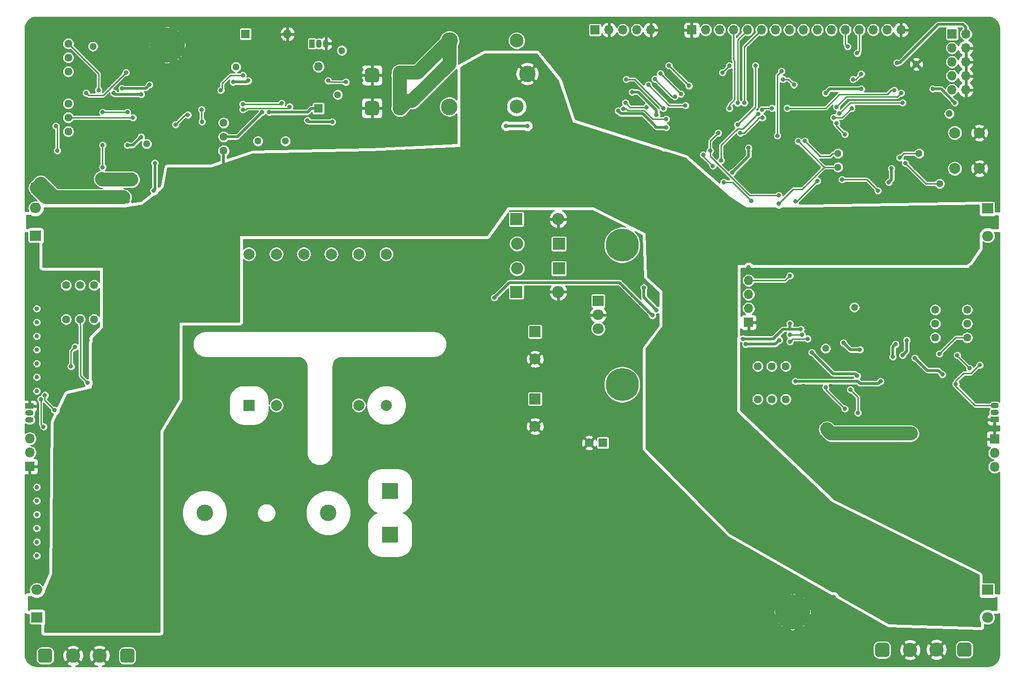
<source format=gbl>
G04 #@! TF.GenerationSoftware,KiCad,Pcbnew,(5.1.5)-3*
G04 #@! TF.CreationDate,2020-04-25T14:47:17+02:00*
G04 #@! TF.ProjectId,electro-load,656c6563-7472-46f2-9d6c-6f61642e6b69,rev?*
G04 #@! TF.SameCoordinates,Original*
G04 #@! TF.FileFunction,Copper,L2,Bot*
G04 #@! TF.FilePolarity,Positive*
%FSLAX46Y46*%
G04 Gerber Fmt 4.6, Leading zero omitted, Abs format (unit mm)*
G04 Created by KiCad (PCBNEW (5.1.5)-3) date 2020-04-25 14:47:17*
%MOMM*%
%LPD*%
G04 APERTURE LIST*
%ADD10C,0.800000*%
%ADD11C,6.400000*%
%ADD12O,1.800000X1.800000*%
%ADD13R,1.800000X1.800000*%
%ADD14C,2.000000*%
%ADD15C,6.000000*%
%ADD16C,1.300000*%
%ADD17C,2.600000*%
%ADD18C,0.100000*%
%ADD19O,2.000000X1.905000*%
%ADD20R,2.000000X1.905000*%
%ADD21R,2.000000X2.000000*%
%ADD22R,3.000000X3.000000*%
%ADD23C,3.000000*%
%ADD24O,2.200000X2.200000*%
%ADD25R,2.200000X2.200000*%
%ADD26C,1.600000*%
%ADD27R,1.600000X1.600000*%
%ADD28O,1.700000X1.700000*%
%ADD29R,1.700000X1.700000*%
%ADD30C,1.440000*%
%ADD31R,1.050000X1.500000*%
%ADD32O,1.050000X1.500000*%
%ADD33R,1.500000X1.050000*%
%ADD34O,1.500000X1.050000*%
%ADD35C,2.500000*%
%ADD36O,1.600000X1.600000*%
%ADD37C,0.500000*%
%ADD38C,2.500000*%
%ADD39C,0.250000*%
%ADD40C,0.254000*%
G04 APERTURE END LIST*
D10*
X164894112Y-36000000D03*
X163197056Y-35297056D03*
X161500000Y-36000000D03*
X160797056Y-37697056D03*
X161500000Y-39394112D03*
X163197056Y-40097056D03*
X164894112Y-39394112D03*
X165597056Y-37697056D03*
D11*
X163197056Y-37697056D03*
D10*
X204197056Y-136052944D03*
X202500000Y-135350000D03*
X200802944Y-136052944D03*
X200100000Y-137750000D03*
X200802944Y-139447056D03*
X202500000Y-140150000D03*
X204197056Y-139447056D03*
X204900000Y-137750000D03*
D11*
X202500000Y-137750000D03*
D10*
X90447056Y-32802944D03*
X88750000Y-32100000D03*
X87052944Y-32802944D03*
X86350000Y-34500000D03*
X87052944Y-36197056D03*
X88750000Y-36900000D03*
X90447056Y-36197056D03*
X91150000Y-34500000D03*
D11*
X88750000Y-34500000D03*
D10*
X96697056Y-136052944D03*
X95000000Y-135350000D03*
X93302944Y-136052944D03*
X92600000Y-137750000D03*
X93302944Y-139447056D03*
X95000000Y-140150000D03*
X96697056Y-139447056D03*
X97400000Y-137750000D03*
D11*
X95000000Y-137750000D03*
D12*
X239250000Y-111330000D03*
X239250000Y-108790000D03*
D13*
X239250000Y-106250000D03*
D12*
X63750000Y-106170000D03*
X63750000Y-108710000D03*
D13*
X63750000Y-111250000D03*
D14*
X232000000Y-50500000D03*
X236500000Y-50500000D03*
X232000000Y-57000000D03*
X236500000Y-57000000D03*
D15*
X171500000Y-70935354D03*
X171500000Y-96335354D03*
D16*
X225500000Y-54250000D03*
X231000000Y-47000000D03*
D17*
X131080000Y-46000000D03*
G04 #@! TA.AperFunction,ComponentPad*
D18*
G36*
X126713711Y-44703130D02*
G01*
X126776809Y-44712490D01*
X126838685Y-44727989D01*
X126898744Y-44749478D01*
X126956408Y-44776751D01*
X127011121Y-44809545D01*
X127062356Y-44847543D01*
X127109619Y-44890381D01*
X127152457Y-44937644D01*
X127190455Y-44988879D01*
X127223249Y-45043592D01*
X127250522Y-45101256D01*
X127272011Y-45161315D01*
X127287510Y-45223191D01*
X127296870Y-45286289D01*
X127300000Y-45350000D01*
X127300000Y-46650000D01*
X127296870Y-46713711D01*
X127287510Y-46776809D01*
X127272011Y-46838685D01*
X127250522Y-46898744D01*
X127223249Y-46956408D01*
X127190455Y-47011121D01*
X127152457Y-47062356D01*
X127109619Y-47109619D01*
X127062356Y-47152457D01*
X127011121Y-47190455D01*
X126956408Y-47223249D01*
X126898744Y-47250522D01*
X126838685Y-47272011D01*
X126776809Y-47287510D01*
X126713711Y-47296870D01*
X126650000Y-47300000D01*
X125350000Y-47300000D01*
X125286289Y-47296870D01*
X125223191Y-47287510D01*
X125161315Y-47272011D01*
X125101256Y-47250522D01*
X125043592Y-47223249D01*
X124988879Y-47190455D01*
X124937644Y-47152457D01*
X124890381Y-47109619D01*
X124847543Y-47062356D01*
X124809545Y-47011121D01*
X124776751Y-46956408D01*
X124749478Y-46898744D01*
X124727989Y-46838685D01*
X124712490Y-46776809D01*
X124703130Y-46713711D01*
X124700000Y-46650000D01*
X124700000Y-45350000D01*
X124703130Y-45286289D01*
X124712490Y-45223191D01*
X124727989Y-45161315D01*
X124749478Y-45101256D01*
X124776751Y-45043592D01*
X124809545Y-44988879D01*
X124847543Y-44937644D01*
X124890381Y-44890381D01*
X124937644Y-44847543D01*
X124988879Y-44809545D01*
X125043592Y-44776751D01*
X125101256Y-44749478D01*
X125161315Y-44727989D01*
X125223191Y-44712490D01*
X125286289Y-44703130D01*
X125350000Y-44700000D01*
X126650000Y-44700000D01*
X126713711Y-44703130D01*
G37*
G04 #@! TD.AperFunction*
D19*
X167150000Y-86180000D03*
X167150000Y-83640000D03*
D20*
X167150000Y-81100000D03*
D14*
X103600000Y-72600000D03*
X108600000Y-72600000D03*
X113600000Y-72600000D03*
X118600000Y-72600000D03*
X123600000Y-72600000D03*
X128600000Y-72600000D03*
X128600000Y-100100000D03*
X123600000Y-100100000D03*
X108600000Y-100100000D03*
D21*
X103600000Y-100100000D03*
D22*
X129250000Y-115740000D03*
X129250000Y-123660000D03*
D23*
X95550000Y-119700000D03*
X118050000Y-119700000D03*
D24*
X152380000Y-70700000D03*
D25*
X160000000Y-70700000D03*
D24*
X152380000Y-75200000D03*
D25*
X160000000Y-75200000D03*
D24*
X159870000Y-66200000D03*
D25*
X152250000Y-66200000D03*
D24*
X159870000Y-79450000D03*
D25*
X152250000Y-79450000D03*
D26*
X165500000Y-106950000D03*
D27*
X168000000Y-106950000D03*
D14*
X155650000Y-103950000D03*
D21*
X155650000Y-98950000D03*
D14*
X155650000Y-91700000D03*
D21*
X155650000Y-86700000D03*
D28*
X176710000Y-31750000D03*
X174170000Y-31750000D03*
X171630000Y-31750000D03*
X169090000Y-31750000D03*
D29*
X166550000Y-31750000D03*
D16*
X213750000Y-82250000D03*
X110250000Y-52000000D03*
D30*
X196170000Y-93000000D03*
X198710000Y-93000000D03*
X201250000Y-93000000D03*
D17*
X223880000Y-144650000D03*
G04 #@! TA.AperFunction,ComponentPad*
D18*
G36*
X219513711Y-143353130D02*
G01*
X219576809Y-143362490D01*
X219638685Y-143377989D01*
X219698744Y-143399478D01*
X219756408Y-143426751D01*
X219811121Y-143459545D01*
X219862356Y-143497543D01*
X219909619Y-143540381D01*
X219952457Y-143587644D01*
X219990455Y-143638879D01*
X220023249Y-143693592D01*
X220050522Y-143751256D01*
X220072011Y-143811315D01*
X220087510Y-143873191D01*
X220096870Y-143936289D01*
X220100000Y-144000000D01*
X220100000Y-145300000D01*
X220096870Y-145363711D01*
X220087510Y-145426809D01*
X220072011Y-145488685D01*
X220050522Y-145548744D01*
X220023249Y-145606408D01*
X219990455Y-145661121D01*
X219952457Y-145712356D01*
X219909619Y-145759619D01*
X219862356Y-145802457D01*
X219811121Y-145840455D01*
X219756408Y-145873249D01*
X219698744Y-145900522D01*
X219638685Y-145922011D01*
X219576809Y-145937510D01*
X219513711Y-145946870D01*
X219450000Y-145950000D01*
X218150000Y-145950000D01*
X218086289Y-145946870D01*
X218023191Y-145937510D01*
X217961315Y-145922011D01*
X217901256Y-145900522D01*
X217843592Y-145873249D01*
X217788879Y-145840455D01*
X217737644Y-145802457D01*
X217690381Y-145759619D01*
X217647543Y-145712356D01*
X217609545Y-145661121D01*
X217576751Y-145606408D01*
X217549478Y-145548744D01*
X217527989Y-145488685D01*
X217512490Y-145426809D01*
X217503130Y-145363711D01*
X217500000Y-145300000D01*
X217500000Y-144000000D01*
X217503130Y-143936289D01*
X217512490Y-143873191D01*
X217527989Y-143811315D01*
X217549478Y-143751256D01*
X217576751Y-143693592D01*
X217609545Y-143638879D01*
X217647543Y-143587644D01*
X217690381Y-143540381D01*
X217737644Y-143497543D01*
X217788879Y-143459545D01*
X217843592Y-143426751D01*
X217901256Y-143399478D01*
X217961315Y-143377989D01*
X218023191Y-143362490D01*
X218086289Y-143353130D01*
X218150000Y-143350000D01*
X219450000Y-143350000D01*
X219513711Y-143353130D01*
G37*
G04 #@! TD.AperFunction*
D19*
X238000000Y-69280000D03*
X238000000Y-66740000D03*
D20*
X238000000Y-64200000D03*
D19*
X238000000Y-138780000D03*
X238000000Y-136240000D03*
D20*
X238000000Y-133700000D03*
D19*
X65000000Y-133670000D03*
X65000000Y-136210000D03*
D20*
X65000000Y-138750000D03*
D19*
X64750000Y-64170000D03*
X64750000Y-66710000D03*
D20*
X64750000Y-69250000D03*
D16*
X208500000Y-89750000D03*
X75250000Y-34750000D03*
D30*
X196170000Y-99000000D03*
X198710000Y-99000000D03*
X201250000Y-99000000D03*
X70750000Y-39330000D03*
X70750000Y-36790000D03*
X70750000Y-34250000D03*
D17*
X228670000Y-144600000D03*
G04 #@! TA.AperFunction,ComponentPad*
D18*
G36*
X234463711Y-143303130D02*
G01*
X234526809Y-143312490D01*
X234588685Y-143327989D01*
X234648744Y-143349478D01*
X234706408Y-143376751D01*
X234761121Y-143409545D01*
X234812356Y-143447543D01*
X234859619Y-143490381D01*
X234902457Y-143537644D01*
X234940455Y-143588879D01*
X234973249Y-143643592D01*
X235000522Y-143701256D01*
X235022011Y-143761315D01*
X235037510Y-143823191D01*
X235046870Y-143886289D01*
X235050000Y-143950000D01*
X235050000Y-145250000D01*
X235046870Y-145313711D01*
X235037510Y-145376809D01*
X235022011Y-145438685D01*
X235000522Y-145498744D01*
X234973249Y-145556408D01*
X234940455Y-145611121D01*
X234902457Y-145662356D01*
X234859619Y-145709619D01*
X234812356Y-145752457D01*
X234761121Y-145790455D01*
X234706408Y-145823249D01*
X234648744Y-145850522D01*
X234588685Y-145872011D01*
X234526809Y-145887510D01*
X234463711Y-145896870D01*
X234400000Y-145900000D01*
X233100000Y-145900000D01*
X233036289Y-145896870D01*
X232973191Y-145887510D01*
X232911315Y-145872011D01*
X232851256Y-145850522D01*
X232793592Y-145823249D01*
X232738879Y-145790455D01*
X232687644Y-145752457D01*
X232640381Y-145709619D01*
X232597543Y-145662356D01*
X232559545Y-145611121D01*
X232526751Y-145556408D01*
X232499478Y-145498744D01*
X232477989Y-145438685D01*
X232462490Y-145376809D01*
X232453130Y-145313711D01*
X232450000Y-145250000D01*
X232450000Y-143950000D01*
X232453130Y-143886289D01*
X232462490Y-143823191D01*
X232477989Y-143761315D01*
X232499478Y-143701256D01*
X232526751Y-143643592D01*
X232559545Y-143588879D01*
X232597543Y-143537644D01*
X232640381Y-143490381D01*
X232687644Y-143447543D01*
X232738879Y-143409545D01*
X232793592Y-143376751D01*
X232851256Y-143349478D01*
X232911315Y-143327989D01*
X232973191Y-143312490D01*
X233036289Y-143303130D01*
X233100000Y-143300000D01*
X234400000Y-143300000D01*
X234463711Y-143303130D01*
G37*
G04 #@! TD.AperFunction*
D17*
X71630000Y-145700000D03*
G04 #@! TA.AperFunction,ComponentPad*
D18*
G36*
X67263711Y-144403130D02*
G01*
X67326809Y-144412490D01*
X67388685Y-144427989D01*
X67448744Y-144449478D01*
X67506408Y-144476751D01*
X67561121Y-144509545D01*
X67612356Y-144547543D01*
X67659619Y-144590381D01*
X67702457Y-144637644D01*
X67740455Y-144688879D01*
X67773249Y-144743592D01*
X67800522Y-144801256D01*
X67822011Y-144861315D01*
X67837510Y-144923191D01*
X67846870Y-144986289D01*
X67850000Y-145050000D01*
X67850000Y-146350000D01*
X67846870Y-146413711D01*
X67837510Y-146476809D01*
X67822011Y-146538685D01*
X67800522Y-146598744D01*
X67773249Y-146656408D01*
X67740455Y-146711121D01*
X67702457Y-146762356D01*
X67659619Y-146809619D01*
X67612356Y-146852457D01*
X67561121Y-146890455D01*
X67506408Y-146923249D01*
X67448744Y-146950522D01*
X67388685Y-146972011D01*
X67326809Y-146987510D01*
X67263711Y-146996870D01*
X67200000Y-147000000D01*
X65900000Y-147000000D01*
X65836289Y-146996870D01*
X65773191Y-146987510D01*
X65711315Y-146972011D01*
X65651256Y-146950522D01*
X65593592Y-146923249D01*
X65538879Y-146890455D01*
X65487644Y-146852457D01*
X65440381Y-146809619D01*
X65397543Y-146762356D01*
X65359545Y-146711121D01*
X65326751Y-146656408D01*
X65299478Y-146598744D01*
X65277989Y-146538685D01*
X65262490Y-146476809D01*
X65253130Y-146413711D01*
X65250000Y-146350000D01*
X65250000Y-145050000D01*
X65253130Y-144986289D01*
X65262490Y-144923191D01*
X65277989Y-144861315D01*
X65299478Y-144801256D01*
X65326751Y-144743592D01*
X65359545Y-144688879D01*
X65397543Y-144637644D01*
X65440381Y-144590381D01*
X65487644Y-144547543D01*
X65538879Y-144509545D01*
X65593592Y-144476751D01*
X65651256Y-144449478D01*
X65711315Y-144427989D01*
X65773191Y-144412490D01*
X65836289Y-144403130D01*
X65900000Y-144400000D01*
X67200000Y-144400000D01*
X67263711Y-144403130D01*
G37*
G04 #@! TD.AperFunction*
D28*
X222250000Y-31750000D03*
X219710000Y-31750000D03*
X217170000Y-31750000D03*
X214630000Y-31750000D03*
X212090000Y-31750000D03*
X209550000Y-31750000D03*
X207010000Y-31750000D03*
X204470000Y-31750000D03*
X201930000Y-31750000D03*
X199390000Y-31750000D03*
X196850000Y-31750000D03*
X194310000Y-31750000D03*
X191770000Y-31750000D03*
X189230000Y-31750000D03*
X186690000Y-31750000D03*
D29*
X184150000Y-31750000D03*
D16*
X85000000Y-52500000D03*
X105250000Y-52000000D03*
X101250000Y-38500000D03*
X119750000Y-43550000D03*
X120500000Y-35500000D03*
X210750000Y-56750000D03*
X210750000Y-54250000D03*
X229250000Y-59750000D03*
X225000000Y-38000000D03*
D30*
X70750000Y-45170000D03*
X70750000Y-47710000D03*
X70750000Y-50250000D03*
X99000000Y-48670000D03*
X99000000Y-51210000D03*
X99000000Y-53750000D03*
X234250000Y-87780000D03*
X234250000Y-85240000D03*
X234250000Y-82700000D03*
X228450000Y-82720000D03*
X228450000Y-85260000D03*
X228450000Y-87800000D03*
X75430000Y-84450000D03*
X72890000Y-84450000D03*
X70350000Y-84450000D03*
X75430000Y-78250000D03*
X72890000Y-78250000D03*
X70350000Y-78250000D03*
D17*
X76420000Y-145700000D03*
G04 #@! TA.AperFunction,ComponentPad*
D18*
G36*
X82213711Y-144403130D02*
G01*
X82276809Y-144412490D01*
X82338685Y-144427989D01*
X82398744Y-144449478D01*
X82456408Y-144476751D01*
X82511121Y-144509545D01*
X82562356Y-144547543D01*
X82609619Y-144590381D01*
X82652457Y-144637644D01*
X82690455Y-144688879D01*
X82723249Y-144743592D01*
X82750522Y-144801256D01*
X82772011Y-144861315D01*
X82787510Y-144923191D01*
X82796870Y-144986289D01*
X82800000Y-145050000D01*
X82800000Y-146350000D01*
X82796870Y-146413711D01*
X82787510Y-146476809D01*
X82772011Y-146538685D01*
X82750522Y-146598744D01*
X82723249Y-146656408D01*
X82690455Y-146711121D01*
X82652457Y-146762356D01*
X82609619Y-146809619D01*
X82562356Y-146852457D01*
X82511121Y-146890455D01*
X82456408Y-146923249D01*
X82398744Y-146950522D01*
X82338685Y-146972011D01*
X82276809Y-146987510D01*
X82213711Y-146996870D01*
X82150000Y-147000000D01*
X80850000Y-147000000D01*
X80786289Y-146996870D01*
X80723191Y-146987510D01*
X80661315Y-146972011D01*
X80601256Y-146950522D01*
X80543592Y-146923249D01*
X80488879Y-146890455D01*
X80437644Y-146852457D01*
X80390381Y-146809619D01*
X80347543Y-146762356D01*
X80309545Y-146711121D01*
X80276751Y-146656408D01*
X80249478Y-146598744D01*
X80227989Y-146538685D01*
X80212490Y-146476809D01*
X80203130Y-146413711D01*
X80200000Y-146350000D01*
X80200000Y-145050000D01*
X80203130Y-144986289D01*
X80212490Y-144923191D01*
X80227989Y-144861315D01*
X80249478Y-144801256D01*
X80276751Y-144743592D01*
X80309545Y-144688879D01*
X80347543Y-144637644D01*
X80390381Y-144590381D01*
X80437644Y-144547543D01*
X80488879Y-144509545D01*
X80543592Y-144476751D01*
X80601256Y-144449478D01*
X80661315Y-144427989D01*
X80723191Y-144412490D01*
X80786289Y-144403130D01*
X80850000Y-144400000D01*
X82150000Y-144400000D01*
X82213711Y-144403130D01*
G37*
G04 #@! TD.AperFunction*
D31*
X115100000Y-34250000D03*
D32*
X117640000Y-34250000D03*
X116370000Y-34250000D03*
D33*
X239250000Y-102700000D03*
D34*
X239250000Y-100160000D03*
X239250000Y-101430000D03*
D33*
X63700000Y-100250000D03*
D34*
X63700000Y-102790000D03*
X63700000Y-101520000D03*
D28*
X194500000Y-77380000D03*
X194500000Y-79920000D03*
X194500000Y-82460000D03*
D29*
X194500000Y-85000000D03*
D23*
X154250000Y-39750000D03*
D35*
X152300000Y-45700000D03*
D23*
X140050000Y-45750000D03*
X140100000Y-33700000D03*
D35*
X152300000Y-33700000D03*
D17*
X131080000Y-40000000D03*
G04 #@! TA.AperFunction,ComponentPad*
D18*
G36*
X126713711Y-38703130D02*
G01*
X126776809Y-38712490D01*
X126838685Y-38727989D01*
X126898744Y-38749478D01*
X126956408Y-38776751D01*
X127011121Y-38809545D01*
X127062356Y-38847543D01*
X127109619Y-38890381D01*
X127152457Y-38937644D01*
X127190455Y-38988879D01*
X127223249Y-39043592D01*
X127250522Y-39101256D01*
X127272011Y-39161315D01*
X127287510Y-39223191D01*
X127296870Y-39286289D01*
X127300000Y-39350000D01*
X127300000Y-40650000D01*
X127296870Y-40713711D01*
X127287510Y-40776809D01*
X127272011Y-40838685D01*
X127250522Y-40898744D01*
X127223249Y-40956408D01*
X127190455Y-41011121D01*
X127152457Y-41062356D01*
X127109619Y-41109619D01*
X127062356Y-41152457D01*
X127011121Y-41190455D01*
X126956408Y-41223249D01*
X126898744Y-41250522D01*
X126838685Y-41272011D01*
X126776809Y-41287510D01*
X126713711Y-41296870D01*
X126650000Y-41300000D01*
X125350000Y-41300000D01*
X125286289Y-41296870D01*
X125223191Y-41287510D01*
X125161315Y-41272011D01*
X125101256Y-41250522D01*
X125043592Y-41223249D01*
X124988879Y-41190455D01*
X124937644Y-41152457D01*
X124890381Y-41109619D01*
X124847543Y-41062356D01*
X124809545Y-41011121D01*
X124776751Y-40956408D01*
X124749478Y-40898744D01*
X124727989Y-40838685D01*
X124712490Y-40776809D01*
X124703130Y-40713711D01*
X124700000Y-40650000D01*
X124700000Y-39350000D01*
X124703130Y-39286289D01*
X124712490Y-39223191D01*
X124727989Y-39161315D01*
X124749478Y-39101256D01*
X124776751Y-39043592D01*
X124809545Y-38988879D01*
X124847543Y-38937644D01*
X124890381Y-38890381D01*
X124937644Y-38847543D01*
X124988879Y-38809545D01*
X125043592Y-38776751D01*
X125101256Y-38749478D01*
X125161315Y-38727989D01*
X125223191Y-38712490D01*
X125286289Y-38703130D01*
X125350000Y-38700000D01*
X126650000Y-38700000D01*
X126713711Y-38703130D01*
G37*
G04 #@! TD.AperFunction*
D28*
X234040000Y-42660000D03*
X231500000Y-42660000D03*
X234040000Y-40120000D03*
X231500000Y-40120000D03*
X234040000Y-37580000D03*
X231500000Y-37580000D03*
X234040000Y-35040000D03*
X231500000Y-35040000D03*
X234040000Y-32500000D03*
D29*
X231500000Y-32500000D03*
D36*
X110620000Y-32500000D03*
D27*
X103000000Y-32500000D03*
D36*
X116250000Y-38430000D03*
D27*
X116250000Y-46050000D03*
D10*
X65000000Y-115000000D03*
X65000000Y-117500000D03*
X65000000Y-120000000D03*
X65000000Y-122500000D03*
X65000000Y-125000000D03*
X65000000Y-127500000D03*
X65000000Y-82500000D03*
X65000000Y-85000000D03*
X65000000Y-87500000D03*
X65000000Y-90000000D03*
X65000000Y-92500000D03*
X65000000Y-95000000D03*
X65000000Y-97500000D03*
X87750000Y-49000000D03*
X91250000Y-42500000D03*
X89000000Y-42500000D03*
X80500000Y-38250000D03*
X76750000Y-38250000D03*
X88000000Y-47750000D03*
X78500000Y-51750000D03*
X80000000Y-54500000D03*
X187750000Y-58000000D03*
X180750000Y-53000000D03*
X190750000Y-54000000D03*
X193750000Y-57000000D03*
X205000000Y-58750000D03*
X67750000Y-89750000D03*
X67750000Y-91500000D03*
X67750000Y-93250000D03*
X74250000Y-88250000D03*
X216750000Y-56500000D03*
X218750000Y-56500000D03*
X220750000Y-51500000D03*
X217500000Y-42250000D03*
X211500000Y-86500000D03*
X204500000Y-94500000D03*
X204500000Y-96600010D03*
X209500000Y-96600010D03*
X220250000Y-99750000D03*
X226250000Y-95000000D03*
X226250000Y-95000000D03*
X228750000Y-95000000D03*
X234055770Y-95616152D03*
X228250000Y-99750000D03*
X207750000Y-38500000D03*
X209250000Y-40000000D03*
X190445293Y-36917940D03*
X191000000Y-40250000D03*
X190000000Y-41000000D03*
X203250000Y-80750000D03*
X106250000Y-51000000D03*
X107750000Y-51000000D03*
X109000000Y-51000000D03*
X224500000Y-49250000D03*
X203750000Y-43000000D03*
X201348021Y-80813709D03*
X237500000Y-115000000D03*
X237500000Y-117500000D03*
X237500000Y-120000000D03*
X237500000Y-122500000D03*
X237500000Y-125000000D03*
X237500000Y-127500000D03*
X215000000Y-145000000D03*
X212500000Y-145000000D03*
X210000000Y-145000000D03*
X207500000Y-145000000D03*
X205000000Y-145000000D03*
X202500000Y-145000000D03*
X200000000Y-145000000D03*
X197500000Y-145000000D03*
X195000000Y-145000000D03*
X192500000Y-145000000D03*
X190000000Y-145000000D03*
X187500000Y-145000000D03*
X182500000Y-145000000D03*
X185000000Y-145000000D03*
X180000000Y-145000000D03*
X177500000Y-145000000D03*
X175000000Y-145000000D03*
X172500000Y-145000000D03*
X170000000Y-145000000D03*
X167500000Y-145000000D03*
X165000000Y-145000000D03*
X160000000Y-145000000D03*
X162500000Y-145000000D03*
X157500000Y-145000000D03*
X155000000Y-145000000D03*
X152500000Y-145000000D03*
X150000000Y-145000000D03*
X145000000Y-145000000D03*
X147500000Y-145000000D03*
X142500000Y-145000000D03*
X140000000Y-145000000D03*
X137500000Y-145000000D03*
X135000000Y-145000000D03*
X132500000Y-145000000D03*
X130000000Y-145000000D03*
X127500000Y-145000000D03*
X125000000Y-145000000D03*
X122500000Y-145000000D03*
X120000000Y-145000000D03*
X117500000Y-145000000D03*
X112500000Y-145000000D03*
X115000000Y-145000000D03*
X110000000Y-145000000D03*
X107500000Y-145000000D03*
X105000000Y-145000000D03*
X102500000Y-145000000D03*
X100000000Y-145000000D03*
X97500000Y-145000000D03*
X95000000Y-145000000D03*
X92500000Y-145000000D03*
X90000000Y-145000000D03*
X87500000Y-145000000D03*
X85000000Y-145000000D03*
X65000000Y-142500000D03*
X72500000Y-142500000D03*
X75000000Y-142500000D03*
X77500000Y-142500000D03*
X90000000Y-140000000D03*
X100000000Y-135000000D03*
X89000000Y-128000000D03*
X89000000Y-125000000D03*
X115000000Y-135000000D03*
X120000000Y-140000000D03*
X125000000Y-140000000D03*
X130000000Y-140000000D03*
X135000000Y-140000000D03*
X140000000Y-140000000D03*
X145000000Y-140000000D03*
X150000000Y-140000000D03*
X155000000Y-140000000D03*
X160000000Y-140000000D03*
X165000000Y-140000000D03*
X170000000Y-140000000D03*
X175000000Y-140000000D03*
X180000000Y-140000000D03*
X185000000Y-140000000D03*
X190000000Y-140000000D03*
X195000000Y-140000000D03*
X210000000Y-140000000D03*
X215000000Y-140000000D03*
X210000000Y-135000000D03*
X200000000Y-130000000D03*
X195000000Y-130000000D03*
X190000000Y-125000000D03*
X185000000Y-120000000D03*
X180000000Y-115000000D03*
X175000000Y-110000000D03*
X175000000Y-115000000D03*
X175000000Y-120000000D03*
X180000000Y-120000000D03*
X185000000Y-125000000D03*
X180000000Y-125000000D03*
X175000000Y-125000000D03*
X180000000Y-130000000D03*
X185000000Y-130000000D03*
X190000000Y-130000000D03*
X175000000Y-130000000D03*
X195000000Y-135000000D03*
X190000000Y-135000000D03*
X185000000Y-135000000D03*
X180000000Y-135000000D03*
X175000000Y-135000000D03*
X170000000Y-115000000D03*
X170000000Y-120000000D03*
X170000000Y-125000000D03*
X170000000Y-130000000D03*
X170000000Y-135000000D03*
X235000000Y-125000000D03*
X230000000Y-120000000D03*
X225000000Y-115000000D03*
X220000000Y-110000000D03*
X225000000Y-110000000D03*
X230000000Y-115000000D03*
X235000000Y-120000000D03*
X235000000Y-115000000D03*
X235000000Y-110000000D03*
X235000000Y-105000000D03*
X230000000Y-105000000D03*
X230000000Y-110000000D03*
X239000000Y-90000000D03*
X239000000Y-85000000D03*
X239000000Y-80000000D03*
X239000000Y-75000000D03*
X235000000Y-75000000D03*
X225000000Y-76500000D03*
X220000000Y-80000000D03*
X210000000Y-80000000D03*
X210000000Y-76500000D03*
X215000000Y-76500000D03*
X220000000Y-76500000D03*
X215000000Y-80000000D03*
X220000000Y-95000000D03*
X205000000Y-76500000D03*
X205000000Y-80000000D03*
X239000000Y-60000000D03*
X239000000Y-55000000D03*
X239000000Y-50000000D03*
X239000000Y-45000000D03*
X239000000Y-40000000D03*
X239000000Y-35000000D03*
X235000000Y-30000000D03*
X225000000Y-30000000D03*
X225000000Y-40000000D03*
X235000000Y-45000000D03*
X235000000Y-60000000D03*
X225000000Y-60000000D03*
X229000000Y-56000000D03*
X229000000Y-51000000D03*
X230000000Y-45000000D03*
X237500000Y-40000000D03*
X237500000Y-35000000D03*
X237500000Y-32500000D03*
X225000000Y-32500000D03*
X227500000Y-37500000D03*
X222500000Y-40000000D03*
X217500000Y-37500000D03*
X217500000Y-35000000D03*
X222500000Y-35000000D03*
X210000000Y-37500000D03*
X207500000Y-37500000D03*
X205000000Y-37500000D03*
X198000000Y-38000000D03*
X200000000Y-37500000D03*
X195000000Y-35000000D03*
X195000000Y-37500000D03*
X197500000Y-35000000D03*
X222500000Y-30000000D03*
X182500000Y-30000000D03*
X182500000Y-32500000D03*
X182500000Y-35000000D03*
X180000000Y-35000000D03*
X180000000Y-32500000D03*
X180000000Y-30000000D03*
X170000000Y-35000000D03*
X172500000Y-35000000D03*
X172500000Y-37500000D03*
X175000000Y-37500000D03*
X176000000Y-39000000D03*
X170000000Y-40000000D03*
X157500000Y-35000000D03*
X160000000Y-35000000D03*
X167500000Y-37500000D03*
X170000000Y-37500000D03*
X167500000Y-35000000D03*
X162500000Y-32500000D03*
X162500000Y-30000000D03*
X160000000Y-30000000D03*
X160000000Y-32500000D03*
X157500000Y-32500000D03*
X157500000Y-30000000D03*
X155000000Y-30000000D03*
X152500000Y-30000000D03*
X150000000Y-30000000D03*
X147500000Y-30000000D03*
X145000000Y-30000000D03*
X142500000Y-30000000D03*
X140000000Y-30000000D03*
X137500000Y-30000000D03*
X135000000Y-30000000D03*
X135000000Y-32500000D03*
X132500000Y-37500000D03*
X130000000Y-35000000D03*
X127500000Y-35000000D03*
X125000000Y-35000000D03*
X132500000Y-30000000D03*
X127500000Y-30000000D03*
X130000000Y-30000000D03*
X125000000Y-30000000D03*
X122500000Y-30000000D03*
X120000000Y-30000000D03*
X115000000Y-30000000D03*
X117500000Y-30000000D03*
X112500000Y-30000000D03*
X112500000Y-32500000D03*
X112500000Y-35000000D03*
X112500000Y-37500000D03*
X110000000Y-35000000D03*
X107500000Y-35000000D03*
X105000000Y-35000000D03*
X107500000Y-32500000D03*
X107500000Y-30000000D03*
X110000000Y-30000000D03*
X105000000Y-30000000D03*
X102500000Y-30000000D03*
X100000000Y-30000000D03*
X97500000Y-30000000D03*
X95000000Y-30000000D03*
X92500000Y-30000000D03*
X90000000Y-30000000D03*
X87500000Y-30000000D03*
X85000000Y-30000000D03*
X82500000Y-30000000D03*
X80000000Y-30000000D03*
X77500000Y-30000000D03*
X75000000Y-30000000D03*
X72500000Y-30000000D03*
X70000000Y-30000000D03*
X67500000Y-30000000D03*
X65000000Y-30000000D03*
X65000000Y-32500000D03*
X65000000Y-35000000D03*
X65000000Y-37500000D03*
X65000000Y-40000000D03*
X65000000Y-42500000D03*
X65000000Y-45000000D03*
X65000000Y-50000000D03*
X65000000Y-47500000D03*
X65000000Y-52500000D03*
X65000000Y-55000000D03*
X65000000Y-57500000D03*
X72500000Y-55000000D03*
X70000000Y-52500000D03*
X70000000Y-55000000D03*
X70000000Y-57500000D03*
X72500000Y-60000000D03*
X65000000Y-72500000D03*
X65000000Y-75000000D03*
X65000000Y-77500000D03*
X65000000Y-80000000D03*
X105000000Y-82500000D03*
X110000000Y-82500000D03*
X115000000Y-82500000D03*
X120000000Y-82500000D03*
X125000000Y-82500000D03*
X130000000Y-82500000D03*
X135000000Y-82500000D03*
X140000000Y-82500000D03*
X160000000Y-90000000D03*
X160000000Y-92500000D03*
X157500000Y-95000000D03*
X160000000Y-102500000D03*
X157500000Y-105000000D03*
X152500000Y-105000000D03*
X152500000Y-102500000D03*
X155000000Y-107500000D03*
X157500000Y-90000000D03*
X165000000Y-105000000D03*
X165000000Y-110000000D03*
X162500000Y-110000000D03*
X162500000Y-107500000D03*
X162500000Y-105000000D03*
X147500000Y-82500000D03*
X200000000Y-57500000D03*
X197500000Y-55000000D03*
X200000000Y-55000000D03*
X202500000Y-55000000D03*
X210000000Y-52500000D03*
X207500000Y-45000000D03*
X187500000Y-45000000D03*
X188000000Y-41000000D03*
X186000000Y-41000000D03*
X201000000Y-36000000D03*
X175000000Y-49000000D03*
X175000000Y-51000000D03*
X168000000Y-46000000D03*
X164000000Y-46000000D03*
X222000000Y-51000000D03*
X222000000Y-50000000D03*
X227000000Y-49000000D03*
X227000000Y-51000000D03*
X227000000Y-53000000D03*
X89000000Y-122000000D03*
X89000000Y-117000000D03*
X89000000Y-114000000D03*
X89000000Y-111000000D03*
X92000000Y-95000000D03*
X92000000Y-92000000D03*
X92000000Y-89000000D03*
X92000000Y-86000000D03*
X92000000Y-98000000D03*
X91000000Y-101000000D03*
X89000000Y-104000000D03*
X89000000Y-108000000D03*
X89000000Y-131000000D03*
X89000000Y-134000000D03*
X89000000Y-137000000D03*
X95000000Y-130000000D03*
X100000000Y-130000000D03*
X105000000Y-130000000D03*
X112500000Y-130000000D03*
X117500000Y-130000000D03*
X122500000Y-135000000D03*
X122500000Y-130000000D03*
X127500000Y-130000000D03*
X127500000Y-135000000D03*
X132500000Y-130000000D03*
X135000000Y-135000000D03*
X137500000Y-130000000D03*
X142500000Y-130000000D03*
X147500000Y-130000000D03*
X152500000Y-130000000D03*
X157500000Y-130000000D03*
X162500000Y-130000000D03*
X165000000Y-130000000D03*
X165000000Y-135000000D03*
X147500000Y-85000000D03*
X147500000Y-87500000D03*
X147500000Y-90000000D03*
X147500000Y-92500000D03*
X147500000Y-97500000D03*
X147500000Y-95000000D03*
X147500000Y-100000000D03*
X147500000Y-102500000D03*
X147500000Y-105000000D03*
X150000000Y-107500000D03*
X152500000Y-110000000D03*
X157500000Y-110000000D03*
X160000000Y-112500000D03*
X165000000Y-115000000D03*
X160000000Y-115000000D03*
X155000000Y-112500000D03*
X150000000Y-112500000D03*
X147500000Y-110000000D03*
X202500000Y-107500000D03*
X205000000Y-110000000D03*
X207500000Y-112500000D03*
X210000000Y-115000000D03*
X212500000Y-117500000D03*
X210000000Y-107500000D03*
X205000000Y-107500000D03*
X205000000Y-102500000D03*
X200000000Y-102500000D03*
X195000000Y-102500000D03*
X75000000Y-32000000D03*
X78000000Y-32000000D03*
X81000000Y-32000000D03*
X85000000Y-32000000D03*
X93000000Y-32000000D03*
X97000000Y-32000000D03*
X100000000Y-33000000D03*
X100000000Y-36000000D03*
X98000000Y-39000000D03*
X95000000Y-39000000D03*
X92000000Y-39000000D03*
X89000000Y-39000000D03*
X86000000Y-39000000D03*
X84000000Y-37000000D03*
X82000000Y-36000000D03*
X78000000Y-36000000D03*
X80000000Y-34000000D03*
X84000000Y-34000000D03*
X95000000Y-36000000D03*
X97000000Y-34000000D03*
X93000000Y-34000000D03*
X94000000Y-43000000D03*
X94000000Y-45000000D03*
X101000000Y-43000000D03*
X98000000Y-45000000D03*
X87000000Y-43000000D03*
X87000000Y-46000000D03*
X85000000Y-49000000D03*
X87000000Y-51000000D03*
X95000000Y-51000000D03*
X95000000Y-54000000D03*
X92000000Y-54000000D03*
X103000000Y-52000000D03*
X108000000Y-53000000D03*
X113000000Y-50000000D03*
X114000000Y-43000000D03*
X114000000Y-39000000D03*
X122000000Y-37000000D03*
X124000000Y-39000000D03*
X124000000Y-41000000D03*
X124000000Y-44000000D03*
X124000000Y-46000000D03*
X122000000Y-45000000D03*
X120000000Y-34000000D03*
X179250000Y-53000000D03*
X186000000Y-56000000D03*
X194500000Y-75000000D03*
X213500000Y-50000000D03*
X208000000Y-50500000D03*
X209000000Y-58000000D03*
X207000000Y-48000000D03*
X222000000Y-141500000D03*
X224500000Y-141500000D03*
X226500000Y-141500000D03*
X228500000Y-141500000D03*
X230500000Y-141500000D03*
X190500000Y-48500000D03*
X187000000Y-47500000D03*
X185000000Y-44500000D03*
X176000000Y-87000000D03*
X173500000Y-89500000D03*
X195750000Y-52000000D03*
X194500000Y-50750000D03*
X167500000Y-40000000D03*
X239000000Y-95000000D03*
X81500000Y-52750000D03*
X84000000Y-51250000D03*
X84000000Y-43500000D03*
X79000005Y-43249995D03*
X82250000Y-59000000D03*
X76875000Y-58875000D03*
X194500000Y-53250000D03*
X218500000Y-95750000D03*
X203000000Y-95750000D03*
X221500000Y-37750000D03*
X223000000Y-56000000D03*
X215000000Y-42500000D03*
X208500000Y-43250000D03*
X107300000Y-46725010D03*
X191512660Y-57737340D03*
X224000000Y-105250006D03*
X208750000Y-104500000D03*
X221000000Y-42750000D03*
X201500000Y-46000000D03*
X198750000Y-46000000D03*
X196919725Y-46299768D03*
X232000000Y-45000000D03*
X228000000Y-42500000D03*
X222500000Y-45000000D03*
X211000000Y-47000000D03*
X210500000Y-45750000D03*
X222250000Y-43250000D03*
X210000000Y-47750000D03*
X213250000Y-46000000D03*
X215000000Y-39750000D03*
X213500000Y-40750000D03*
X232200000Y-96250000D03*
X236550000Y-92800000D03*
X189500000Y-55500000D03*
X190000000Y-59500000D03*
X202000000Y-88500000D03*
X205250000Y-88000000D03*
X196228528Y-47022450D03*
X102500000Y-46250000D03*
X111000000Y-45750000D03*
X188000000Y-56500000D03*
X171689027Y-46149990D03*
X186252215Y-54495422D03*
X194987389Y-62888456D03*
X179500000Y-48000000D03*
X187500000Y-53750000D03*
X204199998Y-87250000D03*
X202000000Y-87250000D03*
X179000000Y-46000000D03*
X172250000Y-40750000D03*
X121250000Y-41250000D03*
X118000000Y-41000000D03*
X102500000Y-40000000D03*
X98500000Y-42750000D03*
X95000000Y-46250000D03*
X95089855Y-48475010D03*
X200000000Y-61911494D03*
X189000000Y-50499998D03*
X77000000Y-46750000D03*
X81500000Y-46750000D03*
X80750000Y-62250000D03*
X81500000Y-63000000D03*
X79500000Y-62250000D03*
X65000000Y-61500000D03*
X65750000Y-59750000D03*
X65000000Y-60500000D03*
X68750000Y-53750000D03*
X68500000Y-49250000D03*
X74000000Y-43250000D03*
X81250000Y-39500000D03*
X204750000Y-52000000D03*
X207000000Y-59250000D03*
X203000000Y-63000000D03*
X202000004Y-76500000D03*
X203500000Y-52000000D03*
X200000000Y-63361506D03*
X180000000Y-38250000D03*
X183673022Y-41923023D03*
X193000000Y-50500000D03*
X197000000Y-47750000D03*
X176250000Y-41750000D03*
X183000000Y-45500000D03*
X118750000Y-48500000D03*
X114250000Y-48250000D03*
X150399990Y-49250000D03*
X154250000Y-49250000D03*
X170750000Y-46500000D03*
X179500000Y-49500000D03*
X192495010Y-45061756D03*
X193750000Y-45000000D03*
X199750000Y-51000000D03*
X200500000Y-39250000D03*
X214250000Y-36000000D03*
X212500006Y-34750000D03*
X192500000Y-49000000D03*
X195733906Y-38266095D03*
X191000000Y-46000000D03*
X72000000Y-89500000D03*
X71250000Y-93000000D03*
X74250000Y-96000000D03*
X234700000Y-93369998D03*
X232450000Y-91000000D03*
X229200000Y-90750000D03*
X82500000Y-47750000D03*
X177453144Y-40703144D03*
X181074811Y-43884824D03*
X66250000Y-104000000D03*
X65750000Y-99000000D03*
X77000000Y-52750000D03*
X77000000Y-56750000D03*
X66500000Y-98250000D03*
X68250000Y-101000000D03*
X106000000Y-46725010D03*
X223250000Y-88250000D03*
X222500000Y-91000000D03*
X178452426Y-39703863D03*
X182173022Y-43423023D03*
X76250000Y-42750000D03*
X220750000Y-91250000D03*
X221250000Y-89000000D03*
X212000000Y-100750000D03*
X208530353Y-96844565D03*
X213000000Y-97250000D03*
X214399990Y-101480889D03*
X80500000Y-42399990D03*
X85500000Y-41750000D03*
X100750000Y-41250000D03*
X214250000Y-94750000D03*
X206000000Y-90500000D03*
X177750000Y-47250000D03*
X177750000Y-82750000D03*
X103500000Y-41000000D03*
X200100010Y-88250000D03*
X175441845Y-78691845D03*
X173318096Y-43066941D03*
X194000000Y-89000000D03*
X86500000Y-56000000D03*
X86250000Y-61000000D03*
X148250000Y-80500000D03*
X204000000Y-86250000D03*
X202000000Y-85250000D03*
X177000000Y-83750000D03*
X193500000Y-88000000D03*
X229750000Y-94500000D03*
X224750000Y-91500000D03*
X214750000Y-90000000D03*
X211750000Y-88750000D03*
X218000000Y-61000000D03*
X211500000Y-59000000D03*
X212000000Y-50750000D03*
X210500000Y-48750000D03*
X90250000Y-49000000D03*
X92500000Y-47250000D03*
X102500000Y-45250000D03*
X189750000Y-39500000D03*
X191000000Y-38250000D03*
X200750000Y-40750000D03*
X202750000Y-41750000D03*
X109550007Y-45089972D03*
X175906508Y-45832841D03*
X172094891Y-45000000D03*
X97750000Y-59750000D03*
X222000000Y-55000000D03*
X220500000Y-57000000D03*
X220000000Y-59500000D03*
D37*
X81500000Y-52750000D02*
X82500000Y-52750000D01*
X82500000Y-52750000D02*
X84000000Y-51250000D01*
X79250010Y-43500000D02*
X79000005Y-43249995D01*
X84000000Y-43500000D02*
X79250010Y-43500000D01*
D38*
X82250000Y-59000000D02*
X77000000Y-59000000D01*
X77000000Y-59000000D02*
X76875000Y-58875000D01*
D37*
X218500000Y-95750000D02*
X218100001Y-96149999D01*
X214761977Y-96149999D02*
X214361978Y-95750000D01*
X214361978Y-95750000D02*
X203565685Y-95750000D01*
X218100001Y-96149999D02*
X214761977Y-96149999D01*
X203565685Y-95750000D02*
X203000000Y-95750000D01*
X234040000Y-31297919D02*
X233492081Y-30750000D01*
X234040000Y-32500000D02*
X234040000Y-31297919D01*
X233492081Y-30750000D02*
X229000000Y-30750000D01*
X229000000Y-30750000D02*
X222000000Y-37750000D01*
X222000000Y-37750000D02*
X221500000Y-37750000D01*
D39*
X229250000Y-59750000D02*
X226750000Y-59750000D01*
X226750000Y-59750000D02*
X223000000Y-56000000D01*
D37*
X215000000Y-42500000D02*
X211250000Y-42500000D01*
X211250000Y-42500000D02*
X209250000Y-42500000D01*
X209250000Y-42500000D02*
X208500000Y-43250000D01*
X114950000Y-46050000D02*
X114274990Y-46725010D01*
X107865685Y-46725010D02*
X107300000Y-46725010D01*
X116250000Y-46050000D02*
X114950000Y-46050000D01*
X114274990Y-46725010D02*
X107865685Y-46725010D01*
X194500000Y-54750000D02*
X191512660Y-57737340D01*
X194500000Y-53250000D02*
X194500000Y-54750000D01*
D38*
X209500006Y-105250006D02*
X209149999Y-104899999D01*
X209149999Y-104899999D02*
X208750000Y-104500000D01*
X224000000Y-105250006D02*
X209500006Y-105250006D01*
D39*
X220434315Y-42750000D02*
X219684315Y-43500000D01*
X221000000Y-42750000D02*
X220434315Y-42750000D01*
X219684315Y-43500000D02*
X211000000Y-43500000D01*
X211000000Y-43500000D02*
X208500000Y-46000000D01*
X208500000Y-46000000D02*
X201500000Y-46000000D01*
X197219493Y-46000000D02*
X196919725Y-46299768D01*
X198750000Y-46000000D02*
X197219493Y-46000000D01*
D37*
X232000000Y-45000000D02*
X229500000Y-42500000D01*
X229500000Y-42500000D02*
X228000000Y-42500000D01*
D39*
X213000000Y-45000000D02*
X211000000Y-47000000D01*
X222500000Y-45000000D02*
X213000000Y-45000000D01*
X221850001Y-43649999D02*
X222250000Y-43250000D01*
X210500000Y-45750000D02*
X212299989Y-43950011D01*
X221549989Y-43950011D02*
X221850001Y-43649999D01*
X212299989Y-43950011D02*
X221549989Y-43950011D01*
X210000000Y-47750000D02*
X211500000Y-47750000D01*
X211500000Y-47750000D02*
X213250000Y-46000000D01*
X215000000Y-39750000D02*
X214000000Y-40750000D01*
X214000000Y-40750000D02*
X213500000Y-40750000D01*
X232200000Y-96650000D02*
X232200000Y-96250000D01*
X239400000Y-100160000D02*
X235710000Y-100160000D01*
X235710000Y-100160000D02*
X232200000Y-96650000D01*
X232200000Y-96250000D02*
X232200000Y-95684315D01*
X232200000Y-95684315D02*
X233609316Y-94274999D01*
X234925001Y-94274999D02*
X236450000Y-92750000D01*
X233609316Y-94274999D02*
X234925001Y-94274999D01*
X202000000Y-88500000D02*
X202500000Y-88000000D01*
X202500000Y-88000000D02*
X205250000Y-88000000D01*
X195828529Y-47422449D02*
X196228528Y-47022450D01*
X193500978Y-49750000D02*
X195828529Y-47422449D01*
X189500000Y-52750000D02*
X192500000Y-49750000D01*
X189500000Y-55500000D02*
X189500000Y-52750000D01*
X192500000Y-49750000D02*
X193500978Y-49750000D01*
X103065685Y-46250000D02*
X103315685Y-46000000D01*
X102500000Y-46250000D02*
X103065685Y-46250000D01*
X110750000Y-46000000D02*
X111000000Y-45750000D01*
X103315685Y-46000000D02*
X110750000Y-46000000D01*
X188000000Y-56500000D02*
X186252215Y-54752215D01*
X186252215Y-54752215D02*
X186252215Y-54495422D01*
X191598933Y-59500000D02*
X194587390Y-62488457D01*
X194587390Y-62488457D02*
X194987389Y-62888456D01*
X190000000Y-59500000D02*
X191598933Y-59500000D01*
X178934315Y-48000000D02*
X179500000Y-48000000D01*
X172254712Y-46149990D02*
X172529711Y-46424989D01*
X175488177Y-46424989D02*
X177063188Y-48000000D01*
X171689027Y-46149990D02*
X172254712Y-46149990D01*
X177063188Y-48000000D02*
X178934315Y-48000000D01*
X172529711Y-46424989D02*
X175488177Y-46424989D01*
X204199998Y-87250000D02*
X202000000Y-87250000D01*
X179000000Y-46000000D02*
X173750000Y-40750000D01*
X173750000Y-40750000D02*
X172250000Y-40750000D01*
X121250000Y-41250000D02*
X118250000Y-41250000D01*
X118250000Y-41250000D02*
X118000000Y-41000000D01*
X102500000Y-40000000D02*
X100250000Y-40000000D01*
X100250000Y-40000000D02*
X98750000Y-41500000D01*
X98750000Y-41500000D02*
X98750000Y-42500000D01*
X98750000Y-42500000D02*
X98500000Y-42750000D01*
X95000000Y-48250000D02*
X95089855Y-48339855D01*
X95000000Y-46250000D02*
X95000000Y-48250000D01*
X95089855Y-48339855D02*
X95089855Y-48475010D01*
X199434315Y-61911494D02*
X200000000Y-61911494D01*
X187500000Y-54750000D02*
X194661494Y-61911494D01*
X187500000Y-53750000D02*
X187500000Y-54750000D01*
X194661494Y-61911494D02*
X199434315Y-61911494D01*
X188600001Y-50899997D02*
X189000000Y-50499998D01*
X187500000Y-53750000D02*
X187500000Y-51999998D01*
X187500000Y-51999998D02*
X188600001Y-50899997D01*
D38*
X134300000Y-39500000D02*
X140100000Y-33700000D01*
X131080000Y-39500000D02*
X134300000Y-39500000D01*
X131080000Y-46000000D02*
X131080000Y-39500000D01*
X132379999Y-44700001D02*
X133299999Y-44700001D01*
X131080000Y-46000000D02*
X132379999Y-44700001D01*
X140100000Y-37900000D02*
X140100000Y-33700000D01*
X133299999Y-44700001D02*
X140100000Y-37900000D01*
D39*
X77000000Y-46750000D02*
X81500000Y-46750000D01*
D38*
X80750000Y-62250000D02*
X79500000Y-62250000D01*
X79500000Y-62250000D02*
X68250000Y-62250000D01*
X68250000Y-62250000D02*
X66149999Y-60149999D01*
X66149999Y-60149999D02*
X65750000Y-59750000D01*
X66750000Y-62250000D02*
X65000000Y-60500000D01*
X68250000Y-62250000D02*
X66750000Y-62250000D01*
D39*
X68750000Y-53750000D02*
X68750000Y-49500000D01*
X68750000Y-49500000D02*
X68500000Y-49250000D01*
X80850001Y-39899999D02*
X81250000Y-39500000D01*
X74399999Y-43649999D02*
X77100001Y-43649999D01*
X74000000Y-43250000D02*
X74399999Y-43649999D01*
X77100001Y-43649999D02*
X80850001Y-39899999D01*
X209830762Y-54250000D02*
X209330762Y-54750000D01*
X210750000Y-54250000D02*
X209830762Y-54250000D01*
X209330762Y-54750000D02*
X207500000Y-54750000D01*
X207500000Y-54750000D02*
X204750000Y-52000000D01*
X207000000Y-59250000D02*
X203250000Y-63000000D01*
X203250000Y-63000000D02*
X203000000Y-63000000D01*
X201120004Y-77380000D02*
X201600005Y-76899999D01*
X194500000Y-77380000D02*
X201120004Y-77380000D01*
X201600005Y-76899999D02*
X202000004Y-76500000D01*
X208250000Y-56750000D02*
X210750000Y-56750000D01*
X203500000Y-52000000D02*
X208250000Y-56750000D01*
X202611506Y-60750000D02*
X200399999Y-62961507D01*
X208250000Y-56750000D02*
X204250000Y-60750000D01*
X204250000Y-60750000D02*
X202611506Y-60750000D01*
X200399999Y-62961507D02*
X200000000Y-63361506D01*
X180000000Y-38250000D02*
X180399999Y-38650000D01*
X183273023Y-41523024D02*
X183673022Y-41923023D01*
X180399999Y-38650000D02*
X183273023Y-41523024D01*
X176250000Y-41750000D02*
X180000000Y-45500000D01*
X182434315Y-45500000D02*
X183000000Y-45500000D01*
X180000000Y-45500000D02*
X182434315Y-45500000D01*
X197000000Y-47750000D02*
X196434315Y-47750000D01*
X193684315Y-50500000D02*
X193565685Y-50500000D01*
X196434315Y-47750000D02*
X193684315Y-50500000D01*
X193565685Y-50500000D02*
X193000000Y-50500000D01*
D37*
X118750000Y-48500000D02*
X114500000Y-48500000D01*
X114500000Y-48500000D02*
X114250000Y-48250000D01*
X150399990Y-49250000D02*
X154250000Y-49250000D01*
X171250000Y-47000000D02*
X175250000Y-47000000D01*
X175250000Y-47000000D02*
X176750000Y-48500000D01*
X170750000Y-46500000D02*
X171250000Y-47000000D01*
X176750006Y-48499994D02*
X177750012Y-49500000D01*
X177750012Y-49500000D02*
X178934315Y-49500000D01*
X178934315Y-49500000D02*
X179500000Y-49500000D01*
D39*
X194310000Y-31750000D02*
X192495010Y-33564990D01*
X192495010Y-44496071D02*
X192495010Y-45061756D01*
X192495010Y-33564990D02*
X192495010Y-44496071D01*
X193750000Y-34850000D02*
X196850000Y-31750000D01*
X193750000Y-45000000D02*
X193750000Y-34850000D01*
X199750000Y-51000000D02*
X199750000Y-40000000D01*
X199750000Y-40000000D02*
X200500000Y-39250000D01*
X214630000Y-31750000D02*
X214630000Y-35620000D01*
X214630000Y-35620000D02*
X214250000Y-36000000D01*
X212100007Y-34350001D02*
X212500006Y-34750000D01*
X212090000Y-34339994D02*
X212100007Y-34350001D01*
X212090000Y-31750000D02*
X212090000Y-34339994D01*
X192500000Y-49000000D02*
X195733906Y-45766094D01*
X195733906Y-38831780D02*
X195733906Y-38266095D01*
X195733906Y-45766094D02*
X195733906Y-38831780D01*
X191975002Y-37401998D02*
X191975002Y-44459313D01*
X191770000Y-31750000D02*
X191770000Y-37196996D01*
X191770000Y-37196996D02*
X191975002Y-37401998D01*
X191975002Y-44459313D02*
X191000000Y-45434315D01*
X191000000Y-45434315D02*
X191000000Y-46000000D01*
X72000000Y-89500000D02*
X71250000Y-90250000D01*
X71250000Y-90250000D02*
X71250000Y-93000000D01*
X72890000Y-85468233D02*
X73000000Y-85578233D01*
X72890000Y-84450000D02*
X72890000Y-85468233D01*
X73000000Y-94750000D02*
X74250000Y-96000000D01*
X73000000Y-85578233D02*
X73000000Y-94750000D01*
X234700000Y-93369998D02*
X232450000Y-91119998D01*
X232450000Y-91119998D02*
X232450000Y-91000000D01*
X232170000Y-87780000D02*
X234250000Y-87780000D01*
X229200000Y-90750000D02*
X232170000Y-87780000D01*
X70750000Y-47710000D02*
X82460000Y-47710000D01*
X82460000Y-47710000D02*
X82500000Y-47750000D01*
X177453144Y-40703144D02*
X180634824Y-43884824D01*
X180634824Y-43884824D02*
X181074811Y-43884824D01*
X65750000Y-99565685D02*
X65750000Y-99000000D01*
X65750000Y-103500000D02*
X65750000Y-99565685D01*
X66250000Y-104000000D02*
X65750000Y-103500000D01*
X77000000Y-52750000D02*
X77000000Y-56750000D01*
X66500000Y-98250000D02*
X66500000Y-99250000D01*
X66500000Y-99250000D02*
X68250000Y-101000000D01*
D37*
X101515010Y-51210000D02*
X105600001Y-47125009D01*
X99000000Y-51210000D02*
X101515010Y-51210000D01*
X105600001Y-47125009D02*
X106000000Y-46725010D01*
X223250000Y-88250000D02*
X223250000Y-90250000D01*
X223250000Y-90250000D02*
X222500000Y-91000000D01*
D39*
X178452426Y-39703863D02*
X182171586Y-43423023D01*
X182171586Y-43423023D02*
X182173022Y-43423023D01*
X70750000Y-34250000D02*
X71469999Y-34969999D01*
X71469999Y-34969999D02*
X76250000Y-39750000D01*
X76250000Y-39750000D02*
X76250000Y-42750000D01*
D37*
X220750000Y-91250000D02*
X220750000Y-89500000D01*
X220750000Y-89500000D02*
X221250000Y-89000000D01*
D39*
X212000000Y-100750000D02*
X208530353Y-97280353D01*
X208530353Y-97280353D02*
X208530353Y-96844565D01*
X214399990Y-98649990D02*
X214399990Y-101480889D01*
X213000000Y-97250000D02*
X214399990Y-98649990D01*
D37*
X84850010Y-42399990D02*
X85500000Y-41750000D01*
X80500000Y-42399990D02*
X84850010Y-42399990D01*
X213850001Y-94350001D02*
X209850001Y-94350001D01*
X214250000Y-94750000D02*
X213850001Y-94350001D01*
X209850001Y-94350001D02*
X206000000Y-90500000D01*
X100750000Y-41250000D02*
X103250000Y-41250000D01*
X103250000Y-41250000D02*
X103500000Y-41000000D01*
X175441845Y-80441845D02*
X175441845Y-78691845D01*
X177750000Y-82750000D02*
X175441845Y-80441845D01*
X173883781Y-43066941D02*
X173318096Y-43066941D01*
X174398612Y-43066941D02*
X173883781Y-43066941D01*
X177750000Y-46418329D02*
X174398612Y-43066941D01*
X177750000Y-47250000D02*
X177750000Y-46418329D01*
X199350010Y-89000000D02*
X194000000Y-89000000D01*
X200100010Y-88250000D02*
X199350010Y-89000000D01*
X86500000Y-56000000D02*
X86500000Y-60750000D01*
X86500000Y-60750000D02*
X86250000Y-61000000D01*
X203434315Y-86250000D02*
X204000000Y-86250000D01*
X202000000Y-86250000D02*
X202000000Y-85250000D01*
X202000000Y-86250000D02*
X203434315Y-86250000D01*
X148250000Y-80500000D02*
X151000000Y-77750000D01*
X176600001Y-83350001D02*
X177000000Y-83750000D01*
X151000000Y-77750000D02*
X171000000Y-77750000D01*
X171000000Y-77750000D02*
X176600001Y-83350001D01*
X199000000Y-88000000D02*
X193500000Y-88000000D01*
X202000000Y-86250000D02*
X200750000Y-86250000D01*
X200750000Y-86250000D02*
X199000000Y-88000000D01*
X229750000Y-94500000D02*
X229000000Y-93750000D01*
X229000000Y-93750000D02*
X227000000Y-93750000D01*
X227000000Y-93750000D02*
X224750000Y-91500000D01*
X214750000Y-90000000D02*
X213000000Y-90000000D01*
X213000000Y-90000000D02*
X211750000Y-88750000D01*
D39*
X218000000Y-61000000D02*
X216000000Y-59000000D01*
X216000000Y-59000000D02*
X211500000Y-59000000D01*
X212000000Y-50750000D02*
X210500000Y-49250000D01*
X210500000Y-49250000D02*
X210500000Y-48750000D01*
X90250000Y-49000000D02*
X92000000Y-47250000D01*
X92000000Y-47250000D02*
X92500000Y-47250000D01*
X189750000Y-39500000D02*
X191000000Y-38250000D01*
X200750000Y-40750000D02*
X201750000Y-40750000D01*
X201750000Y-40750000D02*
X202750000Y-41750000D01*
X102500000Y-45250000D02*
X109389979Y-45250000D01*
X109389979Y-45250000D02*
X109550007Y-45089972D01*
X175906508Y-45832841D02*
X172927732Y-45832841D01*
X172494890Y-45399999D02*
X172094891Y-45000000D01*
X172927732Y-45832841D02*
X172494890Y-45399999D01*
D37*
X99000000Y-53750000D02*
X99000000Y-58500000D01*
X99000000Y-58500000D02*
X97750000Y-59750000D01*
D39*
X225500000Y-54250000D02*
X222750000Y-54250000D01*
X222750000Y-54250000D02*
X222000000Y-55000000D01*
D37*
X220500000Y-57000000D02*
X220500000Y-59000000D01*
X220500000Y-59000000D02*
X220000000Y-59500000D01*
D40*
G36*
X158857609Y-64790992D02*
G01*
X158602178Y-65015573D01*
X158395469Y-65285671D01*
X158245425Y-65590906D01*
X158180825Y-65803878D01*
X158298875Y-66073000D01*
X159743000Y-66073000D01*
X159743000Y-66053000D01*
X159997000Y-66053000D01*
X159997000Y-66073000D01*
X161441125Y-66073000D01*
X161559175Y-65803878D01*
X161494575Y-65590906D01*
X161344531Y-65285671D01*
X161137822Y-65015573D01*
X160882391Y-64790992D01*
X160612995Y-64635000D01*
X166100097Y-64635000D01*
X172019540Y-67594722D01*
X171832684Y-67557554D01*
X171167316Y-67557554D01*
X170514732Y-67687361D01*
X169900012Y-67941986D01*
X169346778Y-68311645D01*
X168876291Y-68782132D01*
X168506632Y-69335366D01*
X168252007Y-69950086D01*
X168122200Y-70602670D01*
X168122200Y-71268038D01*
X168252007Y-71920622D01*
X168506632Y-72535342D01*
X168876291Y-73088576D01*
X169346778Y-73559063D01*
X169900012Y-73928722D01*
X170514732Y-74183347D01*
X171167316Y-74313154D01*
X171832684Y-74313154D01*
X172485268Y-74183347D01*
X173099988Y-73928722D01*
X173653222Y-73559063D01*
X174123709Y-73088576D01*
X174493368Y-72535342D01*
X174747993Y-71920622D01*
X174877800Y-71268038D01*
X174877800Y-70602670D01*
X174747993Y-69950086D01*
X174493368Y-69335366D01*
X174123709Y-68782132D01*
X173853058Y-68511481D01*
X175127144Y-69148524D01*
X175365310Y-76769834D01*
X175383799Y-76903366D01*
X175425559Y-77020634D01*
X175489395Y-77127501D01*
X175572853Y-77219862D01*
X178115000Y-79530905D01*
X178115000Y-82059304D01*
X177976876Y-82002091D01*
X177868345Y-81980502D01*
X176069645Y-80181803D01*
X176069645Y-79152277D01*
X176131122Y-79060271D01*
X176189754Y-78918721D01*
X176219645Y-78768452D01*
X176219645Y-78615238D01*
X176189754Y-78464969D01*
X176131122Y-78323419D01*
X176046001Y-78196027D01*
X175937663Y-78087689D01*
X175810271Y-78002568D01*
X175668721Y-77943936D01*
X175518452Y-77914045D01*
X175365238Y-77914045D01*
X175214969Y-77943936D01*
X175073419Y-78002568D01*
X174946027Y-78087689D01*
X174837689Y-78196027D01*
X174752568Y-78323419D01*
X174693936Y-78464969D01*
X174664045Y-78615238D01*
X174664045Y-78768452D01*
X174693936Y-78918721D01*
X174752568Y-79060271D01*
X174814046Y-79152279D01*
X174814045Y-80411019D01*
X174811009Y-80441845D01*
X174814045Y-80472671D01*
X174814045Y-80472680D01*
X174823129Y-80564914D01*
X174859028Y-80683255D01*
X174902582Y-80764739D01*
X171465730Y-77327888D01*
X171446069Y-77303931D01*
X171350474Y-77225478D01*
X171241411Y-77167183D01*
X171123070Y-77131284D01*
X171030836Y-77122200D01*
X171030826Y-77122200D01*
X171000000Y-77119164D01*
X170969174Y-77122200D01*
X151030825Y-77122200D01*
X150999999Y-77119164D01*
X150969173Y-77122200D01*
X150969164Y-77122200D01*
X150876930Y-77131284D01*
X150758589Y-77167183D01*
X150649526Y-77225478D01*
X150553931Y-77303931D01*
X150534274Y-77327883D01*
X148131656Y-79730502D01*
X148023124Y-79752091D01*
X147881574Y-79810723D01*
X147754182Y-79895844D01*
X147645844Y-80004182D01*
X147560723Y-80131574D01*
X147502091Y-80273124D01*
X147472200Y-80423393D01*
X147472200Y-80576607D01*
X147502091Y-80726876D01*
X147560723Y-80868426D01*
X147645844Y-80995818D01*
X147754182Y-81104156D01*
X147881574Y-81189277D01*
X148023124Y-81247909D01*
X148173393Y-81277800D01*
X148326607Y-81277800D01*
X148476876Y-81247909D01*
X148618426Y-81189277D01*
X148745818Y-81104156D01*
X148854156Y-80995818D01*
X148939277Y-80868426D01*
X148997909Y-80726876D01*
X149019498Y-80618344D01*
X150770372Y-78867471D01*
X150770372Y-80550000D01*
X150777666Y-80624062D01*
X150799269Y-80695277D01*
X150834351Y-80760910D01*
X150881562Y-80818438D01*
X150939090Y-80865649D01*
X151004723Y-80900731D01*
X151075938Y-80922334D01*
X151150000Y-80929628D01*
X153350000Y-80929628D01*
X153424062Y-80922334D01*
X153495277Y-80900731D01*
X153560910Y-80865649D01*
X153618438Y-80818438D01*
X153665649Y-80760910D01*
X153700731Y-80695277D01*
X153722334Y-80624062D01*
X153729628Y-80550000D01*
X153729628Y-79846122D01*
X158180825Y-79846122D01*
X158245425Y-80059094D01*
X158395469Y-80364329D01*
X158602178Y-80634427D01*
X158857609Y-80859008D01*
X159151946Y-81029442D01*
X159473877Y-81139179D01*
X159743000Y-81021600D01*
X159743000Y-79577000D01*
X159997000Y-79577000D01*
X159997000Y-81021600D01*
X160266123Y-81139179D01*
X160588054Y-81029442D01*
X160882391Y-80859008D01*
X161137822Y-80634427D01*
X161344531Y-80364329D01*
X161494575Y-80059094D01*
X161559175Y-79846122D01*
X161441125Y-79577000D01*
X159997000Y-79577000D01*
X159743000Y-79577000D01*
X158298875Y-79577000D01*
X158180825Y-79846122D01*
X153729628Y-79846122D01*
X153729628Y-78377800D01*
X158516289Y-78377800D01*
X158395469Y-78535671D01*
X158245425Y-78840906D01*
X158180825Y-79053878D01*
X158298875Y-79323000D01*
X159743000Y-79323000D01*
X159743000Y-79303000D01*
X159997000Y-79303000D01*
X159997000Y-79323000D01*
X161441125Y-79323000D01*
X161559175Y-79053878D01*
X161494575Y-78840906D01*
X161344531Y-78535671D01*
X161223711Y-78377800D01*
X170739958Y-78377800D01*
X176177883Y-83815726D01*
X176177889Y-83815731D01*
X176230502Y-83868344D01*
X176252091Y-83976876D01*
X176310723Y-84118426D01*
X176395844Y-84245818D01*
X176504182Y-84354156D01*
X176631574Y-84439277D01*
X176773124Y-84497909D01*
X176923393Y-84527800D01*
X177076607Y-84527800D01*
X177226876Y-84497909D01*
X177368426Y-84439277D01*
X177495818Y-84354156D01*
X177604156Y-84245818D01*
X177689277Y-84118426D01*
X177747909Y-83976876D01*
X177777800Y-83826607D01*
X177777800Y-83673393D01*
X177748839Y-83527800D01*
X177826607Y-83527800D01*
X177976876Y-83497909D01*
X178115000Y-83440696D01*
X178115000Y-85538333D01*
X175242000Y-89369000D01*
X175163336Y-89506996D01*
X175127201Y-89626118D01*
X175115000Y-89750000D01*
X175115000Y-108000000D01*
X175126215Y-108118815D01*
X175161380Y-108238226D01*
X175219166Y-108348483D01*
X175297352Y-108445348D01*
X190547352Y-123945348D01*
X190685977Y-124051919D01*
X219685977Y-140551919D01*
X219857590Y-140618825D01*
X219981053Y-140634717D01*
X236731053Y-141134717D01*
X236873882Y-141122799D01*
X236993004Y-141086664D01*
X237102787Y-141027983D01*
X237199013Y-140949013D01*
X237277983Y-140852787D01*
X237336664Y-140743004D01*
X237372799Y-140623882D01*
X237385000Y-140500000D01*
X237385000Y-139985075D01*
X237440953Y-140014983D01*
X237691716Y-140091051D01*
X237887154Y-140110300D01*
X238112846Y-140110300D01*
X238308284Y-140091051D01*
X238559047Y-140014983D01*
X238790151Y-139891455D01*
X238992715Y-139725215D01*
X239158955Y-139522651D01*
X239282483Y-139291547D01*
X239358551Y-139040784D01*
X239384236Y-138780000D01*
X239358551Y-138519216D01*
X239282483Y-138268453D01*
X239211151Y-138135000D01*
X239750000Y-138135000D01*
X239873882Y-138122799D01*
X239993004Y-138086664D01*
X240097200Y-138030969D01*
X240097200Y-145480295D01*
X240055364Y-145906976D01*
X239937173Y-146298443D01*
X239745194Y-146659503D01*
X239486741Y-146976398D01*
X239171659Y-147237057D01*
X238811949Y-147431551D01*
X238421311Y-147552473D01*
X237995767Y-147597200D01*
X76843003Y-147597200D01*
X76848951Y-147596457D01*
X77210690Y-147476333D01*
X77457683Y-147344312D01*
X77589619Y-147049224D01*
X76420000Y-145879605D01*
X75250381Y-147049224D01*
X75382317Y-147344312D01*
X75723045Y-147515159D01*
X76021302Y-147597200D01*
X72053003Y-147597200D01*
X72058951Y-147596457D01*
X72420690Y-147476333D01*
X72667683Y-147344312D01*
X72799619Y-147049224D01*
X71630000Y-145879605D01*
X70460381Y-147049224D01*
X70592317Y-147344312D01*
X70933045Y-147515159D01*
X71231302Y-147597200D01*
X65019705Y-147597200D01*
X64593024Y-147555364D01*
X64201557Y-147437173D01*
X63840497Y-147245194D01*
X63523602Y-146986741D01*
X63262943Y-146671659D01*
X63068449Y-146311949D01*
X62947527Y-145921311D01*
X62902800Y-145495767D01*
X62902800Y-145050000D01*
X64870372Y-145050000D01*
X64870372Y-146350000D01*
X64890156Y-146550870D01*
X64948748Y-146744022D01*
X65043896Y-146922031D01*
X65171943Y-147078057D01*
X65327969Y-147206104D01*
X65505978Y-147301252D01*
X65699130Y-147359844D01*
X65900000Y-147379628D01*
X67200000Y-147379628D01*
X67400870Y-147359844D01*
X67594022Y-147301252D01*
X67772031Y-147206104D01*
X67928057Y-147078057D01*
X68056104Y-146922031D01*
X68151252Y-146744022D01*
X68209844Y-146550870D01*
X68229628Y-146350000D01*
X68229628Y-145750729D01*
X69686299Y-145750729D01*
X69733543Y-146128951D01*
X69853667Y-146490690D01*
X69985688Y-146737683D01*
X70280776Y-146869619D01*
X71450395Y-145700000D01*
X71809605Y-145700000D01*
X72979224Y-146869619D01*
X73274312Y-146737683D01*
X73445159Y-146396955D01*
X73546250Y-146029443D01*
X73566375Y-145750729D01*
X74476299Y-145750729D01*
X74523543Y-146128951D01*
X74643667Y-146490690D01*
X74775688Y-146737683D01*
X75070776Y-146869619D01*
X76240395Y-145700000D01*
X76599605Y-145700000D01*
X77769224Y-146869619D01*
X78064312Y-146737683D01*
X78235159Y-146396955D01*
X78336250Y-146029443D01*
X78363701Y-145649271D01*
X78316457Y-145271049D01*
X78243053Y-145050000D01*
X79820372Y-145050000D01*
X79820372Y-146350000D01*
X79840156Y-146550870D01*
X79898748Y-146744022D01*
X79993896Y-146922031D01*
X80121943Y-147078057D01*
X80277969Y-147206104D01*
X80455978Y-147301252D01*
X80649130Y-147359844D01*
X80850000Y-147379628D01*
X82150000Y-147379628D01*
X82350870Y-147359844D01*
X82544022Y-147301252D01*
X82722031Y-147206104D01*
X82878057Y-147078057D01*
X83006104Y-146922031D01*
X83101252Y-146744022D01*
X83159844Y-146550870D01*
X83179628Y-146350000D01*
X83179628Y-145050000D01*
X83159844Y-144849130D01*
X83101252Y-144655978D01*
X83006104Y-144477969D01*
X82878057Y-144321943D01*
X82722031Y-144193896D01*
X82544022Y-144098748D01*
X82350870Y-144040156D01*
X82150000Y-144020372D01*
X80850000Y-144020372D01*
X80649130Y-144040156D01*
X80455978Y-144098748D01*
X80277969Y-144193896D01*
X80121943Y-144321943D01*
X79993896Y-144477969D01*
X79898748Y-144655978D01*
X79840156Y-144849130D01*
X79820372Y-145050000D01*
X78243053Y-145050000D01*
X78196333Y-144909310D01*
X78064312Y-144662317D01*
X77769224Y-144530381D01*
X76599605Y-145700000D01*
X76240395Y-145700000D01*
X75070776Y-144530381D01*
X74775688Y-144662317D01*
X74604841Y-145003045D01*
X74503750Y-145370557D01*
X74476299Y-145750729D01*
X73566375Y-145750729D01*
X73573701Y-145649271D01*
X73526457Y-145271049D01*
X73406333Y-144909310D01*
X73274312Y-144662317D01*
X72979224Y-144530381D01*
X71809605Y-145700000D01*
X71450395Y-145700000D01*
X70280776Y-144530381D01*
X69985688Y-144662317D01*
X69814841Y-145003045D01*
X69713750Y-145370557D01*
X69686299Y-145750729D01*
X68229628Y-145750729D01*
X68229628Y-145050000D01*
X68209844Y-144849130D01*
X68151252Y-144655978D01*
X68056104Y-144477969D01*
X67951720Y-144350776D01*
X70460381Y-144350776D01*
X71630000Y-145520395D01*
X72799619Y-144350776D01*
X75250381Y-144350776D01*
X76420000Y-145520395D01*
X77589619Y-144350776D01*
X77457683Y-144055688D01*
X77346622Y-144000000D01*
X217120372Y-144000000D01*
X217120372Y-145300000D01*
X217140156Y-145500870D01*
X217198748Y-145694022D01*
X217293896Y-145872031D01*
X217421943Y-146028057D01*
X217577969Y-146156104D01*
X217755978Y-146251252D01*
X217949130Y-146309844D01*
X218150000Y-146329628D01*
X219450000Y-146329628D01*
X219650870Y-146309844D01*
X219844022Y-146251252D01*
X220022031Y-146156104D01*
X220178057Y-146028057D01*
X220201719Y-145999224D01*
X222710381Y-145999224D01*
X222842317Y-146294312D01*
X223183045Y-146465159D01*
X223550557Y-146566250D01*
X223930729Y-146593701D01*
X224308951Y-146546457D01*
X224670690Y-146426333D01*
X224917683Y-146294312D01*
X225049619Y-145999224D01*
X224999619Y-145949224D01*
X227500381Y-145949224D01*
X227632317Y-146244312D01*
X227973045Y-146415159D01*
X228340557Y-146516250D01*
X228720729Y-146543701D01*
X229098951Y-146496457D01*
X229460690Y-146376333D01*
X229707683Y-146244312D01*
X229839619Y-145949224D01*
X228670000Y-144779605D01*
X227500381Y-145949224D01*
X224999619Y-145949224D01*
X223880000Y-144829605D01*
X222710381Y-145999224D01*
X220201719Y-145999224D01*
X220306104Y-145872031D01*
X220401252Y-145694022D01*
X220459844Y-145500870D01*
X220479628Y-145300000D01*
X220479628Y-144700729D01*
X221936299Y-144700729D01*
X221983543Y-145078951D01*
X222103667Y-145440690D01*
X222235688Y-145687683D01*
X222530776Y-145819619D01*
X223700395Y-144650000D01*
X224059605Y-144650000D01*
X225229224Y-145819619D01*
X225524312Y-145687683D01*
X225695159Y-145346955D01*
X225796250Y-144979443D01*
X225819985Y-144650729D01*
X226726299Y-144650729D01*
X226773543Y-145028951D01*
X226893667Y-145390690D01*
X227025688Y-145637683D01*
X227320776Y-145769619D01*
X228490395Y-144600000D01*
X228849605Y-144600000D01*
X230019224Y-145769619D01*
X230314312Y-145637683D01*
X230485159Y-145296955D01*
X230586250Y-144929443D01*
X230613701Y-144549271D01*
X230566457Y-144171049D01*
X230493053Y-143950000D01*
X232070372Y-143950000D01*
X232070372Y-145250000D01*
X232090156Y-145450870D01*
X232148748Y-145644022D01*
X232243896Y-145822031D01*
X232371943Y-145978057D01*
X232527969Y-146106104D01*
X232705978Y-146201252D01*
X232899130Y-146259844D01*
X233100000Y-146279628D01*
X234400000Y-146279628D01*
X234600870Y-146259844D01*
X234794022Y-146201252D01*
X234972031Y-146106104D01*
X235128057Y-145978057D01*
X235256104Y-145822031D01*
X235351252Y-145644022D01*
X235409844Y-145450870D01*
X235429628Y-145250000D01*
X235429628Y-143950000D01*
X235409844Y-143749130D01*
X235351252Y-143555978D01*
X235256104Y-143377969D01*
X235128057Y-143221943D01*
X234972031Y-143093896D01*
X234794022Y-142998748D01*
X234600870Y-142940156D01*
X234400000Y-142920372D01*
X233100000Y-142920372D01*
X232899130Y-142940156D01*
X232705978Y-142998748D01*
X232527969Y-143093896D01*
X232371943Y-143221943D01*
X232243896Y-143377969D01*
X232148748Y-143555978D01*
X232090156Y-143749130D01*
X232070372Y-143950000D01*
X230493053Y-143950000D01*
X230446333Y-143809310D01*
X230314312Y-143562317D01*
X230019224Y-143430381D01*
X228849605Y-144600000D01*
X228490395Y-144600000D01*
X227320776Y-143430381D01*
X227025688Y-143562317D01*
X226854841Y-143903045D01*
X226753750Y-144270557D01*
X226726299Y-144650729D01*
X225819985Y-144650729D01*
X225823701Y-144599271D01*
X225776457Y-144221049D01*
X225656333Y-143859310D01*
X225524312Y-143612317D01*
X225229224Y-143480381D01*
X224059605Y-144650000D01*
X223700395Y-144650000D01*
X222530776Y-143480381D01*
X222235688Y-143612317D01*
X222064841Y-143953045D01*
X221963750Y-144320557D01*
X221936299Y-144700729D01*
X220479628Y-144700729D01*
X220479628Y-144000000D01*
X220459844Y-143799130D01*
X220401252Y-143605978D01*
X220306104Y-143427969D01*
X220201720Y-143300776D01*
X222710381Y-143300776D01*
X223880000Y-144470395D01*
X225049619Y-143300776D01*
X225027264Y-143250776D01*
X227500381Y-143250776D01*
X228670000Y-144420395D01*
X229839619Y-143250776D01*
X229707683Y-142955688D01*
X229366955Y-142784841D01*
X228999443Y-142683750D01*
X228619271Y-142656299D01*
X228241049Y-142703543D01*
X227879310Y-142823667D01*
X227632317Y-142955688D01*
X227500381Y-143250776D01*
X225027264Y-143250776D01*
X224917683Y-143005688D01*
X224576955Y-142834841D01*
X224209443Y-142733750D01*
X223829271Y-142706299D01*
X223451049Y-142753543D01*
X223089310Y-142873667D01*
X222842317Y-143005688D01*
X222710381Y-143300776D01*
X220201720Y-143300776D01*
X220178057Y-143271943D01*
X220022031Y-143143896D01*
X219844022Y-143048748D01*
X219650870Y-142990156D01*
X219450000Y-142970372D01*
X218150000Y-142970372D01*
X217949130Y-142990156D01*
X217755978Y-143048748D01*
X217577969Y-143143896D01*
X217421943Y-143271943D01*
X217293896Y-143427969D01*
X217198748Y-143605978D01*
X217140156Y-143799130D01*
X217120372Y-144000000D01*
X77346622Y-144000000D01*
X77116955Y-143884841D01*
X76749443Y-143783750D01*
X76369271Y-143756299D01*
X75991049Y-143803543D01*
X75629310Y-143923667D01*
X75382317Y-144055688D01*
X75250381Y-144350776D01*
X72799619Y-144350776D01*
X72667683Y-144055688D01*
X72326955Y-143884841D01*
X71959443Y-143783750D01*
X71579271Y-143756299D01*
X71201049Y-143803543D01*
X70839310Y-143923667D01*
X70592317Y-144055688D01*
X70460381Y-144350776D01*
X67951720Y-144350776D01*
X67928057Y-144321943D01*
X67772031Y-144193896D01*
X67594022Y-144098748D01*
X67400870Y-144040156D01*
X67200000Y-144020372D01*
X65900000Y-144020372D01*
X65699130Y-144040156D01*
X65505978Y-144098748D01*
X65327969Y-144193896D01*
X65171943Y-144321943D01*
X65043896Y-144477969D01*
X64948748Y-144655978D01*
X64890156Y-144849130D01*
X64870372Y-145050000D01*
X62902800Y-145050000D01*
X62902800Y-137990296D01*
X62950987Y-138049013D01*
X63047213Y-138127983D01*
X63156996Y-138186664D01*
X63276118Y-138222799D01*
X63400000Y-138235000D01*
X63620372Y-138235000D01*
X63620372Y-139702500D01*
X63627666Y-139776562D01*
X63649269Y-139847777D01*
X63684351Y-139913410D01*
X63731562Y-139970938D01*
X63789090Y-140018149D01*
X63854723Y-140053231D01*
X63925938Y-140074834D01*
X64000000Y-140082128D01*
X65665000Y-140082128D01*
X65665000Y-141500000D01*
X65677201Y-141623882D01*
X65713336Y-141743004D01*
X65772017Y-141852787D01*
X65850987Y-141949013D01*
X65947213Y-142027983D01*
X66056996Y-142086664D01*
X66176118Y-142122799D01*
X66300000Y-142135000D01*
X87500000Y-142135000D01*
X87623882Y-142122799D01*
X87743004Y-142086664D01*
X87852787Y-142027983D01*
X87949013Y-141949013D01*
X88027983Y-141852787D01*
X88086664Y-141743004D01*
X88122799Y-141623882D01*
X88135000Y-141500000D01*
X88135000Y-140856441D01*
X201973164Y-140856441D01*
X201996019Y-141059736D01*
X202183184Y-141140577D01*
X202382523Y-141183351D01*
X202586377Y-141186413D01*
X202786912Y-141149647D01*
X202976420Y-141074466D01*
X203003981Y-141059736D01*
X203026836Y-140856441D01*
X202500000Y-140329605D01*
X201973164Y-140856441D01*
X88135000Y-140856441D01*
X88135000Y-140153497D01*
X200276108Y-140153497D01*
X200298963Y-140356792D01*
X200486128Y-140437633D01*
X200685467Y-140480407D01*
X200889321Y-140483469D01*
X201089856Y-140446703D01*
X201279364Y-140371522D01*
X201306925Y-140356792D01*
X201329780Y-140153500D01*
X201448102Y-140271822D01*
X201466679Y-140253245D01*
X201500353Y-140436912D01*
X201575534Y-140626420D01*
X201590264Y-140653981D01*
X201793559Y-140676836D01*
X202320395Y-140150000D01*
X202306253Y-140135858D01*
X202485858Y-139956253D01*
X202500000Y-139970395D01*
X202514143Y-139956253D01*
X202693748Y-140135858D01*
X202679605Y-140150000D01*
X203206441Y-140676836D01*
X203409736Y-140653981D01*
X203490577Y-140466816D01*
X203533351Y-140267477D01*
X203533561Y-140253485D01*
X203551898Y-140271822D01*
X203670220Y-140153500D01*
X203693075Y-140356792D01*
X203880240Y-140437633D01*
X204079579Y-140480407D01*
X204283433Y-140483469D01*
X204483968Y-140446703D01*
X204673476Y-140371522D01*
X204701037Y-140356792D01*
X204723892Y-140153497D01*
X204197056Y-139626661D01*
X204182914Y-139640804D01*
X204003309Y-139461199D01*
X204017451Y-139447056D01*
X203490615Y-138920220D01*
X203287320Y-138943075D01*
X203206479Y-139130240D01*
X203163705Y-139329579D01*
X203163495Y-139343571D01*
X203145158Y-139325234D01*
X203026836Y-139443556D01*
X203003981Y-139240264D01*
X202816816Y-139159423D01*
X202617477Y-139116649D01*
X202413623Y-139113587D01*
X202213088Y-139150353D01*
X202023580Y-139225534D01*
X201996019Y-139240264D01*
X201973164Y-139443556D01*
X201854842Y-139325234D01*
X201836265Y-139343811D01*
X201802591Y-139160144D01*
X201727410Y-138970636D01*
X201712680Y-138943075D01*
X201509385Y-138920220D01*
X200982549Y-139447056D01*
X200996692Y-139461199D01*
X200817087Y-139640804D01*
X200802944Y-139626661D01*
X200276108Y-140153497D01*
X88135000Y-140153497D01*
X88135000Y-137836377D01*
X199063587Y-137836377D01*
X199100353Y-138036912D01*
X199175534Y-138226420D01*
X199190264Y-138253981D01*
X199393559Y-138276836D01*
X199920395Y-137750000D01*
X199393559Y-137223164D01*
X199190264Y-137246019D01*
X199109423Y-137433184D01*
X199066649Y-137632523D01*
X199063587Y-137836377D01*
X88135000Y-137836377D01*
X88135000Y-137043559D01*
X199573164Y-137043559D01*
X200100000Y-137570395D01*
X200114143Y-137556253D01*
X200293748Y-137735858D01*
X200279605Y-137750000D01*
X200293748Y-137764143D01*
X200114143Y-137943748D01*
X200100000Y-137929605D01*
X199573164Y-138456441D01*
X199596019Y-138659736D01*
X199783184Y-138740577D01*
X199982523Y-138783351D01*
X199996515Y-138783561D01*
X199978178Y-138801898D01*
X200096500Y-138920220D01*
X199893208Y-138943075D01*
X199812367Y-139130240D01*
X199769593Y-139329579D01*
X199766531Y-139533433D01*
X199803297Y-139733968D01*
X199878478Y-139923476D01*
X199893208Y-139951037D01*
X200096503Y-139973892D01*
X200623339Y-139447056D01*
X200609197Y-139432914D01*
X200788802Y-139253309D01*
X200802944Y-139267451D01*
X201329780Y-138740615D01*
X201306925Y-138537320D01*
X201119760Y-138456479D01*
X200920421Y-138413705D01*
X200906429Y-138413495D01*
X200924766Y-138395158D01*
X200806444Y-138276836D01*
X201009736Y-138253981D01*
X201090577Y-138066816D01*
X201133351Y-137867477D01*
X201136413Y-137663623D01*
X201099647Y-137463088D01*
X201024466Y-137273580D01*
X201009736Y-137246019D01*
X200806444Y-137223164D01*
X200924766Y-137104842D01*
X200906189Y-137086265D01*
X201089856Y-137052591D01*
X201279364Y-136977410D01*
X201306925Y-136962680D01*
X201329780Y-136759385D01*
X203670220Y-136759385D01*
X203693075Y-136962680D01*
X203880240Y-137043521D01*
X204079579Y-137086295D01*
X204093571Y-137086505D01*
X204075234Y-137104842D01*
X204193556Y-137223164D01*
X203990264Y-137246019D01*
X203909423Y-137433184D01*
X203866649Y-137632523D01*
X203863587Y-137836377D01*
X203900353Y-138036912D01*
X203975534Y-138226420D01*
X203990264Y-138253981D01*
X204193556Y-138276836D01*
X204075234Y-138395158D01*
X204093811Y-138413735D01*
X203910144Y-138447409D01*
X203720636Y-138522590D01*
X203693075Y-138537320D01*
X203670220Y-138740615D01*
X204197056Y-139267451D01*
X204211199Y-139253309D01*
X204390804Y-139432914D01*
X204376661Y-139447056D01*
X204903497Y-139973892D01*
X205106792Y-139951037D01*
X205187633Y-139763872D01*
X205230407Y-139564533D01*
X205233469Y-139360679D01*
X205196703Y-139160144D01*
X205121522Y-138970636D01*
X205106792Y-138943075D01*
X204903500Y-138920220D01*
X205021822Y-138801898D01*
X205003245Y-138783321D01*
X205186912Y-138749647D01*
X205376420Y-138674466D01*
X205403981Y-138659736D01*
X205426836Y-138456441D01*
X204900000Y-137929605D01*
X204885858Y-137943748D01*
X204706253Y-137764143D01*
X204720395Y-137750000D01*
X205079605Y-137750000D01*
X205606441Y-138276836D01*
X205809736Y-138253981D01*
X205890577Y-138066816D01*
X205933351Y-137867477D01*
X205936413Y-137663623D01*
X205899647Y-137463088D01*
X205824466Y-137273580D01*
X205809736Y-137246019D01*
X205606441Y-137223164D01*
X205079605Y-137750000D01*
X204720395Y-137750000D01*
X204706253Y-137735858D01*
X204885858Y-137556253D01*
X204900000Y-137570395D01*
X205426836Y-137043559D01*
X205403981Y-136840264D01*
X205216816Y-136759423D01*
X205017477Y-136716649D01*
X205003485Y-136716439D01*
X205021822Y-136698102D01*
X204903500Y-136579780D01*
X205106792Y-136556925D01*
X205187633Y-136369760D01*
X205230407Y-136170421D01*
X205233469Y-135966567D01*
X205196703Y-135766032D01*
X205121522Y-135576524D01*
X205106792Y-135548963D01*
X204903497Y-135526108D01*
X204376661Y-136052944D01*
X204390804Y-136067087D01*
X204211199Y-136246692D01*
X204197056Y-136232549D01*
X203670220Y-136759385D01*
X201329780Y-136759385D01*
X200802944Y-136232549D01*
X200788802Y-136246692D01*
X200609197Y-136067087D01*
X200623339Y-136052944D01*
X200096503Y-135526108D01*
X199893208Y-135548963D01*
X199812367Y-135736128D01*
X199769593Y-135935467D01*
X199766531Y-136139321D01*
X199803297Y-136339856D01*
X199878478Y-136529364D01*
X199893208Y-136556925D01*
X200096500Y-136579780D01*
X199978178Y-136698102D01*
X199996755Y-136716679D01*
X199813088Y-136750353D01*
X199623580Y-136825534D01*
X199596019Y-136840264D01*
X199573164Y-137043559D01*
X88135000Y-137043559D01*
X88135000Y-135346503D01*
X200276108Y-135346503D01*
X200802944Y-135873339D01*
X200817087Y-135859197D01*
X200996692Y-136038802D01*
X200982549Y-136052944D01*
X201509385Y-136579780D01*
X201712680Y-136556925D01*
X201793521Y-136369760D01*
X201836295Y-136170421D01*
X201836505Y-136156429D01*
X201854842Y-136174766D01*
X201973164Y-136056444D01*
X201996019Y-136259736D01*
X202183184Y-136340577D01*
X202382523Y-136383351D01*
X202586377Y-136386413D01*
X202786912Y-136349647D01*
X202976420Y-136274466D01*
X203003981Y-136259736D01*
X203026836Y-136056444D01*
X203145158Y-136174766D01*
X203163735Y-136156189D01*
X203197409Y-136339856D01*
X203272590Y-136529364D01*
X203287320Y-136556925D01*
X203490615Y-136579780D01*
X204017451Y-136052944D01*
X204003309Y-136038802D01*
X204182914Y-135859197D01*
X204197056Y-135873339D01*
X204723892Y-135346503D01*
X204701037Y-135143208D01*
X204513872Y-135062367D01*
X204314533Y-135019593D01*
X204110679Y-135016531D01*
X203910144Y-135053297D01*
X203720636Y-135128478D01*
X203693075Y-135143208D01*
X203670220Y-135346500D01*
X203551898Y-135228178D01*
X203533321Y-135246755D01*
X203499647Y-135063088D01*
X203424466Y-134873580D01*
X203409736Y-134846019D01*
X203206441Y-134823164D01*
X202679605Y-135350000D01*
X202693748Y-135364143D01*
X202514143Y-135543748D01*
X202500000Y-135529605D01*
X202485858Y-135543748D01*
X202306253Y-135364143D01*
X202320395Y-135350000D01*
X201793559Y-134823164D01*
X201590264Y-134846019D01*
X201509423Y-135033184D01*
X201466649Y-135232523D01*
X201466439Y-135246515D01*
X201448102Y-135228178D01*
X201329780Y-135346500D01*
X201306925Y-135143208D01*
X201119760Y-135062367D01*
X200920421Y-135019593D01*
X200716567Y-135016531D01*
X200516032Y-135053297D01*
X200326524Y-135128478D01*
X200298963Y-135143208D01*
X200276108Y-135346503D01*
X88135000Y-135346503D01*
X88135000Y-134643559D01*
X201973164Y-134643559D01*
X202500000Y-135170395D01*
X203026836Y-134643559D01*
X203003981Y-134440264D01*
X202816816Y-134359423D01*
X202617477Y-134316649D01*
X202413623Y-134313587D01*
X202213088Y-134350353D01*
X202023580Y-134425534D01*
X201996019Y-134440264D01*
X201973164Y-134643559D01*
X88135000Y-134643559D01*
X88135000Y-119293526D01*
X91423000Y-119293526D01*
X91423000Y-120106474D01*
X91581598Y-120903802D01*
X91892700Y-121654868D01*
X92344350Y-122330809D01*
X92919191Y-122905650D01*
X93595132Y-123357300D01*
X94346198Y-123668402D01*
X95143526Y-123827000D01*
X95956474Y-123827000D01*
X96753802Y-123668402D01*
X97504868Y-123357300D01*
X98180809Y-122905650D01*
X98755650Y-122330809D01*
X99207300Y-121654868D01*
X99518402Y-120903802D01*
X99677000Y-120106474D01*
X99677000Y-119529827D01*
X105072200Y-119529827D01*
X105072200Y-119870173D01*
X105138598Y-120203981D01*
X105268844Y-120518420D01*
X105457930Y-120801408D01*
X105698592Y-121042070D01*
X105981580Y-121231156D01*
X106296019Y-121361402D01*
X106629827Y-121427800D01*
X106970173Y-121427800D01*
X107303981Y-121361402D01*
X107618420Y-121231156D01*
X107901408Y-121042070D01*
X108142070Y-120801408D01*
X108331156Y-120518420D01*
X108461402Y-120203981D01*
X108527800Y-119870173D01*
X108527800Y-119529827D01*
X108480798Y-119293526D01*
X113923000Y-119293526D01*
X113923000Y-120106474D01*
X114081598Y-120903802D01*
X114392700Y-121654868D01*
X114844350Y-122330809D01*
X115419191Y-122905650D01*
X116095132Y-123357300D01*
X116846198Y-123668402D01*
X117643526Y-123827000D01*
X118456474Y-123827000D01*
X119253802Y-123668402D01*
X120004868Y-123357300D01*
X120680809Y-122905650D01*
X121255650Y-122330809D01*
X121707300Y-121654868D01*
X122018402Y-120903802D01*
X122177000Y-120106474D01*
X122177000Y-119293526D01*
X122018402Y-118496198D01*
X121707300Y-117745132D01*
X121255650Y-117069191D01*
X120680809Y-116494350D01*
X120004868Y-116042700D01*
X119253802Y-115731598D01*
X118456474Y-115573000D01*
X117643526Y-115573000D01*
X116846198Y-115731598D01*
X116095132Y-116042700D01*
X115419191Y-116494350D01*
X114844350Y-117069191D01*
X114392700Y-117745132D01*
X114081598Y-118496198D01*
X113923000Y-119293526D01*
X108480798Y-119293526D01*
X108461402Y-119196019D01*
X108331156Y-118881580D01*
X108142070Y-118598592D01*
X107901408Y-118357930D01*
X107618420Y-118168844D01*
X107303981Y-118038598D01*
X106970173Y-117972200D01*
X106629827Y-117972200D01*
X106296019Y-118038598D01*
X105981580Y-118168844D01*
X105698592Y-118357930D01*
X105457930Y-118598592D01*
X105268844Y-118881580D01*
X105138598Y-119196019D01*
X105072200Y-119529827D01*
X99677000Y-119529827D01*
X99677000Y-119293526D01*
X99518402Y-118496198D01*
X99207300Y-117745132D01*
X98755650Y-117069191D01*
X98180809Y-116494350D01*
X97504868Y-116042700D01*
X96753802Y-115731598D01*
X95956474Y-115573000D01*
X95143526Y-115573000D01*
X94346198Y-115731598D01*
X93595132Y-116042700D01*
X92919191Y-116494350D01*
X92344350Y-117069191D01*
X91892700Y-117745132D01*
X91581598Y-118496198D01*
X91423000Y-119293526D01*
X88135000Y-119293526D01*
X88135000Y-114240000D01*
X125110290Y-114240000D01*
X125110290Y-117240000D01*
X125161011Y-117754982D01*
X125311226Y-118250173D01*
X125555161Y-118706544D01*
X125883443Y-119106557D01*
X126283456Y-119434839D01*
X126739827Y-119678774D01*
X126809800Y-119700000D01*
X126739827Y-119721226D01*
X126283456Y-119965161D01*
X125883443Y-120293443D01*
X125555161Y-120693456D01*
X125311226Y-121149827D01*
X125161011Y-121645018D01*
X125110290Y-122160000D01*
X125110290Y-125160000D01*
X125161011Y-125674982D01*
X125311226Y-126170173D01*
X125555161Y-126626544D01*
X125883443Y-127026557D01*
X126283456Y-127354839D01*
X126739827Y-127598774D01*
X127235018Y-127748989D01*
X127750000Y-127799710D01*
X130750000Y-127799710D01*
X131264982Y-127748989D01*
X131760173Y-127598774D01*
X132216544Y-127354839D01*
X132616557Y-127026557D01*
X132944839Y-126626544D01*
X133188774Y-126170173D01*
X133338989Y-125674982D01*
X133389710Y-125160000D01*
X133389710Y-122160000D01*
X133338989Y-121645018D01*
X133188774Y-121149827D01*
X132944839Y-120693456D01*
X132616557Y-120293443D01*
X132216544Y-119965161D01*
X131760173Y-119721226D01*
X131690200Y-119700000D01*
X131760173Y-119678774D01*
X132216544Y-119434839D01*
X132616557Y-119106557D01*
X132944839Y-118706544D01*
X133188774Y-118250173D01*
X133338989Y-117754982D01*
X133389710Y-117240000D01*
X133389710Y-114240000D01*
X133338989Y-113725018D01*
X133188774Y-113229827D01*
X132944839Y-112773456D01*
X132616557Y-112373443D01*
X132216544Y-112045161D01*
X131760173Y-111801226D01*
X131264982Y-111651011D01*
X130750000Y-111600290D01*
X127750000Y-111600290D01*
X127235018Y-111651011D01*
X126739827Y-111801226D01*
X126283456Y-112045161D01*
X125883443Y-112373443D01*
X125555161Y-112773456D01*
X125311226Y-113229827D01*
X125161011Y-113725018D01*
X125110290Y-114240000D01*
X88135000Y-114240000D01*
X88135000Y-104928064D01*
X91542416Y-99330166D01*
X91586664Y-99243004D01*
X91622799Y-99123882D01*
X91625151Y-99100000D01*
X99960290Y-99100000D01*
X99960290Y-101100000D01*
X100011011Y-101614982D01*
X100161226Y-102110173D01*
X100405161Y-102566544D01*
X100733443Y-102966557D01*
X101133456Y-103294839D01*
X101589827Y-103538774D01*
X102085018Y-103688989D01*
X102600000Y-103739710D01*
X104600000Y-103739710D01*
X105114982Y-103688989D01*
X105610173Y-103538774D01*
X106066544Y-103294839D01*
X106466557Y-102966557D01*
X106794839Y-102566544D01*
X107038774Y-102110173D01*
X107188989Y-101614982D01*
X107239710Y-101100000D01*
X107239710Y-100323730D01*
X107275148Y-100501890D01*
X107379009Y-100752633D01*
X107529793Y-100978297D01*
X107721703Y-101170207D01*
X107947367Y-101320991D01*
X108198110Y-101424852D01*
X108464299Y-101477800D01*
X108735701Y-101477800D01*
X109001890Y-101424852D01*
X109252633Y-101320991D01*
X109478297Y-101170207D01*
X109670207Y-100978297D01*
X109820991Y-100752633D01*
X109924852Y-100501890D01*
X109977800Y-100235701D01*
X109977800Y-99964299D01*
X109924852Y-99698110D01*
X109820991Y-99447367D01*
X109670207Y-99221703D01*
X109478297Y-99029793D01*
X109252633Y-98879009D01*
X109001890Y-98775148D01*
X108735701Y-98722200D01*
X108464299Y-98722200D01*
X108198110Y-98775148D01*
X107947367Y-98879009D01*
X107721703Y-99029793D01*
X107529793Y-99221703D01*
X107379009Y-99447367D01*
X107275148Y-99698110D01*
X107239710Y-99876270D01*
X107239710Y-99100000D01*
X107188989Y-98585018D01*
X107038774Y-98089827D01*
X106794839Y-97633456D01*
X106466557Y-97233443D01*
X106066544Y-96905161D01*
X105610173Y-96661226D01*
X105114982Y-96511011D01*
X104600000Y-96460290D01*
X102600000Y-96460290D01*
X102085018Y-96511011D01*
X101589827Y-96661226D01*
X101133456Y-96905161D01*
X100733443Y-97233443D01*
X100405161Y-97633456D01*
X100161226Y-98089827D01*
X100011011Y-98585018D01*
X99960290Y-99100000D01*
X91625151Y-99100000D01*
X91635000Y-99000000D01*
X91635000Y-88977457D01*
X93348907Y-88977457D01*
X93349161Y-89013964D01*
X93348907Y-89050470D01*
X93349455Y-89056056D01*
X93349455Y-89056068D01*
X93349457Y-89056079D01*
X93390257Y-89444260D01*
X93397594Y-89480002D01*
X93404438Y-89515883D01*
X93406064Y-89521267D01*
X93521488Y-89894142D01*
X93535639Y-89927807D01*
X93549311Y-89961646D01*
X93551949Y-89966608D01*
X93551951Y-89966613D01*
X93551954Y-89966617D01*
X93737602Y-90309967D01*
X93758020Y-90340238D01*
X93778008Y-90370783D01*
X93781557Y-90375134D01*
X93781562Y-90375141D01*
X93781568Y-90375147D01*
X94030370Y-90675896D01*
X94056252Y-90701598D01*
X94081817Y-90727704D01*
X94086150Y-90731289D01*
X94388635Y-90977989D01*
X94419040Y-90998190D01*
X94449166Y-91018818D01*
X94454113Y-91021493D01*
X94798755Y-91204743D01*
X94832482Y-91218644D01*
X94866065Y-91233038D01*
X94871433Y-91234699D01*
X94871439Y-91234701D01*
X95245109Y-91347518D01*
X95280912Y-91354607D01*
X95316631Y-91362200D01*
X95322224Y-91362788D01*
X95710693Y-91400878D01*
X95710707Y-91400878D01*
X95730221Y-91402800D01*
X112480295Y-91402800D01*
X112809860Y-91435114D01*
X113107908Y-91525100D01*
X113382806Y-91671266D01*
X113624081Y-91868045D01*
X113822536Y-92107935D01*
X113970620Y-92381811D01*
X114062686Y-92679228D01*
X114097200Y-93007609D01*
X114097201Y-108719779D01*
X114097338Y-108721172D01*
X114097405Y-108730737D01*
X114099317Y-108748929D01*
X114099317Y-108767231D01*
X114099905Y-108772824D01*
X114143415Y-109160723D01*
X114151003Y-109196420D01*
X114158096Y-109232244D01*
X114159759Y-109237613D01*
X114159760Y-109237619D01*
X114159762Y-109237625D01*
X114277784Y-109609678D01*
X114292168Y-109643240D01*
X114306078Y-109676988D01*
X114308753Y-109681935D01*
X114496797Y-110023985D01*
X114517402Y-110054078D01*
X114537625Y-110084516D01*
X114541210Y-110088849D01*
X114792110Y-110387860D01*
X114818197Y-110413406D01*
X114843918Y-110439308D01*
X114848271Y-110442857D01*
X114848277Y-110442863D01*
X114848284Y-110442867D01*
X115152478Y-110687446D01*
X115182971Y-110707400D01*
X115213292Y-110727852D01*
X115218258Y-110730492D01*
X115564171Y-110911331D01*
X115598039Y-110925014D01*
X115631675Y-110939154D01*
X115637060Y-110940780D01*
X116011509Y-111050987D01*
X116047375Y-111057829D01*
X116083134Y-111065169D01*
X116088718Y-111065716D01*
X116088730Y-111065718D01*
X116088741Y-111065718D01*
X116477457Y-111101093D01*
X116513964Y-111100839D01*
X116550470Y-111101093D01*
X116556056Y-111100545D01*
X116556068Y-111100545D01*
X116556079Y-111100543D01*
X116944260Y-111059743D01*
X116980002Y-111052406D01*
X117015883Y-111045562D01*
X117021265Y-111043937D01*
X117021271Y-111043935D01*
X117394142Y-110928512D01*
X117427807Y-110914361D01*
X117461646Y-110900689D01*
X117466608Y-110898051D01*
X117466613Y-110898049D01*
X117466617Y-110898046D01*
X117809967Y-110712398D01*
X117840238Y-110691980D01*
X117870783Y-110671992D01*
X117875134Y-110668443D01*
X117875141Y-110668438D01*
X117875147Y-110668432D01*
X118175896Y-110419630D01*
X118201598Y-110393748D01*
X118227704Y-110368183D01*
X118231289Y-110363850D01*
X118477989Y-110061365D01*
X118498190Y-110030960D01*
X118518818Y-110000834D01*
X118521493Y-109995887D01*
X118704743Y-109651245D01*
X118718644Y-109617518D01*
X118733038Y-109583935D01*
X118734700Y-109578563D01*
X118847518Y-109204891D01*
X118854607Y-109169088D01*
X118862200Y-109133369D01*
X118862788Y-109127776D01*
X118900878Y-108739307D01*
X118900878Y-108739293D01*
X118902800Y-108719779D01*
X118902800Y-107942702D01*
X164686903Y-107942702D01*
X164758486Y-108186671D01*
X165013996Y-108307571D01*
X165288184Y-108376300D01*
X165570512Y-108390217D01*
X165850130Y-108348787D01*
X166116292Y-108253603D01*
X166241514Y-108186671D01*
X166313097Y-107942702D01*
X165500000Y-107129605D01*
X164686903Y-107942702D01*
X118902800Y-107942702D01*
X118902800Y-107020512D01*
X164059783Y-107020512D01*
X164101213Y-107300130D01*
X164196397Y-107566292D01*
X164263329Y-107691514D01*
X164507298Y-107763097D01*
X165320395Y-106950000D01*
X165679605Y-106950000D01*
X166492702Y-107763097D01*
X166736671Y-107691514D01*
X166820372Y-107514620D01*
X166820372Y-107750000D01*
X166827666Y-107824062D01*
X166849269Y-107895277D01*
X166884351Y-107960910D01*
X166931562Y-108018438D01*
X166989090Y-108065649D01*
X167054723Y-108100731D01*
X167125938Y-108122334D01*
X167200000Y-108129628D01*
X168800000Y-108129628D01*
X168874062Y-108122334D01*
X168945277Y-108100731D01*
X169010910Y-108065649D01*
X169068438Y-108018438D01*
X169115649Y-107960910D01*
X169150731Y-107895277D01*
X169172334Y-107824062D01*
X169179628Y-107750000D01*
X169179628Y-106150000D01*
X169172334Y-106075938D01*
X169150731Y-106004723D01*
X169115649Y-105939090D01*
X169068438Y-105881562D01*
X169010910Y-105834351D01*
X168945277Y-105799269D01*
X168874062Y-105777666D01*
X168800000Y-105770372D01*
X167200000Y-105770372D01*
X167125938Y-105777666D01*
X167054723Y-105799269D01*
X166989090Y-105834351D01*
X166931562Y-105881562D01*
X166884351Y-105939090D01*
X166849269Y-106004723D01*
X166827666Y-106075938D01*
X166820372Y-106150000D01*
X166820372Y-106380599D01*
X166803603Y-106333708D01*
X166736671Y-106208486D01*
X166492702Y-106136903D01*
X165679605Y-106950000D01*
X165320395Y-106950000D01*
X164507298Y-106136903D01*
X164263329Y-106208486D01*
X164142429Y-106463996D01*
X164073700Y-106738184D01*
X164059783Y-107020512D01*
X118902800Y-107020512D01*
X118902800Y-105957298D01*
X164686903Y-105957298D01*
X165500000Y-106770395D01*
X166313097Y-105957298D01*
X166241514Y-105713329D01*
X165986004Y-105592429D01*
X165711816Y-105523700D01*
X165429488Y-105509783D01*
X165149870Y-105551213D01*
X164883708Y-105646397D01*
X164758486Y-105713329D01*
X164686903Y-105957298D01*
X118902800Y-105957298D01*
X118902800Y-105085413D01*
X154694192Y-105085413D01*
X154789956Y-105349814D01*
X155079571Y-105490704D01*
X155391108Y-105572384D01*
X155712595Y-105591718D01*
X156031675Y-105547961D01*
X156336088Y-105442795D01*
X156510044Y-105349814D01*
X156605808Y-105085413D01*
X155650000Y-104129605D01*
X154694192Y-105085413D01*
X118902800Y-105085413D01*
X118902800Y-104012595D01*
X154008282Y-104012595D01*
X154052039Y-104331675D01*
X154157205Y-104636088D01*
X154250186Y-104810044D01*
X154514587Y-104905808D01*
X155470395Y-103950000D01*
X155829605Y-103950000D01*
X156785413Y-104905808D01*
X157049814Y-104810044D01*
X157190704Y-104520429D01*
X157272384Y-104208892D01*
X157291718Y-103887405D01*
X157247961Y-103568325D01*
X157142795Y-103263912D01*
X157049814Y-103089956D01*
X156785413Y-102994192D01*
X155829605Y-103950000D01*
X155470395Y-103950000D01*
X154514587Y-102994192D01*
X154250186Y-103089956D01*
X154109296Y-103379571D01*
X154027616Y-103691108D01*
X154008282Y-104012595D01*
X118902800Y-104012595D01*
X118902800Y-99964299D01*
X122222200Y-99964299D01*
X122222200Y-100235701D01*
X122275148Y-100501890D01*
X122379009Y-100752633D01*
X122529793Y-100978297D01*
X122721703Y-101170207D01*
X122947367Y-101320991D01*
X123198110Y-101424852D01*
X123464299Y-101477800D01*
X123735701Y-101477800D01*
X124001890Y-101424852D01*
X124252633Y-101320991D01*
X124478297Y-101170207D01*
X124670207Y-100978297D01*
X124820991Y-100752633D01*
X124924852Y-100501890D01*
X124973000Y-100259832D01*
X124973000Y-100457228D01*
X125112383Y-101157957D01*
X125385794Y-101818029D01*
X125782725Y-102412078D01*
X126287922Y-102917275D01*
X126881971Y-103314206D01*
X127542043Y-103587617D01*
X128242772Y-103727000D01*
X128957228Y-103727000D01*
X129657957Y-103587617D01*
X130318029Y-103314206D01*
X130912078Y-102917275D01*
X131014766Y-102814587D01*
X154694192Y-102814587D01*
X155650000Y-103770395D01*
X156605808Y-102814587D01*
X156510044Y-102550186D01*
X156220429Y-102409296D01*
X155908892Y-102327616D01*
X155587405Y-102308282D01*
X155268325Y-102352039D01*
X154963912Y-102457205D01*
X154789956Y-102550186D01*
X154694192Y-102814587D01*
X131014766Y-102814587D01*
X131417275Y-102412078D01*
X131814206Y-101818029D01*
X132087617Y-101157957D01*
X132227000Y-100457228D01*
X132227000Y-99742772D01*
X132087617Y-99042043D01*
X131814206Y-98381971D01*
X131525573Y-97950000D01*
X154270372Y-97950000D01*
X154270372Y-99950000D01*
X154277666Y-100024062D01*
X154299269Y-100095277D01*
X154334351Y-100160910D01*
X154381562Y-100218438D01*
X154439090Y-100265649D01*
X154504723Y-100300731D01*
X154575938Y-100322334D01*
X154650000Y-100329628D01*
X156650000Y-100329628D01*
X156724062Y-100322334D01*
X156795277Y-100300731D01*
X156860910Y-100265649D01*
X156918438Y-100218438D01*
X156965649Y-100160910D01*
X157000731Y-100095277D01*
X157022334Y-100024062D01*
X157029628Y-99950000D01*
X157029628Y-97950000D01*
X157022334Y-97875938D01*
X157000731Y-97804723D01*
X156965649Y-97739090D01*
X156918438Y-97681562D01*
X156860910Y-97634351D01*
X156795277Y-97599269D01*
X156724062Y-97577666D01*
X156650000Y-97570372D01*
X154650000Y-97570372D01*
X154575938Y-97577666D01*
X154504723Y-97599269D01*
X154439090Y-97634351D01*
X154381562Y-97681562D01*
X154334351Y-97739090D01*
X154299269Y-97804723D01*
X154277666Y-97875938D01*
X154270372Y-97950000D01*
X131525573Y-97950000D01*
X131417275Y-97787922D01*
X130912078Y-97282725D01*
X130318029Y-96885794D01*
X129657957Y-96612383D01*
X128957228Y-96473000D01*
X128242772Y-96473000D01*
X127542043Y-96612383D01*
X126881971Y-96885794D01*
X126287922Y-97282725D01*
X125782725Y-97787922D01*
X125385794Y-98381971D01*
X125112383Y-99042043D01*
X124973000Y-99742772D01*
X124973000Y-99940168D01*
X124924852Y-99698110D01*
X124820991Y-99447367D01*
X124670207Y-99221703D01*
X124478297Y-99029793D01*
X124252633Y-98879009D01*
X124001890Y-98775148D01*
X123735701Y-98722200D01*
X123464299Y-98722200D01*
X123198110Y-98775148D01*
X122947367Y-98879009D01*
X122721703Y-99029793D01*
X122529793Y-99221703D01*
X122379009Y-99447367D01*
X122275148Y-99698110D01*
X122222200Y-99964299D01*
X118902800Y-99964299D01*
X118902800Y-96002670D01*
X168122200Y-96002670D01*
X168122200Y-96668038D01*
X168252007Y-97320622D01*
X168506632Y-97935342D01*
X168876291Y-98488576D01*
X169346778Y-98959063D01*
X169900012Y-99328722D01*
X170514732Y-99583347D01*
X171167316Y-99713154D01*
X171832684Y-99713154D01*
X172485268Y-99583347D01*
X173099988Y-99328722D01*
X173653222Y-98959063D01*
X174123709Y-98488576D01*
X174493368Y-97935342D01*
X174747993Y-97320622D01*
X174877800Y-96668038D01*
X174877800Y-96002670D01*
X174747993Y-95350086D01*
X174493368Y-94735366D01*
X174123709Y-94182132D01*
X173653222Y-93711645D01*
X173099988Y-93341986D01*
X172485268Y-93087361D01*
X171832684Y-92957554D01*
X171167316Y-92957554D01*
X170514732Y-93087361D01*
X169900012Y-93341986D01*
X169346778Y-93711645D01*
X168876291Y-94182132D01*
X168506632Y-94735366D01*
X168252007Y-95350086D01*
X168122200Y-96002670D01*
X118902800Y-96002670D01*
X118902800Y-93019705D01*
X118920869Y-92835413D01*
X154694192Y-92835413D01*
X154789956Y-93099814D01*
X155079571Y-93240704D01*
X155391108Y-93322384D01*
X155712595Y-93341718D01*
X156031675Y-93297961D01*
X156336088Y-93192795D01*
X156510044Y-93099814D01*
X156605808Y-92835413D01*
X155650000Y-91879605D01*
X154694192Y-92835413D01*
X118920869Y-92835413D01*
X118935114Y-92690140D01*
X119025100Y-92392092D01*
X119171266Y-92117194D01*
X119368045Y-91875919D01*
X119505029Y-91762595D01*
X154008282Y-91762595D01*
X154052039Y-92081675D01*
X154157205Y-92386088D01*
X154250186Y-92560044D01*
X154514587Y-92655808D01*
X155470395Y-91700000D01*
X155829605Y-91700000D01*
X156785413Y-92655808D01*
X157049814Y-92560044D01*
X157190704Y-92270429D01*
X157272384Y-91958892D01*
X157291718Y-91637405D01*
X157247961Y-91318325D01*
X157142795Y-91013912D01*
X157049814Y-90839956D01*
X156785413Y-90744192D01*
X155829605Y-91700000D01*
X155470395Y-91700000D01*
X154514587Y-90744192D01*
X154250186Y-90839956D01*
X154109296Y-91129571D01*
X154027616Y-91441108D01*
X154008282Y-91762595D01*
X119505029Y-91762595D01*
X119607935Y-91677464D01*
X119881811Y-91529380D01*
X120179228Y-91437314D01*
X120507609Y-91402800D01*
X137269779Y-91402800D01*
X137271183Y-91402662D01*
X137280737Y-91402595D01*
X137298929Y-91400683D01*
X137317231Y-91400683D01*
X137322824Y-91400095D01*
X137710723Y-91356585D01*
X137746420Y-91348997D01*
X137782244Y-91341904D01*
X137787613Y-91340241D01*
X137787619Y-91340240D01*
X137787625Y-91340238D01*
X138159678Y-91222216D01*
X138193240Y-91207832D01*
X138226988Y-91193922D01*
X138231930Y-91191250D01*
X138231934Y-91191248D01*
X138231937Y-91191246D01*
X138573985Y-91003203D01*
X138604078Y-90982598D01*
X138634516Y-90962375D01*
X138638849Y-90958790D01*
X138937860Y-90707890D01*
X138963406Y-90681803D01*
X138989308Y-90656082D01*
X138992857Y-90651729D01*
X138992863Y-90651723D01*
X138992867Y-90651716D01*
X139062920Y-90564587D01*
X154694192Y-90564587D01*
X155650000Y-91520395D01*
X156605808Y-90564587D01*
X156510044Y-90300186D01*
X156220429Y-90159296D01*
X155908892Y-90077616D01*
X155587405Y-90058282D01*
X155268325Y-90102039D01*
X154963912Y-90207205D01*
X154789956Y-90300186D01*
X154694192Y-90564587D01*
X139062920Y-90564587D01*
X139237446Y-90347522D01*
X139257400Y-90317029D01*
X139277852Y-90286708D01*
X139280492Y-90281742D01*
X139461331Y-89935829D01*
X139475014Y-89901961D01*
X139489154Y-89868325D01*
X139490780Y-89862940D01*
X139600987Y-89488491D01*
X139607829Y-89452625D01*
X139615169Y-89416866D01*
X139615716Y-89411282D01*
X139615718Y-89411270D01*
X139615718Y-89411259D01*
X139651093Y-89022543D01*
X139650839Y-88986036D01*
X139651093Y-88949530D01*
X139650545Y-88943943D01*
X139650545Y-88943932D01*
X139650543Y-88943922D01*
X139609743Y-88555740D01*
X139602406Y-88519998D01*
X139595562Y-88484117D01*
X139593936Y-88478733D01*
X139478512Y-88105858D01*
X139464361Y-88072193D01*
X139450689Y-88038354D01*
X139448049Y-88033388D01*
X139448049Y-88033387D01*
X139448046Y-88033383D01*
X139262398Y-87690033D01*
X139241980Y-87659762D01*
X139221992Y-87629217D01*
X139218443Y-87624866D01*
X139218438Y-87624859D01*
X139218432Y-87624853D01*
X138969630Y-87324104D01*
X138943715Y-87298369D01*
X138918183Y-87272296D01*
X138913855Y-87268716D01*
X138913849Y-87268710D01*
X138913842Y-87268706D01*
X138611365Y-87022010D01*
X138580960Y-87001809D01*
X138550834Y-86981181D01*
X138545894Y-86978511D01*
X138545886Y-86978506D01*
X138545878Y-86978503D01*
X138201245Y-86795257D01*
X138167501Y-86781349D01*
X138133935Y-86766962D01*
X138128576Y-86765304D01*
X138128563Y-86765299D01*
X138128550Y-86765297D01*
X137754891Y-86652482D01*
X137719088Y-86645393D01*
X137683369Y-86637800D01*
X137677776Y-86637212D01*
X137289307Y-86599122D01*
X137289293Y-86599122D01*
X137269779Y-86597200D01*
X95730221Y-86597200D01*
X95728817Y-86597338D01*
X95719263Y-86597405D01*
X95701071Y-86599317D01*
X95682770Y-86599317D01*
X95677177Y-86599905D01*
X95289277Y-86643415D01*
X95253587Y-86651001D01*
X95217756Y-86658096D01*
X95212385Y-86659759D01*
X95212379Y-86659761D01*
X94840322Y-86777784D01*
X94806807Y-86792148D01*
X94773013Y-86806077D01*
X94768075Y-86808748D01*
X94768066Y-86808752D01*
X94768059Y-86808757D01*
X94426015Y-86996797D01*
X94395899Y-87017418D01*
X94365484Y-87037625D01*
X94361151Y-87041210D01*
X94062140Y-87292110D01*
X94036594Y-87318197D01*
X94010692Y-87343918D01*
X94007143Y-87348271D01*
X94007137Y-87348277D01*
X94007133Y-87348284D01*
X93762554Y-87652478D01*
X93742568Y-87683020D01*
X93722148Y-87713293D01*
X93719511Y-87718254D01*
X93719508Y-87718258D01*
X93719508Y-87718259D01*
X93538669Y-88064171D01*
X93524986Y-88098039D01*
X93510846Y-88131675D01*
X93509220Y-88137060D01*
X93399013Y-88511510D01*
X93392171Y-88547374D01*
X93384831Y-88583134D01*
X93384284Y-88588718D01*
X93384282Y-88588730D01*
X93384282Y-88588741D01*
X93348907Y-88977457D01*
X91635000Y-88977457D01*
X91635000Y-85700000D01*
X154270372Y-85700000D01*
X154270372Y-87700000D01*
X154277666Y-87774062D01*
X154299269Y-87845277D01*
X154334351Y-87910910D01*
X154381562Y-87968438D01*
X154439090Y-88015649D01*
X154504723Y-88050731D01*
X154575938Y-88072334D01*
X154650000Y-88079628D01*
X156650000Y-88079628D01*
X156724062Y-88072334D01*
X156795277Y-88050731D01*
X156860910Y-88015649D01*
X156918438Y-87968438D01*
X156965649Y-87910910D01*
X157000731Y-87845277D01*
X157022334Y-87774062D01*
X157029628Y-87700000D01*
X157029628Y-85700000D01*
X157022334Y-85625938D01*
X157000731Y-85554723D01*
X156965649Y-85489090D01*
X156918438Y-85431562D01*
X156860910Y-85384351D01*
X156795277Y-85349269D01*
X156724062Y-85327666D01*
X156650000Y-85320372D01*
X154650000Y-85320372D01*
X154575938Y-85327666D01*
X154504723Y-85349269D01*
X154439090Y-85384351D01*
X154381562Y-85431562D01*
X154334351Y-85489090D01*
X154299269Y-85554723D01*
X154277666Y-85625938D01*
X154270372Y-85700000D01*
X91635000Y-85700000D01*
X91635000Y-85635000D01*
X102000000Y-85635000D01*
X102123882Y-85622799D01*
X102243004Y-85586664D01*
X102352787Y-85527983D01*
X102449013Y-85449013D01*
X102527983Y-85352787D01*
X102586664Y-85243004D01*
X102622799Y-85123882D01*
X102635000Y-85000000D01*
X102635000Y-84012980D01*
X165559437Y-84012980D01*
X165630429Y-84231094D01*
X165774031Y-84506923D01*
X165968685Y-84749437D01*
X166206911Y-84949316D01*
X166392471Y-85051108D01*
X166359849Y-85068545D01*
X166157285Y-85234785D01*
X165991045Y-85437349D01*
X165867517Y-85668453D01*
X165791449Y-85919216D01*
X165765764Y-86180000D01*
X165791449Y-86440784D01*
X165867517Y-86691547D01*
X165991045Y-86922651D01*
X166157285Y-87125215D01*
X166359849Y-87291455D01*
X166590953Y-87414983D01*
X166841716Y-87491051D01*
X167037154Y-87510300D01*
X167262846Y-87510300D01*
X167458284Y-87491051D01*
X167709047Y-87414983D01*
X167940151Y-87291455D01*
X168142715Y-87125215D01*
X168308955Y-86922651D01*
X168432483Y-86691547D01*
X168508551Y-86440784D01*
X168534236Y-86180000D01*
X168508551Y-85919216D01*
X168432483Y-85668453D01*
X168308955Y-85437349D01*
X168142715Y-85234785D01*
X167940151Y-85068545D01*
X167907529Y-85051108D01*
X168093089Y-84949316D01*
X168331315Y-84749437D01*
X168525969Y-84506923D01*
X168669571Y-84231094D01*
X168740563Y-84012980D01*
X168620594Y-83767000D01*
X167277000Y-83767000D01*
X167277000Y-83787000D01*
X167023000Y-83787000D01*
X167023000Y-83767000D01*
X165679406Y-83767000D01*
X165559437Y-84012980D01*
X102635000Y-84012980D01*
X102635000Y-83267020D01*
X165559437Y-83267020D01*
X165679406Y-83513000D01*
X167023000Y-83513000D01*
X167023000Y-83493000D01*
X167277000Y-83493000D01*
X167277000Y-83513000D01*
X168620594Y-83513000D01*
X168740563Y-83267020D01*
X168669571Y-83048906D01*
X168525969Y-82773077D01*
X168331315Y-82530563D01*
X168207273Y-82426488D01*
X168224062Y-82424834D01*
X168295277Y-82403231D01*
X168360910Y-82368149D01*
X168418438Y-82320938D01*
X168465649Y-82263410D01*
X168500731Y-82197777D01*
X168522334Y-82126562D01*
X168529628Y-82052500D01*
X168529628Y-80147500D01*
X168522334Y-80073438D01*
X168500731Y-80002223D01*
X168465649Y-79936590D01*
X168418438Y-79879062D01*
X168360910Y-79831851D01*
X168295277Y-79796769D01*
X168224062Y-79775166D01*
X168150000Y-79767872D01*
X166150000Y-79767872D01*
X166075938Y-79775166D01*
X166004723Y-79796769D01*
X165939090Y-79831851D01*
X165881562Y-79879062D01*
X165834351Y-79936590D01*
X165799269Y-80002223D01*
X165777666Y-80073438D01*
X165770372Y-80147500D01*
X165770372Y-82052500D01*
X165777666Y-82126562D01*
X165799269Y-82197777D01*
X165834351Y-82263410D01*
X165881562Y-82320938D01*
X165939090Y-82368149D01*
X166004723Y-82403231D01*
X166075938Y-82424834D01*
X166092727Y-82426488D01*
X165968685Y-82530563D01*
X165774031Y-82773077D01*
X165630429Y-83048906D01*
X165559437Y-83267020D01*
X102635000Y-83267020D01*
X102635000Y-75054449D01*
X150902200Y-75054449D01*
X150902200Y-75345551D01*
X150958991Y-75631058D01*
X151070391Y-75900001D01*
X151232118Y-76142042D01*
X151437958Y-76347882D01*
X151679999Y-76509609D01*
X151948942Y-76621009D01*
X152234449Y-76677800D01*
X152525551Y-76677800D01*
X152811058Y-76621009D01*
X153080001Y-76509609D01*
X153322042Y-76347882D01*
X153527882Y-76142042D01*
X153689609Y-75900001D01*
X153801009Y-75631058D01*
X153857800Y-75345551D01*
X153857800Y-75054449D01*
X153801009Y-74768942D01*
X153689609Y-74499999D01*
X153527882Y-74257958D01*
X153369924Y-74100000D01*
X158520372Y-74100000D01*
X158520372Y-76300000D01*
X158527666Y-76374062D01*
X158549269Y-76445277D01*
X158584351Y-76510910D01*
X158631562Y-76568438D01*
X158689090Y-76615649D01*
X158754723Y-76650731D01*
X158825938Y-76672334D01*
X158900000Y-76679628D01*
X161100000Y-76679628D01*
X161174062Y-76672334D01*
X161245277Y-76650731D01*
X161310910Y-76615649D01*
X161368438Y-76568438D01*
X161415649Y-76510910D01*
X161450731Y-76445277D01*
X161472334Y-76374062D01*
X161479628Y-76300000D01*
X161479628Y-74100000D01*
X161472334Y-74025938D01*
X161450731Y-73954723D01*
X161415649Y-73889090D01*
X161368438Y-73831562D01*
X161310910Y-73784351D01*
X161245277Y-73749269D01*
X161174062Y-73727666D01*
X161100000Y-73720372D01*
X158900000Y-73720372D01*
X158825938Y-73727666D01*
X158754723Y-73749269D01*
X158689090Y-73784351D01*
X158631562Y-73831562D01*
X158584351Y-73889090D01*
X158549269Y-73954723D01*
X158527666Y-74025938D01*
X158520372Y-74100000D01*
X153369924Y-74100000D01*
X153322042Y-74052118D01*
X153080001Y-73890391D01*
X152811058Y-73778991D01*
X152525551Y-73722200D01*
X152234449Y-73722200D01*
X151948942Y-73778991D01*
X151679999Y-73890391D01*
X151437958Y-74052118D01*
X151232118Y-74257958D01*
X151070391Y-74499999D01*
X150958991Y-74768942D01*
X150902200Y-75054449D01*
X102635000Y-75054449D01*
X102635000Y-73583504D01*
X102721703Y-73670207D01*
X102947367Y-73820991D01*
X103198110Y-73924852D01*
X103464299Y-73977800D01*
X103735701Y-73977800D01*
X104001890Y-73924852D01*
X104252633Y-73820991D01*
X104478297Y-73670207D01*
X104670207Y-73478297D01*
X104820991Y-73252633D01*
X104924852Y-73001890D01*
X104977800Y-72735701D01*
X104977800Y-72464299D01*
X107222200Y-72464299D01*
X107222200Y-72735701D01*
X107275148Y-73001890D01*
X107379009Y-73252633D01*
X107529793Y-73478297D01*
X107721703Y-73670207D01*
X107947367Y-73820991D01*
X108198110Y-73924852D01*
X108464299Y-73977800D01*
X108735701Y-73977800D01*
X109001890Y-73924852D01*
X109252633Y-73820991D01*
X109478297Y-73670207D01*
X109670207Y-73478297D01*
X109820991Y-73252633D01*
X109924852Y-73001890D01*
X109977800Y-72735701D01*
X109977800Y-72464299D01*
X112222200Y-72464299D01*
X112222200Y-72735701D01*
X112275148Y-73001890D01*
X112379009Y-73252633D01*
X112529793Y-73478297D01*
X112721703Y-73670207D01*
X112947367Y-73820991D01*
X113198110Y-73924852D01*
X113464299Y-73977800D01*
X113735701Y-73977800D01*
X114001890Y-73924852D01*
X114252633Y-73820991D01*
X114478297Y-73670207D01*
X114670207Y-73478297D01*
X114820991Y-73252633D01*
X114924852Y-73001890D01*
X114977800Y-72735701D01*
X114977800Y-72464299D01*
X117222200Y-72464299D01*
X117222200Y-72735701D01*
X117275148Y-73001890D01*
X117379009Y-73252633D01*
X117529793Y-73478297D01*
X117721703Y-73670207D01*
X117947367Y-73820991D01*
X118198110Y-73924852D01*
X118464299Y-73977800D01*
X118735701Y-73977800D01*
X119001890Y-73924852D01*
X119252633Y-73820991D01*
X119478297Y-73670207D01*
X119670207Y-73478297D01*
X119820991Y-73252633D01*
X119924852Y-73001890D01*
X119977800Y-72735701D01*
X119977800Y-72464299D01*
X122222200Y-72464299D01*
X122222200Y-72735701D01*
X122275148Y-73001890D01*
X122379009Y-73252633D01*
X122529793Y-73478297D01*
X122721703Y-73670207D01*
X122947367Y-73820991D01*
X123198110Y-73924852D01*
X123464299Y-73977800D01*
X123735701Y-73977800D01*
X124001890Y-73924852D01*
X124252633Y-73820991D01*
X124478297Y-73670207D01*
X124670207Y-73478297D01*
X124820991Y-73252633D01*
X124924852Y-73001890D01*
X124977800Y-72735701D01*
X124977800Y-72464299D01*
X127222200Y-72464299D01*
X127222200Y-72735701D01*
X127275148Y-73001890D01*
X127379009Y-73252633D01*
X127529793Y-73478297D01*
X127721703Y-73670207D01*
X127947367Y-73820991D01*
X128198110Y-73924852D01*
X128464299Y-73977800D01*
X128735701Y-73977800D01*
X129001890Y-73924852D01*
X129252633Y-73820991D01*
X129478297Y-73670207D01*
X129670207Y-73478297D01*
X129820991Y-73252633D01*
X129924852Y-73001890D01*
X129977800Y-72735701D01*
X129977800Y-72464299D01*
X129924852Y-72198110D01*
X129820991Y-71947367D01*
X129670207Y-71721703D01*
X129478297Y-71529793D01*
X129252633Y-71379009D01*
X129001890Y-71275148D01*
X128735701Y-71222200D01*
X128464299Y-71222200D01*
X128198110Y-71275148D01*
X127947367Y-71379009D01*
X127721703Y-71529793D01*
X127529793Y-71721703D01*
X127379009Y-71947367D01*
X127275148Y-72198110D01*
X127222200Y-72464299D01*
X124977800Y-72464299D01*
X124924852Y-72198110D01*
X124820991Y-71947367D01*
X124670207Y-71721703D01*
X124478297Y-71529793D01*
X124252633Y-71379009D01*
X124001890Y-71275148D01*
X123735701Y-71222200D01*
X123464299Y-71222200D01*
X123198110Y-71275148D01*
X122947367Y-71379009D01*
X122721703Y-71529793D01*
X122529793Y-71721703D01*
X122379009Y-71947367D01*
X122275148Y-72198110D01*
X122222200Y-72464299D01*
X119977800Y-72464299D01*
X119924852Y-72198110D01*
X119820991Y-71947367D01*
X119670207Y-71721703D01*
X119478297Y-71529793D01*
X119252633Y-71379009D01*
X119001890Y-71275148D01*
X118735701Y-71222200D01*
X118464299Y-71222200D01*
X118198110Y-71275148D01*
X117947367Y-71379009D01*
X117721703Y-71529793D01*
X117529793Y-71721703D01*
X117379009Y-71947367D01*
X117275148Y-72198110D01*
X117222200Y-72464299D01*
X114977800Y-72464299D01*
X114924852Y-72198110D01*
X114820991Y-71947367D01*
X114670207Y-71721703D01*
X114478297Y-71529793D01*
X114252633Y-71379009D01*
X114001890Y-71275148D01*
X113735701Y-71222200D01*
X113464299Y-71222200D01*
X113198110Y-71275148D01*
X112947367Y-71379009D01*
X112721703Y-71529793D01*
X112529793Y-71721703D01*
X112379009Y-71947367D01*
X112275148Y-72198110D01*
X112222200Y-72464299D01*
X109977800Y-72464299D01*
X109924852Y-72198110D01*
X109820991Y-71947367D01*
X109670207Y-71721703D01*
X109478297Y-71529793D01*
X109252633Y-71379009D01*
X109001890Y-71275148D01*
X108735701Y-71222200D01*
X108464299Y-71222200D01*
X108198110Y-71275148D01*
X107947367Y-71379009D01*
X107721703Y-71529793D01*
X107529793Y-71721703D01*
X107379009Y-71947367D01*
X107275148Y-72198110D01*
X107222200Y-72464299D01*
X104977800Y-72464299D01*
X104924852Y-72198110D01*
X104820991Y-71947367D01*
X104670207Y-71721703D01*
X104478297Y-71529793D01*
X104252633Y-71379009D01*
X104001890Y-71275148D01*
X103735701Y-71222200D01*
X103464299Y-71222200D01*
X103198110Y-71275148D01*
X102947367Y-71379009D01*
X102721703Y-71529793D01*
X102635000Y-71616496D01*
X102635000Y-70554449D01*
X150902200Y-70554449D01*
X150902200Y-70845551D01*
X150958991Y-71131058D01*
X151070391Y-71400001D01*
X151232118Y-71642042D01*
X151437958Y-71847882D01*
X151679999Y-72009609D01*
X151948942Y-72121009D01*
X152234449Y-72177800D01*
X152525551Y-72177800D01*
X152811058Y-72121009D01*
X153080001Y-72009609D01*
X153322042Y-71847882D01*
X153527882Y-71642042D01*
X153689609Y-71400001D01*
X153801009Y-71131058D01*
X153857800Y-70845551D01*
X153857800Y-70554449D01*
X153801009Y-70268942D01*
X153689609Y-69999999D01*
X153527882Y-69757958D01*
X153369924Y-69600000D01*
X158520372Y-69600000D01*
X158520372Y-71800000D01*
X158527666Y-71874062D01*
X158549269Y-71945277D01*
X158584351Y-72010910D01*
X158631562Y-72068438D01*
X158689090Y-72115649D01*
X158754723Y-72150731D01*
X158825938Y-72172334D01*
X158900000Y-72179628D01*
X161100000Y-72179628D01*
X161174062Y-72172334D01*
X161245277Y-72150731D01*
X161310910Y-72115649D01*
X161368438Y-72068438D01*
X161415649Y-72010910D01*
X161450731Y-71945277D01*
X161472334Y-71874062D01*
X161479628Y-71800000D01*
X161479628Y-69600000D01*
X161472334Y-69525938D01*
X161450731Y-69454723D01*
X161415649Y-69389090D01*
X161368438Y-69331562D01*
X161310910Y-69284351D01*
X161245277Y-69249269D01*
X161174062Y-69227666D01*
X161100000Y-69220372D01*
X158900000Y-69220372D01*
X158825938Y-69227666D01*
X158754723Y-69249269D01*
X158689090Y-69284351D01*
X158631562Y-69331562D01*
X158584351Y-69389090D01*
X158549269Y-69454723D01*
X158527666Y-69525938D01*
X158520372Y-69600000D01*
X153369924Y-69600000D01*
X153322042Y-69552118D01*
X153080001Y-69390391D01*
X152811058Y-69278991D01*
X152525551Y-69222200D01*
X152234449Y-69222200D01*
X151948942Y-69278991D01*
X151679999Y-69390391D01*
X151437958Y-69552118D01*
X151232118Y-69757958D01*
X151070391Y-69999999D01*
X150958991Y-70268942D01*
X150902200Y-70554449D01*
X102635000Y-70554449D01*
X102635000Y-69885000D01*
X147000000Y-69885000D01*
X147104393Y-69876360D01*
X147224584Y-69843959D01*
X147336145Y-69788732D01*
X147434787Y-69712802D01*
X147516721Y-69619086D01*
X150774487Y-65058212D01*
X150770372Y-65100000D01*
X150770372Y-67300000D01*
X150777666Y-67374062D01*
X150799269Y-67445277D01*
X150834351Y-67510910D01*
X150881562Y-67568438D01*
X150939090Y-67615649D01*
X151004723Y-67650731D01*
X151075938Y-67672334D01*
X151150000Y-67679628D01*
X153350000Y-67679628D01*
X153424062Y-67672334D01*
X153495277Y-67650731D01*
X153560910Y-67615649D01*
X153618438Y-67568438D01*
X153665649Y-67510910D01*
X153700731Y-67445277D01*
X153722334Y-67374062D01*
X153729628Y-67300000D01*
X153729628Y-66596122D01*
X158180825Y-66596122D01*
X158245425Y-66809094D01*
X158395469Y-67114329D01*
X158602178Y-67384427D01*
X158857609Y-67609008D01*
X159151946Y-67779442D01*
X159473877Y-67889179D01*
X159743000Y-67771600D01*
X159743000Y-66327000D01*
X159997000Y-66327000D01*
X159997000Y-67771600D01*
X160266123Y-67889179D01*
X160588054Y-67779442D01*
X160882391Y-67609008D01*
X161137822Y-67384427D01*
X161344531Y-67114329D01*
X161494575Y-66809094D01*
X161559175Y-66596122D01*
X161441125Y-66327000D01*
X159997000Y-66327000D01*
X159743000Y-66327000D01*
X158298875Y-66327000D01*
X158180825Y-66596122D01*
X153729628Y-66596122D01*
X153729628Y-65100000D01*
X153722334Y-65025938D01*
X153700731Y-64954723D01*
X153665649Y-64889090D01*
X153618438Y-64831562D01*
X153560910Y-64784351D01*
X153495277Y-64749269D01*
X153424062Y-64727666D01*
X153350000Y-64720372D01*
X151150000Y-64720372D01*
X151075938Y-64727666D01*
X151004723Y-64749269D01*
X150989256Y-64757536D01*
X151076782Y-64635000D01*
X159127005Y-64635000D01*
X158857609Y-64790992D01*
G37*
X158857609Y-64790992D02*
X158602178Y-65015573D01*
X158395469Y-65285671D01*
X158245425Y-65590906D01*
X158180825Y-65803878D01*
X158298875Y-66073000D01*
X159743000Y-66073000D01*
X159743000Y-66053000D01*
X159997000Y-66053000D01*
X159997000Y-66073000D01*
X161441125Y-66073000D01*
X161559175Y-65803878D01*
X161494575Y-65590906D01*
X161344531Y-65285671D01*
X161137822Y-65015573D01*
X160882391Y-64790992D01*
X160612995Y-64635000D01*
X166100097Y-64635000D01*
X172019540Y-67594722D01*
X171832684Y-67557554D01*
X171167316Y-67557554D01*
X170514732Y-67687361D01*
X169900012Y-67941986D01*
X169346778Y-68311645D01*
X168876291Y-68782132D01*
X168506632Y-69335366D01*
X168252007Y-69950086D01*
X168122200Y-70602670D01*
X168122200Y-71268038D01*
X168252007Y-71920622D01*
X168506632Y-72535342D01*
X168876291Y-73088576D01*
X169346778Y-73559063D01*
X169900012Y-73928722D01*
X170514732Y-74183347D01*
X171167316Y-74313154D01*
X171832684Y-74313154D01*
X172485268Y-74183347D01*
X173099988Y-73928722D01*
X173653222Y-73559063D01*
X174123709Y-73088576D01*
X174493368Y-72535342D01*
X174747993Y-71920622D01*
X174877800Y-71268038D01*
X174877800Y-70602670D01*
X174747993Y-69950086D01*
X174493368Y-69335366D01*
X174123709Y-68782132D01*
X173853058Y-68511481D01*
X175127144Y-69148524D01*
X175365310Y-76769834D01*
X175383799Y-76903366D01*
X175425559Y-77020634D01*
X175489395Y-77127501D01*
X175572853Y-77219862D01*
X178115000Y-79530905D01*
X178115000Y-82059304D01*
X177976876Y-82002091D01*
X177868345Y-81980502D01*
X176069645Y-80181803D01*
X176069645Y-79152277D01*
X176131122Y-79060271D01*
X176189754Y-78918721D01*
X176219645Y-78768452D01*
X176219645Y-78615238D01*
X176189754Y-78464969D01*
X176131122Y-78323419D01*
X176046001Y-78196027D01*
X175937663Y-78087689D01*
X175810271Y-78002568D01*
X175668721Y-77943936D01*
X175518452Y-77914045D01*
X175365238Y-77914045D01*
X175214969Y-77943936D01*
X175073419Y-78002568D01*
X174946027Y-78087689D01*
X174837689Y-78196027D01*
X174752568Y-78323419D01*
X174693936Y-78464969D01*
X174664045Y-78615238D01*
X174664045Y-78768452D01*
X174693936Y-78918721D01*
X174752568Y-79060271D01*
X174814046Y-79152279D01*
X174814045Y-80411019D01*
X174811009Y-80441845D01*
X174814045Y-80472671D01*
X174814045Y-80472680D01*
X174823129Y-80564914D01*
X174859028Y-80683255D01*
X174902582Y-80764739D01*
X171465730Y-77327888D01*
X171446069Y-77303931D01*
X171350474Y-77225478D01*
X171241411Y-77167183D01*
X171123070Y-77131284D01*
X171030836Y-77122200D01*
X171030826Y-77122200D01*
X171000000Y-77119164D01*
X170969174Y-77122200D01*
X151030825Y-77122200D01*
X150999999Y-77119164D01*
X150969173Y-77122200D01*
X150969164Y-77122200D01*
X150876930Y-77131284D01*
X150758589Y-77167183D01*
X150649526Y-77225478D01*
X150553931Y-77303931D01*
X150534274Y-77327883D01*
X148131656Y-79730502D01*
X148023124Y-79752091D01*
X147881574Y-79810723D01*
X147754182Y-79895844D01*
X147645844Y-80004182D01*
X147560723Y-80131574D01*
X147502091Y-80273124D01*
X147472200Y-80423393D01*
X147472200Y-80576607D01*
X147502091Y-80726876D01*
X147560723Y-80868426D01*
X147645844Y-80995818D01*
X147754182Y-81104156D01*
X147881574Y-81189277D01*
X148023124Y-81247909D01*
X148173393Y-81277800D01*
X148326607Y-81277800D01*
X148476876Y-81247909D01*
X148618426Y-81189277D01*
X148745818Y-81104156D01*
X148854156Y-80995818D01*
X148939277Y-80868426D01*
X148997909Y-80726876D01*
X149019498Y-80618344D01*
X150770372Y-78867471D01*
X150770372Y-80550000D01*
X150777666Y-80624062D01*
X150799269Y-80695277D01*
X150834351Y-80760910D01*
X150881562Y-80818438D01*
X150939090Y-80865649D01*
X151004723Y-80900731D01*
X151075938Y-80922334D01*
X151150000Y-80929628D01*
X153350000Y-80929628D01*
X153424062Y-80922334D01*
X153495277Y-80900731D01*
X153560910Y-80865649D01*
X153618438Y-80818438D01*
X153665649Y-80760910D01*
X153700731Y-80695277D01*
X153722334Y-80624062D01*
X153729628Y-80550000D01*
X153729628Y-79846122D01*
X158180825Y-79846122D01*
X158245425Y-80059094D01*
X158395469Y-80364329D01*
X158602178Y-80634427D01*
X158857609Y-80859008D01*
X159151946Y-81029442D01*
X159473877Y-81139179D01*
X159743000Y-81021600D01*
X159743000Y-79577000D01*
X159997000Y-79577000D01*
X159997000Y-81021600D01*
X160266123Y-81139179D01*
X160588054Y-81029442D01*
X160882391Y-80859008D01*
X161137822Y-80634427D01*
X161344531Y-80364329D01*
X161494575Y-80059094D01*
X161559175Y-79846122D01*
X161441125Y-79577000D01*
X159997000Y-79577000D01*
X159743000Y-79577000D01*
X158298875Y-79577000D01*
X158180825Y-79846122D01*
X153729628Y-79846122D01*
X153729628Y-78377800D01*
X158516289Y-78377800D01*
X158395469Y-78535671D01*
X158245425Y-78840906D01*
X158180825Y-79053878D01*
X158298875Y-79323000D01*
X159743000Y-79323000D01*
X159743000Y-79303000D01*
X159997000Y-79303000D01*
X159997000Y-79323000D01*
X161441125Y-79323000D01*
X161559175Y-79053878D01*
X161494575Y-78840906D01*
X161344531Y-78535671D01*
X161223711Y-78377800D01*
X170739958Y-78377800D01*
X176177883Y-83815726D01*
X176177889Y-83815731D01*
X176230502Y-83868344D01*
X176252091Y-83976876D01*
X176310723Y-84118426D01*
X176395844Y-84245818D01*
X176504182Y-84354156D01*
X176631574Y-84439277D01*
X176773124Y-84497909D01*
X176923393Y-84527800D01*
X177076607Y-84527800D01*
X177226876Y-84497909D01*
X177368426Y-84439277D01*
X177495818Y-84354156D01*
X177604156Y-84245818D01*
X177689277Y-84118426D01*
X177747909Y-83976876D01*
X177777800Y-83826607D01*
X177777800Y-83673393D01*
X177748839Y-83527800D01*
X177826607Y-83527800D01*
X177976876Y-83497909D01*
X178115000Y-83440696D01*
X178115000Y-85538333D01*
X175242000Y-89369000D01*
X175163336Y-89506996D01*
X175127201Y-89626118D01*
X175115000Y-89750000D01*
X175115000Y-108000000D01*
X175126215Y-108118815D01*
X175161380Y-108238226D01*
X175219166Y-108348483D01*
X175297352Y-108445348D01*
X190547352Y-123945348D01*
X190685977Y-124051919D01*
X219685977Y-140551919D01*
X219857590Y-140618825D01*
X219981053Y-140634717D01*
X236731053Y-141134717D01*
X236873882Y-141122799D01*
X236993004Y-141086664D01*
X237102787Y-141027983D01*
X237199013Y-140949013D01*
X237277983Y-140852787D01*
X237336664Y-140743004D01*
X237372799Y-140623882D01*
X237385000Y-140500000D01*
X237385000Y-139985075D01*
X237440953Y-140014983D01*
X237691716Y-140091051D01*
X237887154Y-140110300D01*
X238112846Y-140110300D01*
X238308284Y-140091051D01*
X238559047Y-140014983D01*
X238790151Y-139891455D01*
X238992715Y-139725215D01*
X239158955Y-139522651D01*
X239282483Y-139291547D01*
X239358551Y-139040784D01*
X239384236Y-138780000D01*
X239358551Y-138519216D01*
X239282483Y-138268453D01*
X239211151Y-138135000D01*
X239750000Y-138135000D01*
X239873882Y-138122799D01*
X239993004Y-138086664D01*
X240097200Y-138030969D01*
X240097200Y-145480295D01*
X240055364Y-145906976D01*
X239937173Y-146298443D01*
X239745194Y-146659503D01*
X239486741Y-146976398D01*
X239171659Y-147237057D01*
X238811949Y-147431551D01*
X238421311Y-147552473D01*
X237995767Y-147597200D01*
X76843003Y-147597200D01*
X76848951Y-147596457D01*
X77210690Y-147476333D01*
X77457683Y-147344312D01*
X77589619Y-147049224D01*
X76420000Y-145879605D01*
X75250381Y-147049224D01*
X75382317Y-147344312D01*
X75723045Y-147515159D01*
X76021302Y-147597200D01*
X72053003Y-147597200D01*
X72058951Y-147596457D01*
X72420690Y-147476333D01*
X72667683Y-147344312D01*
X72799619Y-147049224D01*
X71630000Y-145879605D01*
X70460381Y-147049224D01*
X70592317Y-147344312D01*
X70933045Y-147515159D01*
X71231302Y-147597200D01*
X65019705Y-147597200D01*
X64593024Y-147555364D01*
X64201557Y-147437173D01*
X63840497Y-147245194D01*
X63523602Y-146986741D01*
X63262943Y-146671659D01*
X63068449Y-146311949D01*
X62947527Y-145921311D01*
X62902800Y-145495767D01*
X62902800Y-145050000D01*
X64870372Y-145050000D01*
X64870372Y-146350000D01*
X64890156Y-146550870D01*
X64948748Y-146744022D01*
X65043896Y-146922031D01*
X65171943Y-147078057D01*
X65327969Y-147206104D01*
X65505978Y-147301252D01*
X65699130Y-147359844D01*
X65900000Y-147379628D01*
X67200000Y-147379628D01*
X67400870Y-147359844D01*
X67594022Y-147301252D01*
X67772031Y-147206104D01*
X67928057Y-147078057D01*
X68056104Y-146922031D01*
X68151252Y-146744022D01*
X68209844Y-146550870D01*
X68229628Y-146350000D01*
X68229628Y-145750729D01*
X69686299Y-145750729D01*
X69733543Y-146128951D01*
X69853667Y-146490690D01*
X69985688Y-146737683D01*
X70280776Y-146869619D01*
X71450395Y-145700000D01*
X71809605Y-145700000D01*
X72979224Y-146869619D01*
X73274312Y-146737683D01*
X73445159Y-146396955D01*
X73546250Y-146029443D01*
X73566375Y-145750729D01*
X74476299Y-145750729D01*
X74523543Y-146128951D01*
X74643667Y-146490690D01*
X74775688Y-146737683D01*
X75070776Y-146869619D01*
X76240395Y-145700000D01*
X76599605Y-145700000D01*
X77769224Y-146869619D01*
X78064312Y-146737683D01*
X78235159Y-146396955D01*
X78336250Y-146029443D01*
X78363701Y-145649271D01*
X78316457Y-145271049D01*
X78243053Y-145050000D01*
X79820372Y-145050000D01*
X79820372Y-146350000D01*
X79840156Y-146550870D01*
X79898748Y-146744022D01*
X79993896Y-146922031D01*
X80121943Y-147078057D01*
X80277969Y-147206104D01*
X80455978Y-147301252D01*
X80649130Y-147359844D01*
X80850000Y-147379628D01*
X82150000Y-147379628D01*
X82350870Y-147359844D01*
X82544022Y-147301252D01*
X82722031Y-147206104D01*
X82878057Y-147078057D01*
X83006104Y-146922031D01*
X83101252Y-146744022D01*
X83159844Y-146550870D01*
X83179628Y-146350000D01*
X83179628Y-145050000D01*
X83159844Y-144849130D01*
X83101252Y-144655978D01*
X83006104Y-144477969D01*
X82878057Y-144321943D01*
X82722031Y-144193896D01*
X82544022Y-144098748D01*
X82350870Y-144040156D01*
X82150000Y-144020372D01*
X80850000Y-144020372D01*
X80649130Y-144040156D01*
X80455978Y-144098748D01*
X80277969Y-144193896D01*
X80121943Y-144321943D01*
X79993896Y-144477969D01*
X79898748Y-144655978D01*
X79840156Y-144849130D01*
X79820372Y-145050000D01*
X78243053Y-145050000D01*
X78196333Y-144909310D01*
X78064312Y-144662317D01*
X77769224Y-144530381D01*
X76599605Y-145700000D01*
X76240395Y-145700000D01*
X75070776Y-144530381D01*
X74775688Y-144662317D01*
X74604841Y-145003045D01*
X74503750Y-145370557D01*
X74476299Y-145750729D01*
X73566375Y-145750729D01*
X73573701Y-145649271D01*
X73526457Y-145271049D01*
X73406333Y-144909310D01*
X73274312Y-144662317D01*
X72979224Y-144530381D01*
X71809605Y-145700000D01*
X71450395Y-145700000D01*
X70280776Y-144530381D01*
X69985688Y-144662317D01*
X69814841Y-145003045D01*
X69713750Y-145370557D01*
X69686299Y-145750729D01*
X68229628Y-145750729D01*
X68229628Y-145050000D01*
X68209844Y-144849130D01*
X68151252Y-144655978D01*
X68056104Y-144477969D01*
X67951720Y-144350776D01*
X70460381Y-144350776D01*
X71630000Y-145520395D01*
X72799619Y-144350776D01*
X75250381Y-144350776D01*
X76420000Y-145520395D01*
X77589619Y-144350776D01*
X77457683Y-144055688D01*
X77346622Y-144000000D01*
X217120372Y-144000000D01*
X217120372Y-145300000D01*
X217140156Y-145500870D01*
X217198748Y-145694022D01*
X217293896Y-145872031D01*
X217421943Y-146028057D01*
X217577969Y-146156104D01*
X217755978Y-146251252D01*
X217949130Y-146309844D01*
X218150000Y-146329628D01*
X219450000Y-146329628D01*
X219650870Y-146309844D01*
X219844022Y-146251252D01*
X220022031Y-146156104D01*
X220178057Y-146028057D01*
X220201719Y-145999224D01*
X222710381Y-145999224D01*
X222842317Y-146294312D01*
X223183045Y-146465159D01*
X223550557Y-146566250D01*
X223930729Y-146593701D01*
X224308951Y-146546457D01*
X224670690Y-146426333D01*
X224917683Y-146294312D01*
X225049619Y-145999224D01*
X224999619Y-145949224D01*
X227500381Y-145949224D01*
X227632317Y-146244312D01*
X227973045Y-146415159D01*
X228340557Y-146516250D01*
X228720729Y-146543701D01*
X229098951Y-146496457D01*
X229460690Y-146376333D01*
X229707683Y-146244312D01*
X229839619Y-145949224D01*
X228670000Y-144779605D01*
X227500381Y-145949224D01*
X224999619Y-145949224D01*
X223880000Y-144829605D01*
X222710381Y-145999224D01*
X220201719Y-145999224D01*
X220306104Y-145872031D01*
X220401252Y-145694022D01*
X220459844Y-145500870D01*
X220479628Y-145300000D01*
X220479628Y-144700729D01*
X221936299Y-144700729D01*
X221983543Y-145078951D01*
X222103667Y-145440690D01*
X222235688Y-145687683D01*
X222530776Y-145819619D01*
X223700395Y-144650000D01*
X224059605Y-144650000D01*
X225229224Y-145819619D01*
X225524312Y-145687683D01*
X225695159Y-145346955D01*
X225796250Y-144979443D01*
X225819985Y-144650729D01*
X226726299Y-144650729D01*
X226773543Y-145028951D01*
X226893667Y-145390690D01*
X227025688Y-145637683D01*
X227320776Y-145769619D01*
X228490395Y-144600000D01*
X228849605Y-144600000D01*
X230019224Y-145769619D01*
X230314312Y-145637683D01*
X230485159Y-145296955D01*
X230586250Y-144929443D01*
X230613701Y-144549271D01*
X230566457Y-144171049D01*
X230493053Y-143950000D01*
X232070372Y-143950000D01*
X232070372Y-145250000D01*
X232090156Y-145450870D01*
X232148748Y-145644022D01*
X232243896Y-145822031D01*
X232371943Y-145978057D01*
X232527969Y-146106104D01*
X232705978Y-146201252D01*
X232899130Y-146259844D01*
X233100000Y-146279628D01*
X234400000Y-146279628D01*
X234600870Y-146259844D01*
X234794022Y-146201252D01*
X234972031Y-146106104D01*
X235128057Y-145978057D01*
X235256104Y-145822031D01*
X235351252Y-145644022D01*
X235409844Y-145450870D01*
X235429628Y-145250000D01*
X235429628Y-143950000D01*
X235409844Y-143749130D01*
X235351252Y-143555978D01*
X235256104Y-143377969D01*
X235128057Y-143221943D01*
X234972031Y-143093896D01*
X234794022Y-142998748D01*
X234600870Y-142940156D01*
X234400000Y-142920372D01*
X233100000Y-142920372D01*
X232899130Y-142940156D01*
X232705978Y-142998748D01*
X232527969Y-143093896D01*
X232371943Y-143221943D01*
X232243896Y-143377969D01*
X232148748Y-143555978D01*
X232090156Y-143749130D01*
X232070372Y-143950000D01*
X230493053Y-143950000D01*
X230446333Y-143809310D01*
X230314312Y-143562317D01*
X230019224Y-143430381D01*
X228849605Y-144600000D01*
X228490395Y-144600000D01*
X227320776Y-143430381D01*
X227025688Y-143562317D01*
X226854841Y-143903045D01*
X226753750Y-144270557D01*
X226726299Y-144650729D01*
X225819985Y-144650729D01*
X225823701Y-144599271D01*
X225776457Y-144221049D01*
X225656333Y-143859310D01*
X225524312Y-143612317D01*
X225229224Y-143480381D01*
X224059605Y-144650000D01*
X223700395Y-144650000D01*
X222530776Y-143480381D01*
X222235688Y-143612317D01*
X222064841Y-143953045D01*
X221963750Y-144320557D01*
X221936299Y-144700729D01*
X220479628Y-144700729D01*
X220479628Y-144000000D01*
X220459844Y-143799130D01*
X220401252Y-143605978D01*
X220306104Y-143427969D01*
X220201720Y-143300776D01*
X222710381Y-143300776D01*
X223880000Y-144470395D01*
X225049619Y-143300776D01*
X225027264Y-143250776D01*
X227500381Y-143250776D01*
X228670000Y-144420395D01*
X229839619Y-143250776D01*
X229707683Y-142955688D01*
X229366955Y-142784841D01*
X228999443Y-142683750D01*
X228619271Y-142656299D01*
X228241049Y-142703543D01*
X227879310Y-142823667D01*
X227632317Y-142955688D01*
X227500381Y-143250776D01*
X225027264Y-143250776D01*
X224917683Y-143005688D01*
X224576955Y-142834841D01*
X224209443Y-142733750D01*
X223829271Y-142706299D01*
X223451049Y-142753543D01*
X223089310Y-142873667D01*
X222842317Y-143005688D01*
X222710381Y-143300776D01*
X220201720Y-143300776D01*
X220178057Y-143271943D01*
X220022031Y-143143896D01*
X219844022Y-143048748D01*
X219650870Y-142990156D01*
X219450000Y-142970372D01*
X218150000Y-142970372D01*
X217949130Y-142990156D01*
X217755978Y-143048748D01*
X217577969Y-143143896D01*
X217421943Y-143271943D01*
X217293896Y-143427969D01*
X217198748Y-143605978D01*
X217140156Y-143799130D01*
X217120372Y-144000000D01*
X77346622Y-144000000D01*
X77116955Y-143884841D01*
X76749443Y-143783750D01*
X76369271Y-143756299D01*
X75991049Y-143803543D01*
X75629310Y-143923667D01*
X75382317Y-144055688D01*
X75250381Y-144350776D01*
X72799619Y-144350776D01*
X72667683Y-144055688D01*
X72326955Y-143884841D01*
X71959443Y-143783750D01*
X71579271Y-143756299D01*
X71201049Y-143803543D01*
X70839310Y-143923667D01*
X70592317Y-144055688D01*
X70460381Y-144350776D01*
X67951720Y-144350776D01*
X67928057Y-144321943D01*
X67772031Y-144193896D01*
X67594022Y-144098748D01*
X67400870Y-144040156D01*
X67200000Y-144020372D01*
X65900000Y-144020372D01*
X65699130Y-144040156D01*
X65505978Y-144098748D01*
X65327969Y-144193896D01*
X65171943Y-144321943D01*
X65043896Y-144477969D01*
X64948748Y-144655978D01*
X64890156Y-144849130D01*
X64870372Y-145050000D01*
X62902800Y-145050000D01*
X62902800Y-137990296D01*
X62950987Y-138049013D01*
X63047213Y-138127983D01*
X63156996Y-138186664D01*
X63276118Y-138222799D01*
X63400000Y-138235000D01*
X63620372Y-138235000D01*
X63620372Y-139702500D01*
X63627666Y-139776562D01*
X63649269Y-139847777D01*
X63684351Y-139913410D01*
X63731562Y-139970938D01*
X63789090Y-140018149D01*
X63854723Y-140053231D01*
X63925938Y-140074834D01*
X64000000Y-140082128D01*
X65665000Y-140082128D01*
X65665000Y-141500000D01*
X65677201Y-141623882D01*
X65713336Y-141743004D01*
X65772017Y-141852787D01*
X65850987Y-141949013D01*
X65947213Y-142027983D01*
X66056996Y-142086664D01*
X66176118Y-142122799D01*
X66300000Y-142135000D01*
X87500000Y-142135000D01*
X87623882Y-142122799D01*
X87743004Y-142086664D01*
X87852787Y-142027983D01*
X87949013Y-141949013D01*
X88027983Y-141852787D01*
X88086664Y-141743004D01*
X88122799Y-141623882D01*
X88135000Y-141500000D01*
X88135000Y-140856441D01*
X201973164Y-140856441D01*
X201996019Y-141059736D01*
X202183184Y-141140577D01*
X202382523Y-141183351D01*
X202586377Y-141186413D01*
X202786912Y-141149647D01*
X202976420Y-141074466D01*
X203003981Y-141059736D01*
X203026836Y-140856441D01*
X202500000Y-140329605D01*
X201973164Y-140856441D01*
X88135000Y-140856441D01*
X88135000Y-140153497D01*
X200276108Y-140153497D01*
X200298963Y-140356792D01*
X200486128Y-140437633D01*
X200685467Y-140480407D01*
X200889321Y-140483469D01*
X201089856Y-140446703D01*
X201279364Y-140371522D01*
X201306925Y-140356792D01*
X201329780Y-140153500D01*
X201448102Y-140271822D01*
X201466679Y-140253245D01*
X201500353Y-140436912D01*
X201575534Y-140626420D01*
X201590264Y-140653981D01*
X201793559Y-140676836D01*
X202320395Y-140150000D01*
X202306253Y-140135858D01*
X202485858Y-139956253D01*
X202500000Y-139970395D01*
X202514143Y-139956253D01*
X202693748Y-140135858D01*
X202679605Y-140150000D01*
X203206441Y-140676836D01*
X203409736Y-140653981D01*
X203490577Y-140466816D01*
X203533351Y-140267477D01*
X203533561Y-140253485D01*
X203551898Y-140271822D01*
X203670220Y-140153500D01*
X203693075Y-140356792D01*
X203880240Y-140437633D01*
X204079579Y-140480407D01*
X204283433Y-140483469D01*
X204483968Y-140446703D01*
X204673476Y-140371522D01*
X204701037Y-140356792D01*
X204723892Y-140153497D01*
X204197056Y-139626661D01*
X204182914Y-139640804D01*
X204003309Y-139461199D01*
X204017451Y-139447056D01*
X203490615Y-138920220D01*
X203287320Y-138943075D01*
X203206479Y-139130240D01*
X203163705Y-139329579D01*
X203163495Y-139343571D01*
X203145158Y-139325234D01*
X203026836Y-139443556D01*
X203003981Y-139240264D01*
X202816816Y-139159423D01*
X202617477Y-139116649D01*
X202413623Y-139113587D01*
X202213088Y-139150353D01*
X202023580Y-139225534D01*
X201996019Y-139240264D01*
X201973164Y-139443556D01*
X201854842Y-139325234D01*
X201836265Y-139343811D01*
X201802591Y-139160144D01*
X201727410Y-138970636D01*
X201712680Y-138943075D01*
X201509385Y-138920220D01*
X200982549Y-139447056D01*
X200996692Y-139461199D01*
X200817087Y-139640804D01*
X200802944Y-139626661D01*
X200276108Y-140153497D01*
X88135000Y-140153497D01*
X88135000Y-137836377D01*
X199063587Y-137836377D01*
X199100353Y-138036912D01*
X199175534Y-138226420D01*
X199190264Y-138253981D01*
X199393559Y-138276836D01*
X199920395Y-137750000D01*
X199393559Y-137223164D01*
X199190264Y-137246019D01*
X199109423Y-137433184D01*
X199066649Y-137632523D01*
X199063587Y-137836377D01*
X88135000Y-137836377D01*
X88135000Y-137043559D01*
X199573164Y-137043559D01*
X200100000Y-137570395D01*
X200114143Y-137556253D01*
X200293748Y-137735858D01*
X200279605Y-137750000D01*
X200293748Y-137764143D01*
X200114143Y-137943748D01*
X200100000Y-137929605D01*
X199573164Y-138456441D01*
X199596019Y-138659736D01*
X199783184Y-138740577D01*
X199982523Y-138783351D01*
X199996515Y-138783561D01*
X199978178Y-138801898D01*
X200096500Y-138920220D01*
X199893208Y-138943075D01*
X199812367Y-139130240D01*
X199769593Y-139329579D01*
X199766531Y-139533433D01*
X199803297Y-139733968D01*
X199878478Y-139923476D01*
X199893208Y-139951037D01*
X200096503Y-139973892D01*
X200623339Y-139447056D01*
X200609197Y-139432914D01*
X200788802Y-139253309D01*
X200802944Y-139267451D01*
X201329780Y-138740615D01*
X201306925Y-138537320D01*
X201119760Y-138456479D01*
X200920421Y-138413705D01*
X200906429Y-138413495D01*
X200924766Y-138395158D01*
X200806444Y-138276836D01*
X201009736Y-138253981D01*
X201090577Y-138066816D01*
X201133351Y-137867477D01*
X201136413Y-137663623D01*
X201099647Y-137463088D01*
X201024466Y-137273580D01*
X201009736Y-137246019D01*
X200806444Y-137223164D01*
X200924766Y-137104842D01*
X200906189Y-137086265D01*
X201089856Y-137052591D01*
X201279364Y-136977410D01*
X201306925Y-136962680D01*
X201329780Y-136759385D01*
X203670220Y-136759385D01*
X203693075Y-136962680D01*
X203880240Y-137043521D01*
X204079579Y-137086295D01*
X204093571Y-137086505D01*
X204075234Y-137104842D01*
X204193556Y-137223164D01*
X203990264Y-137246019D01*
X203909423Y-137433184D01*
X203866649Y-137632523D01*
X203863587Y-137836377D01*
X203900353Y-138036912D01*
X203975534Y-138226420D01*
X203990264Y-138253981D01*
X204193556Y-138276836D01*
X204075234Y-138395158D01*
X204093811Y-138413735D01*
X203910144Y-138447409D01*
X203720636Y-138522590D01*
X203693075Y-138537320D01*
X203670220Y-138740615D01*
X204197056Y-139267451D01*
X204211199Y-139253309D01*
X204390804Y-139432914D01*
X204376661Y-139447056D01*
X204903497Y-139973892D01*
X205106792Y-139951037D01*
X205187633Y-139763872D01*
X205230407Y-139564533D01*
X205233469Y-139360679D01*
X205196703Y-139160144D01*
X205121522Y-138970636D01*
X205106792Y-138943075D01*
X204903500Y-138920220D01*
X205021822Y-138801898D01*
X205003245Y-138783321D01*
X205186912Y-138749647D01*
X205376420Y-138674466D01*
X205403981Y-138659736D01*
X205426836Y-138456441D01*
X204900000Y-137929605D01*
X204885858Y-137943748D01*
X204706253Y-137764143D01*
X204720395Y-137750000D01*
X205079605Y-137750000D01*
X205606441Y-138276836D01*
X205809736Y-138253981D01*
X205890577Y-138066816D01*
X205933351Y-137867477D01*
X205936413Y-137663623D01*
X205899647Y-137463088D01*
X205824466Y-137273580D01*
X205809736Y-137246019D01*
X205606441Y-137223164D01*
X205079605Y-137750000D01*
X204720395Y-137750000D01*
X204706253Y-137735858D01*
X204885858Y-137556253D01*
X204900000Y-137570395D01*
X205426836Y-137043559D01*
X205403981Y-136840264D01*
X205216816Y-136759423D01*
X205017477Y-136716649D01*
X205003485Y-136716439D01*
X205021822Y-136698102D01*
X204903500Y-136579780D01*
X205106792Y-136556925D01*
X205187633Y-136369760D01*
X205230407Y-136170421D01*
X205233469Y-135966567D01*
X205196703Y-135766032D01*
X205121522Y-135576524D01*
X205106792Y-135548963D01*
X204903497Y-135526108D01*
X204376661Y-136052944D01*
X204390804Y-136067087D01*
X204211199Y-136246692D01*
X204197056Y-136232549D01*
X203670220Y-136759385D01*
X201329780Y-136759385D01*
X200802944Y-136232549D01*
X200788802Y-136246692D01*
X200609197Y-136067087D01*
X200623339Y-136052944D01*
X200096503Y-135526108D01*
X199893208Y-135548963D01*
X199812367Y-135736128D01*
X199769593Y-135935467D01*
X199766531Y-136139321D01*
X199803297Y-136339856D01*
X199878478Y-136529364D01*
X199893208Y-136556925D01*
X200096500Y-136579780D01*
X199978178Y-136698102D01*
X199996755Y-136716679D01*
X199813088Y-136750353D01*
X199623580Y-136825534D01*
X199596019Y-136840264D01*
X199573164Y-137043559D01*
X88135000Y-137043559D01*
X88135000Y-135346503D01*
X200276108Y-135346503D01*
X200802944Y-135873339D01*
X200817087Y-135859197D01*
X200996692Y-136038802D01*
X200982549Y-136052944D01*
X201509385Y-136579780D01*
X201712680Y-136556925D01*
X201793521Y-136369760D01*
X201836295Y-136170421D01*
X201836505Y-136156429D01*
X201854842Y-136174766D01*
X201973164Y-136056444D01*
X201996019Y-136259736D01*
X202183184Y-136340577D01*
X202382523Y-136383351D01*
X202586377Y-136386413D01*
X202786912Y-136349647D01*
X202976420Y-136274466D01*
X203003981Y-136259736D01*
X203026836Y-136056444D01*
X203145158Y-136174766D01*
X203163735Y-136156189D01*
X203197409Y-136339856D01*
X203272590Y-136529364D01*
X203287320Y-136556925D01*
X203490615Y-136579780D01*
X204017451Y-136052944D01*
X204003309Y-136038802D01*
X204182914Y-135859197D01*
X204197056Y-135873339D01*
X204723892Y-135346503D01*
X204701037Y-135143208D01*
X204513872Y-135062367D01*
X204314533Y-135019593D01*
X204110679Y-135016531D01*
X203910144Y-135053297D01*
X203720636Y-135128478D01*
X203693075Y-135143208D01*
X203670220Y-135346500D01*
X203551898Y-135228178D01*
X203533321Y-135246755D01*
X203499647Y-135063088D01*
X203424466Y-134873580D01*
X203409736Y-134846019D01*
X203206441Y-134823164D01*
X202679605Y-135350000D01*
X202693748Y-135364143D01*
X202514143Y-135543748D01*
X202500000Y-135529605D01*
X202485858Y-135543748D01*
X202306253Y-135364143D01*
X202320395Y-135350000D01*
X201793559Y-134823164D01*
X201590264Y-134846019D01*
X201509423Y-135033184D01*
X201466649Y-135232523D01*
X201466439Y-135246515D01*
X201448102Y-135228178D01*
X201329780Y-135346500D01*
X201306925Y-135143208D01*
X201119760Y-135062367D01*
X200920421Y-135019593D01*
X200716567Y-135016531D01*
X200516032Y-135053297D01*
X200326524Y-135128478D01*
X200298963Y-135143208D01*
X200276108Y-135346503D01*
X88135000Y-135346503D01*
X88135000Y-134643559D01*
X201973164Y-134643559D01*
X202500000Y-135170395D01*
X203026836Y-134643559D01*
X203003981Y-134440264D01*
X202816816Y-134359423D01*
X202617477Y-134316649D01*
X202413623Y-134313587D01*
X202213088Y-134350353D01*
X202023580Y-134425534D01*
X201996019Y-134440264D01*
X201973164Y-134643559D01*
X88135000Y-134643559D01*
X88135000Y-119293526D01*
X91423000Y-119293526D01*
X91423000Y-120106474D01*
X91581598Y-120903802D01*
X91892700Y-121654868D01*
X92344350Y-122330809D01*
X92919191Y-122905650D01*
X93595132Y-123357300D01*
X94346198Y-123668402D01*
X95143526Y-123827000D01*
X95956474Y-123827000D01*
X96753802Y-123668402D01*
X97504868Y-123357300D01*
X98180809Y-122905650D01*
X98755650Y-122330809D01*
X99207300Y-121654868D01*
X99518402Y-120903802D01*
X99677000Y-120106474D01*
X99677000Y-119529827D01*
X105072200Y-119529827D01*
X105072200Y-119870173D01*
X105138598Y-120203981D01*
X105268844Y-120518420D01*
X105457930Y-120801408D01*
X105698592Y-121042070D01*
X105981580Y-121231156D01*
X106296019Y-121361402D01*
X106629827Y-121427800D01*
X106970173Y-121427800D01*
X107303981Y-121361402D01*
X107618420Y-121231156D01*
X107901408Y-121042070D01*
X108142070Y-120801408D01*
X108331156Y-120518420D01*
X108461402Y-120203981D01*
X108527800Y-119870173D01*
X108527800Y-119529827D01*
X108480798Y-119293526D01*
X113923000Y-119293526D01*
X113923000Y-120106474D01*
X114081598Y-120903802D01*
X114392700Y-121654868D01*
X114844350Y-122330809D01*
X115419191Y-122905650D01*
X116095132Y-123357300D01*
X116846198Y-123668402D01*
X117643526Y-123827000D01*
X118456474Y-123827000D01*
X119253802Y-123668402D01*
X120004868Y-123357300D01*
X120680809Y-122905650D01*
X121255650Y-122330809D01*
X121707300Y-121654868D01*
X122018402Y-120903802D01*
X122177000Y-120106474D01*
X122177000Y-119293526D01*
X122018402Y-118496198D01*
X121707300Y-117745132D01*
X121255650Y-117069191D01*
X120680809Y-116494350D01*
X120004868Y-116042700D01*
X119253802Y-115731598D01*
X118456474Y-115573000D01*
X117643526Y-115573000D01*
X116846198Y-115731598D01*
X116095132Y-116042700D01*
X115419191Y-116494350D01*
X114844350Y-117069191D01*
X114392700Y-117745132D01*
X114081598Y-118496198D01*
X113923000Y-119293526D01*
X108480798Y-119293526D01*
X108461402Y-119196019D01*
X108331156Y-118881580D01*
X108142070Y-118598592D01*
X107901408Y-118357930D01*
X107618420Y-118168844D01*
X107303981Y-118038598D01*
X106970173Y-117972200D01*
X106629827Y-117972200D01*
X106296019Y-118038598D01*
X105981580Y-118168844D01*
X105698592Y-118357930D01*
X105457930Y-118598592D01*
X105268844Y-118881580D01*
X105138598Y-119196019D01*
X105072200Y-119529827D01*
X99677000Y-119529827D01*
X99677000Y-119293526D01*
X99518402Y-118496198D01*
X99207300Y-117745132D01*
X98755650Y-117069191D01*
X98180809Y-116494350D01*
X97504868Y-116042700D01*
X96753802Y-115731598D01*
X95956474Y-115573000D01*
X95143526Y-115573000D01*
X94346198Y-115731598D01*
X93595132Y-116042700D01*
X92919191Y-116494350D01*
X92344350Y-117069191D01*
X91892700Y-117745132D01*
X91581598Y-118496198D01*
X91423000Y-119293526D01*
X88135000Y-119293526D01*
X88135000Y-114240000D01*
X125110290Y-114240000D01*
X125110290Y-117240000D01*
X125161011Y-117754982D01*
X125311226Y-118250173D01*
X125555161Y-118706544D01*
X125883443Y-119106557D01*
X126283456Y-119434839D01*
X126739827Y-119678774D01*
X126809800Y-119700000D01*
X126739827Y-119721226D01*
X126283456Y-119965161D01*
X125883443Y-120293443D01*
X125555161Y-120693456D01*
X125311226Y-121149827D01*
X125161011Y-121645018D01*
X125110290Y-122160000D01*
X125110290Y-125160000D01*
X125161011Y-125674982D01*
X125311226Y-126170173D01*
X125555161Y-126626544D01*
X125883443Y-127026557D01*
X126283456Y-127354839D01*
X126739827Y-127598774D01*
X127235018Y-127748989D01*
X127750000Y-127799710D01*
X130750000Y-127799710D01*
X131264982Y-127748989D01*
X131760173Y-127598774D01*
X132216544Y-127354839D01*
X132616557Y-127026557D01*
X132944839Y-126626544D01*
X133188774Y-126170173D01*
X133338989Y-125674982D01*
X133389710Y-125160000D01*
X133389710Y-122160000D01*
X133338989Y-121645018D01*
X133188774Y-121149827D01*
X132944839Y-120693456D01*
X132616557Y-120293443D01*
X132216544Y-119965161D01*
X131760173Y-119721226D01*
X131690200Y-119700000D01*
X131760173Y-119678774D01*
X132216544Y-119434839D01*
X132616557Y-119106557D01*
X132944839Y-118706544D01*
X133188774Y-118250173D01*
X133338989Y-117754982D01*
X133389710Y-117240000D01*
X133389710Y-114240000D01*
X133338989Y-113725018D01*
X133188774Y-113229827D01*
X132944839Y-112773456D01*
X132616557Y-112373443D01*
X132216544Y-112045161D01*
X131760173Y-111801226D01*
X131264982Y-111651011D01*
X130750000Y-111600290D01*
X127750000Y-111600290D01*
X127235018Y-111651011D01*
X126739827Y-111801226D01*
X126283456Y-112045161D01*
X125883443Y-112373443D01*
X125555161Y-112773456D01*
X125311226Y-113229827D01*
X125161011Y-113725018D01*
X125110290Y-114240000D01*
X88135000Y-114240000D01*
X88135000Y-104928064D01*
X91542416Y-99330166D01*
X91586664Y-99243004D01*
X91622799Y-99123882D01*
X91625151Y-99100000D01*
X99960290Y-99100000D01*
X99960290Y-101100000D01*
X100011011Y-101614982D01*
X100161226Y-102110173D01*
X100405161Y-102566544D01*
X100733443Y-102966557D01*
X101133456Y-103294839D01*
X101589827Y-103538774D01*
X102085018Y-103688989D01*
X102600000Y-103739710D01*
X104600000Y-103739710D01*
X105114982Y-103688989D01*
X105610173Y-103538774D01*
X106066544Y-103294839D01*
X106466557Y-102966557D01*
X106794839Y-102566544D01*
X107038774Y-102110173D01*
X107188989Y-101614982D01*
X107239710Y-101100000D01*
X107239710Y-100323730D01*
X107275148Y-100501890D01*
X107379009Y-100752633D01*
X107529793Y-100978297D01*
X107721703Y-101170207D01*
X107947367Y-101320991D01*
X108198110Y-101424852D01*
X108464299Y-101477800D01*
X108735701Y-101477800D01*
X109001890Y-101424852D01*
X109252633Y-101320991D01*
X109478297Y-101170207D01*
X109670207Y-100978297D01*
X109820991Y-100752633D01*
X109924852Y-100501890D01*
X109977800Y-100235701D01*
X109977800Y-99964299D01*
X109924852Y-99698110D01*
X109820991Y-99447367D01*
X109670207Y-99221703D01*
X109478297Y-99029793D01*
X109252633Y-98879009D01*
X109001890Y-98775148D01*
X108735701Y-98722200D01*
X108464299Y-98722200D01*
X108198110Y-98775148D01*
X107947367Y-98879009D01*
X107721703Y-99029793D01*
X107529793Y-99221703D01*
X107379009Y-99447367D01*
X107275148Y-99698110D01*
X107239710Y-99876270D01*
X107239710Y-99100000D01*
X107188989Y-98585018D01*
X107038774Y-98089827D01*
X106794839Y-97633456D01*
X106466557Y-97233443D01*
X106066544Y-96905161D01*
X105610173Y-96661226D01*
X105114982Y-96511011D01*
X104600000Y-96460290D01*
X102600000Y-96460290D01*
X102085018Y-96511011D01*
X101589827Y-96661226D01*
X101133456Y-96905161D01*
X100733443Y-97233443D01*
X100405161Y-97633456D01*
X100161226Y-98089827D01*
X100011011Y-98585018D01*
X99960290Y-99100000D01*
X91625151Y-99100000D01*
X91635000Y-99000000D01*
X91635000Y-88977457D01*
X93348907Y-88977457D01*
X93349161Y-89013964D01*
X93348907Y-89050470D01*
X93349455Y-89056056D01*
X93349455Y-89056068D01*
X93349457Y-89056079D01*
X93390257Y-89444260D01*
X93397594Y-89480002D01*
X93404438Y-89515883D01*
X93406064Y-89521267D01*
X93521488Y-89894142D01*
X93535639Y-89927807D01*
X93549311Y-89961646D01*
X93551949Y-89966608D01*
X93551951Y-89966613D01*
X93551954Y-89966617D01*
X93737602Y-90309967D01*
X93758020Y-90340238D01*
X93778008Y-90370783D01*
X93781557Y-90375134D01*
X93781562Y-90375141D01*
X93781568Y-90375147D01*
X94030370Y-90675896D01*
X94056252Y-90701598D01*
X94081817Y-90727704D01*
X94086150Y-90731289D01*
X94388635Y-90977989D01*
X94419040Y-90998190D01*
X94449166Y-91018818D01*
X94454113Y-91021493D01*
X94798755Y-91204743D01*
X94832482Y-91218644D01*
X94866065Y-91233038D01*
X94871433Y-91234699D01*
X94871439Y-91234701D01*
X95245109Y-91347518D01*
X95280912Y-91354607D01*
X95316631Y-91362200D01*
X95322224Y-91362788D01*
X95710693Y-91400878D01*
X95710707Y-91400878D01*
X95730221Y-91402800D01*
X112480295Y-91402800D01*
X112809860Y-91435114D01*
X113107908Y-91525100D01*
X113382806Y-91671266D01*
X113624081Y-91868045D01*
X113822536Y-92107935D01*
X113970620Y-92381811D01*
X114062686Y-92679228D01*
X114097200Y-93007609D01*
X114097201Y-108719779D01*
X114097338Y-108721172D01*
X114097405Y-108730737D01*
X114099317Y-108748929D01*
X114099317Y-108767231D01*
X114099905Y-108772824D01*
X114143415Y-109160723D01*
X114151003Y-109196420D01*
X114158096Y-109232244D01*
X114159759Y-109237613D01*
X114159760Y-109237619D01*
X114159762Y-109237625D01*
X114277784Y-109609678D01*
X114292168Y-109643240D01*
X114306078Y-109676988D01*
X114308753Y-109681935D01*
X114496797Y-110023985D01*
X114517402Y-110054078D01*
X114537625Y-110084516D01*
X114541210Y-110088849D01*
X114792110Y-110387860D01*
X114818197Y-110413406D01*
X114843918Y-110439308D01*
X114848271Y-110442857D01*
X114848277Y-110442863D01*
X114848284Y-110442867D01*
X115152478Y-110687446D01*
X115182971Y-110707400D01*
X115213292Y-110727852D01*
X115218258Y-110730492D01*
X115564171Y-110911331D01*
X115598039Y-110925014D01*
X115631675Y-110939154D01*
X115637060Y-110940780D01*
X116011509Y-111050987D01*
X116047375Y-111057829D01*
X116083134Y-111065169D01*
X116088718Y-111065716D01*
X116088730Y-111065718D01*
X116088741Y-111065718D01*
X116477457Y-111101093D01*
X116513964Y-111100839D01*
X116550470Y-111101093D01*
X116556056Y-111100545D01*
X116556068Y-111100545D01*
X116556079Y-111100543D01*
X116944260Y-111059743D01*
X116980002Y-111052406D01*
X117015883Y-111045562D01*
X117021265Y-111043937D01*
X117021271Y-111043935D01*
X117394142Y-110928512D01*
X117427807Y-110914361D01*
X117461646Y-110900689D01*
X117466608Y-110898051D01*
X117466613Y-110898049D01*
X117466617Y-110898046D01*
X117809967Y-110712398D01*
X117840238Y-110691980D01*
X117870783Y-110671992D01*
X117875134Y-110668443D01*
X117875141Y-110668438D01*
X117875147Y-110668432D01*
X118175896Y-110419630D01*
X118201598Y-110393748D01*
X118227704Y-110368183D01*
X118231289Y-110363850D01*
X118477989Y-110061365D01*
X118498190Y-110030960D01*
X118518818Y-110000834D01*
X118521493Y-109995887D01*
X118704743Y-109651245D01*
X118718644Y-109617518D01*
X118733038Y-109583935D01*
X118734700Y-109578563D01*
X118847518Y-109204891D01*
X118854607Y-109169088D01*
X118862200Y-109133369D01*
X118862788Y-109127776D01*
X118900878Y-108739307D01*
X118900878Y-108739293D01*
X118902800Y-108719779D01*
X118902800Y-107942702D01*
X164686903Y-107942702D01*
X164758486Y-108186671D01*
X165013996Y-108307571D01*
X165288184Y-108376300D01*
X165570512Y-108390217D01*
X165850130Y-108348787D01*
X166116292Y-108253603D01*
X166241514Y-108186671D01*
X166313097Y-107942702D01*
X165500000Y-107129605D01*
X164686903Y-107942702D01*
X118902800Y-107942702D01*
X118902800Y-107020512D01*
X164059783Y-107020512D01*
X164101213Y-107300130D01*
X164196397Y-107566292D01*
X164263329Y-107691514D01*
X164507298Y-107763097D01*
X165320395Y-106950000D01*
X165679605Y-106950000D01*
X166492702Y-107763097D01*
X166736671Y-107691514D01*
X166820372Y-107514620D01*
X166820372Y-107750000D01*
X166827666Y-107824062D01*
X166849269Y-107895277D01*
X166884351Y-107960910D01*
X166931562Y-108018438D01*
X166989090Y-108065649D01*
X167054723Y-108100731D01*
X167125938Y-108122334D01*
X167200000Y-108129628D01*
X168800000Y-108129628D01*
X168874062Y-108122334D01*
X168945277Y-108100731D01*
X169010910Y-108065649D01*
X169068438Y-108018438D01*
X169115649Y-107960910D01*
X169150731Y-107895277D01*
X169172334Y-107824062D01*
X169179628Y-107750000D01*
X169179628Y-106150000D01*
X169172334Y-106075938D01*
X169150731Y-106004723D01*
X169115649Y-105939090D01*
X169068438Y-105881562D01*
X169010910Y-105834351D01*
X168945277Y-105799269D01*
X168874062Y-105777666D01*
X168800000Y-105770372D01*
X167200000Y-105770372D01*
X167125938Y-105777666D01*
X167054723Y-105799269D01*
X166989090Y-105834351D01*
X166931562Y-105881562D01*
X166884351Y-105939090D01*
X166849269Y-106004723D01*
X166827666Y-106075938D01*
X166820372Y-106150000D01*
X166820372Y-106380599D01*
X166803603Y-106333708D01*
X166736671Y-106208486D01*
X166492702Y-106136903D01*
X165679605Y-106950000D01*
X165320395Y-106950000D01*
X164507298Y-106136903D01*
X164263329Y-106208486D01*
X164142429Y-106463996D01*
X164073700Y-106738184D01*
X164059783Y-107020512D01*
X118902800Y-107020512D01*
X118902800Y-105957298D01*
X164686903Y-105957298D01*
X165500000Y-106770395D01*
X166313097Y-105957298D01*
X166241514Y-105713329D01*
X165986004Y-105592429D01*
X165711816Y-105523700D01*
X165429488Y-105509783D01*
X165149870Y-105551213D01*
X164883708Y-105646397D01*
X164758486Y-105713329D01*
X164686903Y-105957298D01*
X118902800Y-105957298D01*
X118902800Y-105085413D01*
X154694192Y-105085413D01*
X154789956Y-105349814D01*
X155079571Y-105490704D01*
X155391108Y-105572384D01*
X155712595Y-105591718D01*
X156031675Y-105547961D01*
X156336088Y-105442795D01*
X156510044Y-105349814D01*
X156605808Y-105085413D01*
X155650000Y-104129605D01*
X154694192Y-105085413D01*
X118902800Y-105085413D01*
X118902800Y-104012595D01*
X154008282Y-104012595D01*
X154052039Y-104331675D01*
X154157205Y-104636088D01*
X154250186Y-104810044D01*
X154514587Y-104905808D01*
X155470395Y-103950000D01*
X155829605Y-103950000D01*
X156785413Y-104905808D01*
X157049814Y-104810044D01*
X157190704Y-104520429D01*
X157272384Y-104208892D01*
X157291718Y-103887405D01*
X157247961Y-103568325D01*
X157142795Y-103263912D01*
X157049814Y-103089956D01*
X156785413Y-102994192D01*
X155829605Y-103950000D01*
X155470395Y-103950000D01*
X154514587Y-102994192D01*
X154250186Y-103089956D01*
X154109296Y-103379571D01*
X154027616Y-103691108D01*
X154008282Y-104012595D01*
X118902800Y-104012595D01*
X118902800Y-99964299D01*
X122222200Y-99964299D01*
X122222200Y-100235701D01*
X122275148Y-100501890D01*
X122379009Y-100752633D01*
X122529793Y-100978297D01*
X122721703Y-101170207D01*
X122947367Y-101320991D01*
X123198110Y-101424852D01*
X123464299Y-101477800D01*
X123735701Y-101477800D01*
X124001890Y-101424852D01*
X124252633Y-101320991D01*
X124478297Y-101170207D01*
X124670207Y-100978297D01*
X124820991Y-100752633D01*
X124924852Y-100501890D01*
X124973000Y-100259832D01*
X124973000Y-100457228D01*
X125112383Y-101157957D01*
X125385794Y-101818029D01*
X125782725Y-102412078D01*
X126287922Y-102917275D01*
X126881971Y-103314206D01*
X127542043Y-103587617D01*
X128242772Y-103727000D01*
X128957228Y-103727000D01*
X129657957Y-103587617D01*
X130318029Y-103314206D01*
X130912078Y-102917275D01*
X131014766Y-102814587D01*
X154694192Y-102814587D01*
X155650000Y-103770395D01*
X156605808Y-102814587D01*
X156510044Y-102550186D01*
X156220429Y-102409296D01*
X155908892Y-102327616D01*
X155587405Y-102308282D01*
X155268325Y-102352039D01*
X154963912Y-102457205D01*
X154789956Y-102550186D01*
X154694192Y-102814587D01*
X131014766Y-102814587D01*
X131417275Y-102412078D01*
X131814206Y-101818029D01*
X132087617Y-101157957D01*
X132227000Y-100457228D01*
X132227000Y-99742772D01*
X132087617Y-99042043D01*
X131814206Y-98381971D01*
X131525573Y-97950000D01*
X154270372Y-97950000D01*
X154270372Y-99950000D01*
X154277666Y-100024062D01*
X154299269Y-100095277D01*
X154334351Y-100160910D01*
X154381562Y-100218438D01*
X154439090Y-100265649D01*
X154504723Y-100300731D01*
X154575938Y-100322334D01*
X154650000Y-100329628D01*
X156650000Y-100329628D01*
X156724062Y-100322334D01*
X156795277Y-100300731D01*
X156860910Y-100265649D01*
X156918438Y-100218438D01*
X156965649Y-100160910D01*
X157000731Y-100095277D01*
X157022334Y-100024062D01*
X157029628Y-99950000D01*
X157029628Y-97950000D01*
X157022334Y-97875938D01*
X157000731Y-97804723D01*
X156965649Y-97739090D01*
X156918438Y-97681562D01*
X156860910Y-97634351D01*
X156795277Y-97599269D01*
X156724062Y-97577666D01*
X156650000Y-97570372D01*
X154650000Y-97570372D01*
X154575938Y-97577666D01*
X154504723Y-97599269D01*
X154439090Y-97634351D01*
X154381562Y-97681562D01*
X154334351Y-97739090D01*
X154299269Y-97804723D01*
X154277666Y-97875938D01*
X154270372Y-97950000D01*
X131525573Y-97950000D01*
X131417275Y-97787922D01*
X130912078Y-97282725D01*
X130318029Y-96885794D01*
X129657957Y-96612383D01*
X128957228Y-96473000D01*
X128242772Y-96473000D01*
X127542043Y-96612383D01*
X126881971Y-96885794D01*
X126287922Y-97282725D01*
X125782725Y-97787922D01*
X125385794Y-98381971D01*
X125112383Y-99042043D01*
X124973000Y-99742772D01*
X124973000Y-99940168D01*
X124924852Y-99698110D01*
X124820991Y-99447367D01*
X124670207Y-99221703D01*
X124478297Y-99029793D01*
X124252633Y-98879009D01*
X124001890Y-98775148D01*
X123735701Y-98722200D01*
X123464299Y-98722200D01*
X123198110Y-98775148D01*
X122947367Y-98879009D01*
X122721703Y-99029793D01*
X122529793Y-99221703D01*
X122379009Y-99447367D01*
X122275148Y-99698110D01*
X122222200Y-99964299D01*
X118902800Y-99964299D01*
X118902800Y-96002670D01*
X168122200Y-96002670D01*
X168122200Y-96668038D01*
X168252007Y-97320622D01*
X168506632Y-97935342D01*
X168876291Y-98488576D01*
X169346778Y-98959063D01*
X169900012Y-99328722D01*
X170514732Y-99583347D01*
X171167316Y-99713154D01*
X171832684Y-99713154D01*
X172485268Y-99583347D01*
X173099988Y-99328722D01*
X173653222Y-98959063D01*
X174123709Y-98488576D01*
X174493368Y-97935342D01*
X174747993Y-97320622D01*
X174877800Y-96668038D01*
X174877800Y-96002670D01*
X174747993Y-95350086D01*
X174493368Y-94735366D01*
X174123709Y-94182132D01*
X173653222Y-93711645D01*
X173099988Y-93341986D01*
X172485268Y-93087361D01*
X171832684Y-92957554D01*
X171167316Y-92957554D01*
X170514732Y-93087361D01*
X169900012Y-93341986D01*
X169346778Y-93711645D01*
X168876291Y-94182132D01*
X168506632Y-94735366D01*
X168252007Y-95350086D01*
X168122200Y-96002670D01*
X118902800Y-96002670D01*
X118902800Y-93019705D01*
X118920869Y-92835413D01*
X154694192Y-92835413D01*
X154789956Y-93099814D01*
X155079571Y-93240704D01*
X155391108Y-93322384D01*
X155712595Y-93341718D01*
X156031675Y-93297961D01*
X156336088Y-93192795D01*
X156510044Y-93099814D01*
X156605808Y-92835413D01*
X155650000Y-91879605D01*
X154694192Y-92835413D01*
X118920869Y-92835413D01*
X118935114Y-92690140D01*
X119025100Y-92392092D01*
X119171266Y-92117194D01*
X119368045Y-91875919D01*
X119505029Y-91762595D01*
X154008282Y-91762595D01*
X154052039Y-92081675D01*
X154157205Y-92386088D01*
X154250186Y-92560044D01*
X154514587Y-92655808D01*
X155470395Y-91700000D01*
X155829605Y-91700000D01*
X156785413Y-92655808D01*
X157049814Y-92560044D01*
X157190704Y-92270429D01*
X157272384Y-91958892D01*
X157291718Y-91637405D01*
X157247961Y-91318325D01*
X157142795Y-91013912D01*
X157049814Y-90839956D01*
X156785413Y-90744192D01*
X155829605Y-91700000D01*
X155470395Y-91700000D01*
X154514587Y-90744192D01*
X154250186Y-90839956D01*
X154109296Y-91129571D01*
X154027616Y-91441108D01*
X154008282Y-91762595D01*
X119505029Y-91762595D01*
X119607935Y-91677464D01*
X119881811Y-91529380D01*
X120179228Y-91437314D01*
X120507609Y-91402800D01*
X137269779Y-91402800D01*
X137271183Y-91402662D01*
X137280737Y-91402595D01*
X137298929Y-91400683D01*
X137317231Y-91400683D01*
X137322824Y-91400095D01*
X137710723Y-91356585D01*
X137746420Y-91348997D01*
X137782244Y-91341904D01*
X137787613Y-91340241D01*
X137787619Y-91340240D01*
X137787625Y-91340238D01*
X138159678Y-91222216D01*
X138193240Y-91207832D01*
X138226988Y-91193922D01*
X138231930Y-91191250D01*
X138231934Y-91191248D01*
X138231937Y-91191246D01*
X138573985Y-91003203D01*
X138604078Y-90982598D01*
X138634516Y-90962375D01*
X138638849Y-90958790D01*
X138937860Y-90707890D01*
X138963406Y-90681803D01*
X138989308Y-90656082D01*
X138992857Y-90651729D01*
X138992863Y-90651723D01*
X138992867Y-90651716D01*
X139062920Y-90564587D01*
X154694192Y-90564587D01*
X155650000Y-91520395D01*
X156605808Y-90564587D01*
X156510044Y-90300186D01*
X156220429Y-90159296D01*
X155908892Y-90077616D01*
X155587405Y-90058282D01*
X155268325Y-90102039D01*
X154963912Y-90207205D01*
X154789956Y-90300186D01*
X154694192Y-90564587D01*
X139062920Y-90564587D01*
X139237446Y-90347522D01*
X139257400Y-90317029D01*
X139277852Y-90286708D01*
X139280492Y-90281742D01*
X139461331Y-89935829D01*
X139475014Y-89901961D01*
X139489154Y-89868325D01*
X139490780Y-89862940D01*
X139600987Y-89488491D01*
X139607829Y-89452625D01*
X139615169Y-89416866D01*
X139615716Y-89411282D01*
X139615718Y-89411270D01*
X139615718Y-89411259D01*
X139651093Y-89022543D01*
X139650839Y-88986036D01*
X139651093Y-88949530D01*
X139650545Y-88943943D01*
X139650545Y-88943932D01*
X139650543Y-88943922D01*
X139609743Y-88555740D01*
X139602406Y-88519998D01*
X139595562Y-88484117D01*
X139593936Y-88478733D01*
X139478512Y-88105858D01*
X139464361Y-88072193D01*
X139450689Y-88038354D01*
X139448049Y-88033388D01*
X139448049Y-88033387D01*
X139448046Y-88033383D01*
X139262398Y-87690033D01*
X139241980Y-87659762D01*
X139221992Y-87629217D01*
X139218443Y-87624866D01*
X139218438Y-87624859D01*
X139218432Y-87624853D01*
X138969630Y-87324104D01*
X138943715Y-87298369D01*
X138918183Y-87272296D01*
X138913855Y-87268716D01*
X138913849Y-87268710D01*
X138913842Y-87268706D01*
X138611365Y-87022010D01*
X138580960Y-87001809D01*
X138550834Y-86981181D01*
X138545894Y-86978511D01*
X138545886Y-86978506D01*
X138545878Y-86978503D01*
X138201245Y-86795257D01*
X138167501Y-86781349D01*
X138133935Y-86766962D01*
X138128576Y-86765304D01*
X138128563Y-86765299D01*
X138128550Y-86765297D01*
X137754891Y-86652482D01*
X137719088Y-86645393D01*
X137683369Y-86637800D01*
X137677776Y-86637212D01*
X137289307Y-86599122D01*
X137289293Y-86599122D01*
X137269779Y-86597200D01*
X95730221Y-86597200D01*
X95728817Y-86597338D01*
X95719263Y-86597405D01*
X95701071Y-86599317D01*
X95682770Y-86599317D01*
X95677177Y-86599905D01*
X95289277Y-86643415D01*
X95253587Y-86651001D01*
X95217756Y-86658096D01*
X95212385Y-86659759D01*
X95212379Y-86659761D01*
X94840322Y-86777784D01*
X94806807Y-86792148D01*
X94773013Y-86806077D01*
X94768075Y-86808748D01*
X94768066Y-86808752D01*
X94768059Y-86808757D01*
X94426015Y-86996797D01*
X94395899Y-87017418D01*
X94365484Y-87037625D01*
X94361151Y-87041210D01*
X94062140Y-87292110D01*
X94036594Y-87318197D01*
X94010692Y-87343918D01*
X94007143Y-87348271D01*
X94007137Y-87348277D01*
X94007133Y-87348284D01*
X93762554Y-87652478D01*
X93742568Y-87683020D01*
X93722148Y-87713293D01*
X93719511Y-87718254D01*
X93719508Y-87718258D01*
X93719508Y-87718259D01*
X93538669Y-88064171D01*
X93524986Y-88098039D01*
X93510846Y-88131675D01*
X93509220Y-88137060D01*
X93399013Y-88511510D01*
X93392171Y-88547374D01*
X93384831Y-88583134D01*
X93384284Y-88588718D01*
X93384282Y-88588730D01*
X93384282Y-88588741D01*
X93348907Y-88977457D01*
X91635000Y-88977457D01*
X91635000Y-85700000D01*
X154270372Y-85700000D01*
X154270372Y-87700000D01*
X154277666Y-87774062D01*
X154299269Y-87845277D01*
X154334351Y-87910910D01*
X154381562Y-87968438D01*
X154439090Y-88015649D01*
X154504723Y-88050731D01*
X154575938Y-88072334D01*
X154650000Y-88079628D01*
X156650000Y-88079628D01*
X156724062Y-88072334D01*
X156795277Y-88050731D01*
X156860910Y-88015649D01*
X156918438Y-87968438D01*
X156965649Y-87910910D01*
X157000731Y-87845277D01*
X157022334Y-87774062D01*
X157029628Y-87700000D01*
X157029628Y-85700000D01*
X157022334Y-85625938D01*
X157000731Y-85554723D01*
X156965649Y-85489090D01*
X156918438Y-85431562D01*
X156860910Y-85384351D01*
X156795277Y-85349269D01*
X156724062Y-85327666D01*
X156650000Y-85320372D01*
X154650000Y-85320372D01*
X154575938Y-85327666D01*
X154504723Y-85349269D01*
X154439090Y-85384351D01*
X154381562Y-85431562D01*
X154334351Y-85489090D01*
X154299269Y-85554723D01*
X154277666Y-85625938D01*
X154270372Y-85700000D01*
X91635000Y-85700000D01*
X91635000Y-85635000D01*
X102000000Y-85635000D01*
X102123882Y-85622799D01*
X102243004Y-85586664D01*
X102352787Y-85527983D01*
X102449013Y-85449013D01*
X102527983Y-85352787D01*
X102586664Y-85243004D01*
X102622799Y-85123882D01*
X102635000Y-85000000D01*
X102635000Y-84012980D01*
X165559437Y-84012980D01*
X165630429Y-84231094D01*
X165774031Y-84506923D01*
X165968685Y-84749437D01*
X166206911Y-84949316D01*
X166392471Y-85051108D01*
X166359849Y-85068545D01*
X166157285Y-85234785D01*
X165991045Y-85437349D01*
X165867517Y-85668453D01*
X165791449Y-85919216D01*
X165765764Y-86180000D01*
X165791449Y-86440784D01*
X165867517Y-86691547D01*
X165991045Y-86922651D01*
X166157285Y-87125215D01*
X166359849Y-87291455D01*
X166590953Y-87414983D01*
X166841716Y-87491051D01*
X167037154Y-87510300D01*
X167262846Y-87510300D01*
X167458284Y-87491051D01*
X167709047Y-87414983D01*
X167940151Y-87291455D01*
X168142715Y-87125215D01*
X168308955Y-86922651D01*
X168432483Y-86691547D01*
X168508551Y-86440784D01*
X168534236Y-86180000D01*
X168508551Y-85919216D01*
X168432483Y-85668453D01*
X168308955Y-85437349D01*
X168142715Y-85234785D01*
X167940151Y-85068545D01*
X167907529Y-85051108D01*
X168093089Y-84949316D01*
X168331315Y-84749437D01*
X168525969Y-84506923D01*
X168669571Y-84231094D01*
X168740563Y-84012980D01*
X168620594Y-83767000D01*
X167277000Y-83767000D01*
X167277000Y-83787000D01*
X167023000Y-83787000D01*
X167023000Y-83767000D01*
X165679406Y-83767000D01*
X165559437Y-84012980D01*
X102635000Y-84012980D01*
X102635000Y-83267020D01*
X165559437Y-83267020D01*
X165679406Y-83513000D01*
X167023000Y-83513000D01*
X167023000Y-83493000D01*
X167277000Y-83493000D01*
X167277000Y-83513000D01*
X168620594Y-83513000D01*
X168740563Y-83267020D01*
X168669571Y-83048906D01*
X168525969Y-82773077D01*
X168331315Y-82530563D01*
X168207273Y-82426488D01*
X168224062Y-82424834D01*
X168295277Y-82403231D01*
X168360910Y-82368149D01*
X168418438Y-82320938D01*
X168465649Y-82263410D01*
X168500731Y-82197777D01*
X168522334Y-82126562D01*
X168529628Y-82052500D01*
X168529628Y-80147500D01*
X168522334Y-80073438D01*
X168500731Y-80002223D01*
X168465649Y-79936590D01*
X168418438Y-79879062D01*
X168360910Y-79831851D01*
X168295277Y-79796769D01*
X168224062Y-79775166D01*
X168150000Y-79767872D01*
X166150000Y-79767872D01*
X166075938Y-79775166D01*
X166004723Y-79796769D01*
X165939090Y-79831851D01*
X165881562Y-79879062D01*
X165834351Y-79936590D01*
X165799269Y-80002223D01*
X165777666Y-80073438D01*
X165770372Y-80147500D01*
X165770372Y-82052500D01*
X165777666Y-82126562D01*
X165799269Y-82197777D01*
X165834351Y-82263410D01*
X165881562Y-82320938D01*
X165939090Y-82368149D01*
X166004723Y-82403231D01*
X166075938Y-82424834D01*
X166092727Y-82426488D01*
X165968685Y-82530563D01*
X165774031Y-82773077D01*
X165630429Y-83048906D01*
X165559437Y-83267020D01*
X102635000Y-83267020D01*
X102635000Y-75054449D01*
X150902200Y-75054449D01*
X150902200Y-75345551D01*
X150958991Y-75631058D01*
X151070391Y-75900001D01*
X151232118Y-76142042D01*
X151437958Y-76347882D01*
X151679999Y-76509609D01*
X151948942Y-76621009D01*
X152234449Y-76677800D01*
X152525551Y-76677800D01*
X152811058Y-76621009D01*
X153080001Y-76509609D01*
X153322042Y-76347882D01*
X153527882Y-76142042D01*
X153689609Y-75900001D01*
X153801009Y-75631058D01*
X153857800Y-75345551D01*
X153857800Y-75054449D01*
X153801009Y-74768942D01*
X153689609Y-74499999D01*
X153527882Y-74257958D01*
X153369924Y-74100000D01*
X158520372Y-74100000D01*
X158520372Y-76300000D01*
X158527666Y-76374062D01*
X158549269Y-76445277D01*
X158584351Y-76510910D01*
X158631562Y-76568438D01*
X158689090Y-76615649D01*
X158754723Y-76650731D01*
X158825938Y-76672334D01*
X158900000Y-76679628D01*
X161100000Y-76679628D01*
X161174062Y-76672334D01*
X161245277Y-76650731D01*
X161310910Y-76615649D01*
X161368438Y-76568438D01*
X161415649Y-76510910D01*
X161450731Y-76445277D01*
X161472334Y-76374062D01*
X161479628Y-76300000D01*
X161479628Y-74100000D01*
X161472334Y-74025938D01*
X161450731Y-73954723D01*
X161415649Y-73889090D01*
X161368438Y-73831562D01*
X161310910Y-73784351D01*
X161245277Y-73749269D01*
X161174062Y-73727666D01*
X161100000Y-73720372D01*
X158900000Y-73720372D01*
X158825938Y-73727666D01*
X158754723Y-73749269D01*
X158689090Y-73784351D01*
X158631562Y-73831562D01*
X158584351Y-73889090D01*
X158549269Y-73954723D01*
X158527666Y-74025938D01*
X158520372Y-74100000D01*
X153369924Y-74100000D01*
X153322042Y-74052118D01*
X153080001Y-73890391D01*
X152811058Y-73778991D01*
X152525551Y-73722200D01*
X152234449Y-73722200D01*
X151948942Y-73778991D01*
X151679999Y-73890391D01*
X151437958Y-74052118D01*
X151232118Y-74257958D01*
X151070391Y-74499999D01*
X150958991Y-74768942D01*
X150902200Y-75054449D01*
X102635000Y-75054449D01*
X102635000Y-73583504D01*
X102721703Y-73670207D01*
X102947367Y-73820991D01*
X103198110Y-73924852D01*
X103464299Y-73977800D01*
X103735701Y-73977800D01*
X104001890Y-73924852D01*
X104252633Y-73820991D01*
X104478297Y-73670207D01*
X104670207Y-73478297D01*
X104820991Y-73252633D01*
X104924852Y-73001890D01*
X104977800Y-72735701D01*
X104977800Y-72464299D01*
X107222200Y-72464299D01*
X107222200Y-72735701D01*
X107275148Y-73001890D01*
X107379009Y-73252633D01*
X107529793Y-73478297D01*
X107721703Y-73670207D01*
X107947367Y-73820991D01*
X108198110Y-73924852D01*
X108464299Y-73977800D01*
X108735701Y-73977800D01*
X109001890Y-73924852D01*
X109252633Y-73820991D01*
X109478297Y-73670207D01*
X109670207Y-73478297D01*
X109820991Y-73252633D01*
X109924852Y-73001890D01*
X109977800Y-72735701D01*
X109977800Y-72464299D01*
X112222200Y-72464299D01*
X112222200Y-72735701D01*
X112275148Y-73001890D01*
X112379009Y-73252633D01*
X112529793Y-73478297D01*
X112721703Y-73670207D01*
X112947367Y-73820991D01*
X113198110Y-73924852D01*
X113464299Y-73977800D01*
X113735701Y-73977800D01*
X114001890Y-73924852D01*
X114252633Y-73820991D01*
X114478297Y-73670207D01*
X114670207Y-73478297D01*
X114820991Y-73252633D01*
X114924852Y-73001890D01*
X114977800Y-72735701D01*
X114977800Y-72464299D01*
X117222200Y-72464299D01*
X117222200Y-72735701D01*
X117275148Y-73001890D01*
X117379009Y-73252633D01*
X117529793Y-73478297D01*
X117721703Y-73670207D01*
X117947367Y-73820991D01*
X118198110Y-73924852D01*
X118464299Y-73977800D01*
X118735701Y-73977800D01*
X119001890Y-73924852D01*
X119252633Y-73820991D01*
X119478297Y-73670207D01*
X119670207Y-73478297D01*
X119820991Y-73252633D01*
X119924852Y-73001890D01*
X119977800Y-72735701D01*
X119977800Y-72464299D01*
X122222200Y-72464299D01*
X122222200Y-72735701D01*
X122275148Y-73001890D01*
X122379009Y-73252633D01*
X122529793Y-73478297D01*
X122721703Y-73670207D01*
X122947367Y-73820991D01*
X123198110Y-73924852D01*
X123464299Y-73977800D01*
X123735701Y-73977800D01*
X124001890Y-73924852D01*
X124252633Y-73820991D01*
X124478297Y-73670207D01*
X124670207Y-73478297D01*
X124820991Y-73252633D01*
X124924852Y-73001890D01*
X124977800Y-72735701D01*
X124977800Y-72464299D01*
X127222200Y-72464299D01*
X127222200Y-72735701D01*
X127275148Y-73001890D01*
X127379009Y-73252633D01*
X127529793Y-73478297D01*
X127721703Y-73670207D01*
X127947367Y-73820991D01*
X128198110Y-73924852D01*
X128464299Y-73977800D01*
X128735701Y-73977800D01*
X129001890Y-73924852D01*
X129252633Y-73820991D01*
X129478297Y-73670207D01*
X129670207Y-73478297D01*
X129820991Y-73252633D01*
X129924852Y-73001890D01*
X129977800Y-72735701D01*
X129977800Y-72464299D01*
X129924852Y-72198110D01*
X129820991Y-71947367D01*
X129670207Y-71721703D01*
X129478297Y-71529793D01*
X129252633Y-71379009D01*
X129001890Y-71275148D01*
X128735701Y-71222200D01*
X128464299Y-71222200D01*
X128198110Y-71275148D01*
X127947367Y-71379009D01*
X127721703Y-71529793D01*
X127529793Y-71721703D01*
X127379009Y-71947367D01*
X127275148Y-72198110D01*
X127222200Y-72464299D01*
X124977800Y-72464299D01*
X124924852Y-72198110D01*
X124820991Y-71947367D01*
X124670207Y-71721703D01*
X124478297Y-71529793D01*
X124252633Y-71379009D01*
X124001890Y-71275148D01*
X123735701Y-71222200D01*
X123464299Y-71222200D01*
X123198110Y-71275148D01*
X122947367Y-71379009D01*
X122721703Y-71529793D01*
X122529793Y-71721703D01*
X122379009Y-71947367D01*
X122275148Y-72198110D01*
X122222200Y-72464299D01*
X119977800Y-72464299D01*
X119924852Y-72198110D01*
X119820991Y-71947367D01*
X119670207Y-71721703D01*
X119478297Y-71529793D01*
X119252633Y-71379009D01*
X119001890Y-71275148D01*
X118735701Y-71222200D01*
X118464299Y-71222200D01*
X118198110Y-71275148D01*
X117947367Y-71379009D01*
X117721703Y-71529793D01*
X117529793Y-71721703D01*
X117379009Y-71947367D01*
X117275148Y-72198110D01*
X117222200Y-72464299D01*
X114977800Y-72464299D01*
X114924852Y-72198110D01*
X114820991Y-71947367D01*
X114670207Y-71721703D01*
X114478297Y-71529793D01*
X114252633Y-71379009D01*
X114001890Y-71275148D01*
X113735701Y-71222200D01*
X113464299Y-71222200D01*
X113198110Y-71275148D01*
X112947367Y-71379009D01*
X112721703Y-71529793D01*
X112529793Y-71721703D01*
X112379009Y-71947367D01*
X112275148Y-72198110D01*
X112222200Y-72464299D01*
X109977800Y-72464299D01*
X109924852Y-72198110D01*
X109820991Y-71947367D01*
X109670207Y-71721703D01*
X109478297Y-71529793D01*
X109252633Y-71379009D01*
X109001890Y-71275148D01*
X108735701Y-71222200D01*
X108464299Y-71222200D01*
X108198110Y-71275148D01*
X107947367Y-71379009D01*
X107721703Y-71529793D01*
X107529793Y-71721703D01*
X107379009Y-71947367D01*
X107275148Y-72198110D01*
X107222200Y-72464299D01*
X104977800Y-72464299D01*
X104924852Y-72198110D01*
X104820991Y-71947367D01*
X104670207Y-71721703D01*
X104478297Y-71529793D01*
X104252633Y-71379009D01*
X104001890Y-71275148D01*
X103735701Y-71222200D01*
X103464299Y-71222200D01*
X103198110Y-71275148D01*
X102947367Y-71379009D01*
X102721703Y-71529793D01*
X102635000Y-71616496D01*
X102635000Y-70554449D01*
X150902200Y-70554449D01*
X150902200Y-70845551D01*
X150958991Y-71131058D01*
X151070391Y-71400001D01*
X151232118Y-71642042D01*
X151437958Y-71847882D01*
X151679999Y-72009609D01*
X151948942Y-72121009D01*
X152234449Y-72177800D01*
X152525551Y-72177800D01*
X152811058Y-72121009D01*
X153080001Y-72009609D01*
X153322042Y-71847882D01*
X153527882Y-71642042D01*
X153689609Y-71400001D01*
X153801009Y-71131058D01*
X153857800Y-70845551D01*
X153857800Y-70554449D01*
X153801009Y-70268942D01*
X153689609Y-69999999D01*
X153527882Y-69757958D01*
X153369924Y-69600000D01*
X158520372Y-69600000D01*
X158520372Y-71800000D01*
X158527666Y-71874062D01*
X158549269Y-71945277D01*
X158584351Y-72010910D01*
X158631562Y-72068438D01*
X158689090Y-72115649D01*
X158754723Y-72150731D01*
X158825938Y-72172334D01*
X158900000Y-72179628D01*
X161100000Y-72179628D01*
X161174062Y-72172334D01*
X161245277Y-72150731D01*
X161310910Y-72115649D01*
X161368438Y-72068438D01*
X161415649Y-72010910D01*
X161450731Y-71945277D01*
X161472334Y-71874062D01*
X161479628Y-71800000D01*
X161479628Y-69600000D01*
X161472334Y-69525938D01*
X161450731Y-69454723D01*
X161415649Y-69389090D01*
X161368438Y-69331562D01*
X161310910Y-69284351D01*
X161245277Y-69249269D01*
X161174062Y-69227666D01*
X161100000Y-69220372D01*
X158900000Y-69220372D01*
X158825938Y-69227666D01*
X158754723Y-69249269D01*
X158689090Y-69284351D01*
X158631562Y-69331562D01*
X158584351Y-69389090D01*
X158549269Y-69454723D01*
X158527666Y-69525938D01*
X158520372Y-69600000D01*
X153369924Y-69600000D01*
X153322042Y-69552118D01*
X153080001Y-69390391D01*
X152811058Y-69278991D01*
X152525551Y-69222200D01*
X152234449Y-69222200D01*
X151948942Y-69278991D01*
X151679999Y-69390391D01*
X151437958Y-69552118D01*
X151232118Y-69757958D01*
X151070391Y-69999999D01*
X150958991Y-70268942D01*
X150902200Y-70554449D01*
X102635000Y-70554449D01*
X102635000Y-69885000D01*
X147000000Y-69885000D01*
X147104393Y-69876360D01*
X147224584Y-69843959D01*
X147336145Y-69788732D01*
X147434787Y-69712802D01*
X147516721Y-69619086D01*
X150774487Y-65058212D01*
X150770372Y-65100000D01*
X150770372Y-67300000D01*
X150777666Y-67374062D01*
X150799269Y-67445277D01*
X150834351Y-67510910D01*
X150881562Y-67568438D01*
X150939090Y-67615649D01*
X151004723Y-67650731D01*
X151075938Y-67672334D01*
X151150000Y-67679628D01*
X153350000Y-67679628D01*
X153424062Y-67672334D01*
X153495277Y-67650731D01*
X153560910Y-67615649D01*
X153618438Y-67568438D01*
X153665649Y-67510910D01*
X153700731Y-67445277D01*
X153722334Y-67374062D01*
X153729628Y-67300000D01*
X153729628Y-66596122D01*
X158180825Y-66596122D01*
X158245425Y-66809094D01*
X158395469Y-67114329D01*
X158602178Y-67384427D01*
X158857609Y-67609008D01*
X159151946Y-67779442D01*
X159473877Y-67889179D01*
X159743000Y-67771600D01*
X159743000Y-66327000D01*
X159997000Y-66327000D01*
X159997000Y-67771600D01*
X160266123Y-67889179D01*
X160588054Y-67779442D01*
X160882391Y-67609008D01*
X161137822Y-67384427D01*
X161344531Y-67114329D01*
X161494575Y-66809094D01*
X161559175Y-66596122D01*
X161441125Y-66327000D01*
X159997000Y-66327000D01*
X159743000Y-66327000D01*
X158298875Y-66327000D01*
X158180825Y-66596122D01*
X153729628Y-66596122D01*
X153729628Y-65100000D01*
X153722334Y-65025938D01*
X153700731Y-64954723D01*
X153665649Y-64889090D01*
X153618438Y-64831562D01*
X153560910Y-64784351D01*
X153495277Y-64749269D01*
X153424062Y-64727666D01*
X153350000Y-64720372D01*
X151150000Y-64720372D01*
X151075938Y-64727666D01*
X151004723Y-64749269D01*
X150989256Y-64757536D01*
X151076782Y-64635000D01*
X159127005Y-64635000D01*
X158857609Y-64790992D01*
G36*
X240097200Y-99502725D02*
G01*
X239978996Y-99405717D01*
X239822158Y-99321886D01*
X239651980Y-99270263D01*
X239519349Y-99257200D01*
X238980651Y-99257200D01*
X238848020Y-99270263D01*
X238677842Y-99321886D01*
X238521004Y-99405717D01*
X238383535Y-99518535D01*
X238270717Y-99656004D01*
X238270078Y-99657200D01*
X235918267Y-99657200D01*
X232885358Y-96624292D01*
X232889277Y-96618426D01*
X232947909Y-96476876D01*
X232977800Y-96326607D01*
X232977800Y-96173393D01*
X232947909Y-96023124D01*
X232889277Y-95881574D01*
X232818993Y-95776388D01*
X233817583Y-94777799D01*
X234900309Y-94777799D01*
X234925001Y-94780231D01*
X234949693Y-94777799D01*
X235023567Y-94770523D01*
X235118345Y-94741773D01*
X235205693Y-94695084D01*
X235282254Y-94632252D01*
X235297997Y-94613069D01*
X236356515Y-93554551D01*
X236473393Y-93577800D01*
X236626607Y-93577800D01*
X236776876Y-93547909D01*
X236918426Y-93489277D01*
X237045818Y-93404156D01*
X237154156Y-93295818D01*
X237239277Y-93168426D01*
X237297909Y-93026876D01*
X237327800Y-92876607D01*
X237327800Y-92723393D01*
X237297909Y-92573124D01*
X237239277Y-92431574D01*
X237154156Y-92304182D01*
X237045818Y-92195844D01*
X236918426Y-92110723D01*
X236776876Y-92052091D01*
X236626607Y-92022200D01*
X236473393Y-92022200D01*
X236323124Y-92052091D01*
X236181574Y-92110723D01*
X236054182Y-92195844D01*
X235945844Y-92304182D01*
X235860723Y-92431574D01*
X235802091Y-92573124D01*
X235773853Y-92715081D01*
X235418005Y-93070929D01*
X235389277Y-93001572D01*
X235304156Y-92874180D01*
X235195818Y-92765842D01*
X235068426Y-92680721D01*
X234926876Y-92622089D01*
X234776607Y-92592198D01*
X234633267Y-92592198D01*
X233209529Y-91168461D01*
X233227800Y-91076607D01*
X233227800Y-90923393D01*
X233197909Y-90773124D01*
X233139277Y-90631574D01*
X233054156Y-90504182D01*
X232945818Y-90395844D01*
X232818426Y-90310723D01*
X232676876Y-90252091D01*
X232526607Y-90222200D01*
X232373393Y-90222200D01*
X232223124Y-90252091D01*
X232081574Y-90310723D01*
X231954182Y-90395844D01*
X231845844Y-90504182D01*
X231760723Y-90631574D01*
X231702091Y-90773124D01*
X231672200Y-90923393D01*
X231672200Y-91076607D01*
X231702091Y-91226876D01*
X231760723Y-91368426D01*
X231845844Y-91495818D01*
X231954182Y-91604156D01*
X232081574Y-91689277D01*
X232223124Y-91747909D01*
X232373393Y-91777800D01*
X232396736Y-91777800D01*
X233922200Y-93303265D01*
X233922200Y-93446605D01*
X233952091Y-93596874D01*
X234010723Y-93738424D01*
X234033291Y-93772199D01*
X233634008Y-93772199D01*
X233609316Y-93769767D01*
X233510750Y-93779475D01*
X233415971Y-93808225D01*
X233328624Y-93854914D01*
X233278751Y-93895844D01*
X233252063Y-93917746D01*
X233236324Y-93936924D01*
X231861926Y-95311323D01*
X231842748Y-95327062D01*
X231827009Y-95346240D01*
X231827007Y-95346242D01*
X231779915Y-95403624D01*
X231733227Y-95490971D01*
X231704476Y-95585750D01*
X231697943Y-95652083D01*
X231595844Y-95754182D01*
X231510723Y-95881574D01*
X231452091Y-96023124D01*
X231422200Y-96173393D01*
X231422200Y-96326607D01*
X231452091Y-96476876D01*
X231510723Y-96618426D01*
X231595844Y-96745818D01*
X231704182Y-96854156D01*
X231758353Y-96890352D01*
X231779915Y-96930692D01*
X231842747Y-97007253D01*
X231861930Y-97022996D01*
X235337008Y-100498075D01*
X235352747Y-100517253D01*
X235371925Y-100532992D01*
X235371926Y-100532993D01*
X235429308Y-100580085D01*
X235516656Y-100626774D01*
X235611434Y-100655524D01*
X235710000Y-100665232D01*
X235734692Y-100662800D01*
X238270078Y-100662800D01*
X238270717Y-100663996D01*
X238378229Y-100795000D01*
X238270717Y-100926004D01*
X238186886Y-101082842D01*
X238135263Y-101253020D01*
X238117832Y-101430000D01*
X238135263Y-101606980D01*
X238146476Y-101643944D01*
X238145506Y-101644463D01*
X238048815Y-101723815D01*
X237969463Y-101820506D01*
X237910498Y-101930820D01*
X237874188Y-102050518D01*
X237861928Y-102175000D01*
X237865000Y-102414250D01*
X238023750Y-102573000D01*
X239123000Y-102573000D01*
X239123000Y-102553000D01*
X239377000Y-102553000D01*
X239377000Y-102573000D01*
X239397000Y-102573000D01*
X239397000Y-102827000D01*
X239377000Y-102827000D01*
X239377000Y-103701250D01*
X239535750Y-103860000D01*
X240000000Y-103863072D01*
X240097200Y-103853499D01*
X240097200Y-104712192D01*
X239535750Y-104715000D01*
X239377000Y-104873750D01*
X239377000Y-106123000D01*
X239397000Y-106123000D01*
X239397000Y-106377000D01*
X239377000Y-106377000D01*
X239377000Y-106397000D01*
X239123000Y-106397000D01*
X239123000Y-106377000D01*
X237873750Y-106377000D01*
X237715000Y-106535750D01*
X237711928Y-107150000D01*
X237724188Y-107274482D01*
X237760498Y-107394180D01*
X237819463Y-107504494D01*
X237898815Y-107601185D01*
X237995506Y-107680537D01*
X238105820Y-107739502D01*
X238225518Y-107775812D01*
X238350000Y-107788072D01*
X238450263Y-107787571D01*
X238435450Y-107797468D01*
X238257468Y-107975450D01*
X238117628Y-108184735D01*
X238021305Y-108417279D01*
X237972200Y-108664148D01*
X237972200Y-108915852D01*
X238021305Y-109162721D01*
X238117628Y-109395265D01*
X238257468Y-109604550D01*
X238435450Y-109782532D01*
X238644735Y-109922372D01*
X238877279Y-110018695D01*
X239084935Y-110060000D01*
X238877279Y-110101305D01*
X238644735Y-110197628D01*
X238435450Y-110337468D01*
X238257468Y-110515450D01*
X238117628Y-110724735D01*
X238021305Y-110957279D01*
X237972200Y-111204148D01*
X237972200Y-111455852D01*
X238021305Y-111702721D01*
X238117628Y-111935265D01*
X238257468Y-112144550D01*
X238435450Y-112322532D01*
X238644735Y-112462372D01*
X238877279Y-112558695D01*
X239124148Y-112607800D01*
X239375852Y-112607800D01*
X239622721Y-112558695D01*
X239855265Y-112462372D01*
X240064550Y-112322532D01*
X240097200Y-112289882D01*
X240097200Y-134469031D01*
X239993004Y-134413336D01*
X239873882Y-134377201D01*
X239750000Y-134365000D01*
X239379628Y-134365000D01*
X239379628Y-132747500D01*
X239372334Y-132673438D01*
X239350731Y-132602223D01*
X239315649Y-132536590D01*
X239268438Y-132479062D01*
X239210910Y-132431851D01*
X239145277Y-132396769D01*
X239074062Y-132375166D01*
X239000000Y-132367872D01*
X237135000Y-132367872D01*
X237135000Y-131000000D01*
X237129712Y-130918220D01*
X237101658Y-130796941D01*
X237050482Y-130683465D01*
X236978152Y-130582153D01*
X236887446Y-130496899D01*
X236781851Y-130430979D01*
X210117755Y-117223529D01*
X196719493Y-104500000D01*
X207114324Y-104500000D01*
X207145753Y-104819104D01*
X207238833Y-105125946D01*
X207389985Y-105408732D01*
X207542427Y-105594483D01*
X207942426Y-105994482D01*
X208292422Y-106344477D01*
X208343408Y-106406604D01*
X208591273Y-106610021D01*
X208831049Y-106738184D01*
X208874060Y-106761174D01*
X209180901Y-106854253D01*
X209500006Y-106885682D01*
X209579972Y-106877806D01*
X224079967Y-106877806D01*
X224319105Y-106854253D01*
X224625946Y-106761174D01*
X224908733Y-106610021D01*
X225156598Y-106406604D01*
X225360015Y-106158739D01*
X225511168Y-105875952D01*
X225604247Y-105569111D01*
X225625827Y-105350000D01*
X237711928Y-105350000D01*
X237715000Y-105964250D01*
X237873750Y-106123000D01*
X239123000Y-106123000D01*
X239123000Y-104873750D01*
X238964250Y-104715000D01*
X238350000Y-104711928D01*
X238225518Y-104724188D01*
X238105820Y-104760498D01*
X237995506Y-104819463D01*
X237898815Y-104898815D01*
X237819463Y-104995506D01*
X237760498Y-105105820D01*
X237724188Y-105225518D01*
X237711928Y-105350000D01*
X225625827Y-105350000D01*
X225635676Y-105250006D01*
X225604247Y-104930901D01*
X225511168Y-104624060D01*
X225360015Y-104341273D01*
X225156598Y-104093408D01*
X224908733Y-103889991D01*
X224625946Y-103738838D01*
X224319105Y-103645759D01*
X224079967Y-103622206D01*
X210174262Y-103622206D01*
X209844483Y-103292427D01*
X209762324Y-103225000D01*
X237861928Y-103225000D01*
X237874188Y-103349482D01*
X237910498Y-103469180D01*
X237969463Y-103579494D01*
X238048815Y-103676185D01*
X238145506Y-103755537D01*
X238255820Y-103814502D01*
X238375518Y-103850812D01*
X238500000Y-103863072D01*
X238964250Y-103860000D01*
X239123000Y-103701250D01*
X239123000Y-102827000D01*
X238023750Y-102827000D01*
X237865000Y-102985750D01*
X237861928Y-103225000D01*
X209762324Y-103225000D01*
X209658732Y-103139985D01*
X209375946Y-102988833D01*
X209069104Y-102895753D01*
X208750000Y-102864324D01*
X208430896Y-102895753D01*
X208124054Y-102988833D01*
X207841268Y-103139985D01*
X207593403Y-103343403D01*
X207389985Y-103591268D01*
X207238833Y-103874054D01*
X207145753Y-104180896D01*
X207114324Y-104500000D01*
X196719493Y-104500000D01*
X193011275Y-100978528D01*
X193021025Y-98891876D01*
X195072200Y-98891876D01*
X195072200Y-99108124D01*
X195114388Y-99320217D01*
X195197142Y-99520003D01*
X195317283Y-99699807D01*
X195470193Y-99852717D01*
X195649997Y-99972858D01*
X195849783Y-100055612D01*
X196061876Y-100097800D01*
X196278124Y-100097800D01*
X196490217Y-100055612D01*
X196690003Y-99972858D01*
X196869807Y-99852717D01*
X197022717Y-99699807D01*
X197142858Y-99520003D01*
X197225612Y-99320217D01*
X197267800Y-99108124D01*
X197267800Y-98891876D01*
X197612200Y-98891876D01*
X197612200Y-99108124D01*
X197654388Y-99320217D01*
X197737142Y-99520003D01*
X197857283Y-99699807D01*
X198010193Y-99852717D01*
X198189997Y-99972858D01*
X198389783Y-100055612D01*
X198601876Y-100097800D01*
X198818124Y-100097800D01*
X199030217Y-100055612D01*
X199230003Y-99972858D01*
X199409807Y-99852717D01*
X199562717Y-99699807D01*
X199682858Y-99520003D01*
X199765612Y-99320217D01*
X199807800Y-99108124D01*
X199807800Y-98891876D01*
X200152200Y-98891876D01*
X200152200Y-99108124D01*
X200194388Y-99320217D01*
X200277142Y-99520003D01*
X200397283Y-99699807D01*
X200550193Y-99852717D01*
X200729997Y-99972858D01*
X200929783Y-100055612D01*
X201141876Y-100097800D01*
X201358124Y-100097800D01*
X201570217Y-100055612D01*
X201770003Y-99972858D01*
X201949807Y-99852717D01*
X202102717Y-99699807D01*
X202222858Y-99520003D01*
X202305612Y-99320217D01*
X202347800Y-99108124D01*
X202347800Y-98891876D01*
X202305612Y-98679783D01*
X202222858Y-98479997D01*
X202102717Y-98300193D01*
X201949807Y-98147283D01*
X201770003Y-98027142D01*
X201570217Y-97944388D01*
X201358124Y-97902200D01*
X201141876Y-97902200D01*
X200929783Y-97944388D01*
X200729997Y-98027142D01*
X200550193Y-98147283D01*
X200397283Y-98300193D01*
X200277142Y-98479997D01*
X200194388Y-98679783D01*
X200152200Y-98891876D01*
X199807800Y-98891876D01*
X199765612Y-98679783D01*
X199682858Y-98479997D01*
X199562717Y-98300193D01*
X199409807Y-98147283D01*
X199230003Y-98027142D01*
X199030217Y-97944388D01*
X198818124Y-97902200D01*
X198601876Y-97902200D01*
X198389783Y-97944388D01*
X198189997Y-98027142D01*
X198010193Y-98147283D01*
X197857283Y-98300193D01*
X197737142Y-98479997D01*
X197654388Y-98679783D01*
X197612200Y-98891876D01*
X197267800Y-98891876D01*
X197225612Y-98679783D01*
X197142858Y-98479997D01*
X197022717Y-98300193D01*
X196869807Y-98147283D01*
X196690003Y-98027142D01*
X196490217Y-97944388D01*
X196278124Y-97902200D01*
X196061876Y-97902200D01*
X195849783Y-97944388D01*
X195649997Y-98027142D01*
X195470193Y-98147283D01*
X195317283Y-98300193D01*
X195197142Y-98479997D01*
X195114388Y-98679783D01*
X195072200Y-98891876D01*
X193021025Y-98891876D01*
X193036064Y-95673393D01*
X202222200Y-95673393D01*
X202222200Y-95826607D01*
X202252091Y-95976876D01*
X202310723Y-96118426D01*
X202395844Y-96245818D01*
X202504182Y-96354156D01*
X202631574Y-96439277D01*
X202773124Y-96497909D01*
X202923393Y-96527800D01*
X203076607Y-96527800D01*
X203226876Y-96497909D01*
X203368426Y-96439277D01*
X203460432Y-96377800D01*
X207906784Y-96377800D01*
X207841076Y-96476139D01*
X207782444Y-96617689D01*
X207752553Y-96767958D01*
X207752553Y-96921172D01*
X207782444Y-97071441D01*
X207841076Y-97212991D01*
X207926197Y-97340383D01*
X208034535Y-97448721D01*
X208061461Y-97466712D01*
X208063579Y-97473696D01*
X208110268Y-97561045D01*
X208173100Y-97637606D01*
X208192283Y-97653349D01*
X211222200Y-100683267D01*
X211222200Y-100826607D01*
X211252091Y-100976876D01*
X211310723Y-101118426D01*
X211395844Y-101245818D01*
X211504182Y-101354156D01*
X211631574Y-101439277D01*
X211773124Y-101497909D01*
X211923393Y-101527800D01*
X212076607Y-101527800D01*
X212226876Y-101497909D01*
X212368426Y-101439277D01*
X212495818Y-101354156D01*
X212604156Y-101245818D01*
X212689277Y-101118426D01*
X212747909Y-100976876D01*
X212777800Y-100826607D01*
X212777800Y-100673393D01*
X212747909Y-100523124D01*
X212689277Y-100381574D01*
X212604156Y-100254182D01*
X212495818Y-100145844D01*
X212368426Y-100060723D01*
X212226876Y-100002091D01*
X212076607Y-99972200D01*
X211933267Y-99972200D01*
X209201376Y-97240310D01*
X209219630Y-97212991D01*
X209236032Y-97173393D01*
X212222200Y-97173393D01*
X212222200Y-97326607D01*
X212252091Y-97476876D01*
X212310723Y-97618426D01*
X212395844Y-97745818D01*
X212504182Y-97854156D01*
X212631574Y-97939277D01*
X212773124Y-97997909D01*
X212923393Y-98027800D01*
X213066734Y-98027800D01*
X213897190Y-98858257D01*
X213897191Y-100883714D01*
X213795834Y-100985071D01*
X213710713Y-101112463D01*
X213652081Y-101254013D01*
X213622190Y-101404282D01*
X213622190Y-101557496D01*
X213652081Y-101707765D01*
X213710713Y-101849315D01*
X213795834Y-101976707D01*
X213904172Y-102085045D01*
X214031564Y-102170166D01*
X214173114Y-102228798D01*
X214323383Y-102258689D01*
X214476597Y-102258689D01*
X214626866Y-102228798D01*
X214768416Y-102170166D01*
X214895808Y-102085045D01*
X215004146Y-101976707D01*
X215089267Y-101849315D01*
X215147899Y-101707765D01*
X215177790Y-101557496D01*
X215177790Y-101404282D01*
X215147899Y-101254013D01*
X215089267Y-101112463D01*
X215004146Y-100985071D01*
X214902790Y-100883715D01*
X214902790Y-98674682D01*
X214905222Y-98649990D01*
X214895514Y-98551424D01*
X214866764Y-98456645D01*
X214820075Y-98369298D01*
X214772983Y-98311916D01*
X214772982Y-98311915D01*
X214757243Y-98292737D01*
X214738065Y-98276998D01*
X213777800Y-97316734D01*
X213777800Y-97173393D01*
X213747909Y-97023124D01*
X213689277Y-96881574D01*
X213604156Y-96754182D01*
X213495818Y-96645844D01*
X213368426Y-96560723D01*
X213226876Y-96502091D01*
X213076607Y-96472200D01*
X212923393Y-96472200D01*
X212773124Y-96502091D01*
X212631574Y-96560723D01*
X212504182Y-96645844D01*
X212395844Y-96754182D01*
X212310723Y-96881574D01*
X212252091Y-97023124D01*
X212222200Y-97173393D01*
X209236032Y-97173393D01*
X209278262Y-97071441D01*
X209308153Y-96921172D01*
X209308153Y-96767958D01*
X209278262Y-96617689D01*
X209219630Y-96476139D01*
X209153922Y-96377800D01*
X214101936Y-96377800D01*
X214296247Y-96572111D01*
X214315908Y-96596068D01*
X214411503Y-96674521D01*
X214520566Y-96732816D01*
X214638907Y-96768715D01*
X214731141Y-96777799D01*
X214731150Y-96777799D01*
X214761976Y-96780835D01*
X214792802Y-96777799D01*
X218069175Y-96777799D01*
X218100001Y-96780835D01*
X218130827Y-96777799D01*
X218130837Y-96777799D01*
X218223071Y-96768715D01*
X218341412Y-96732816D01*
X218450475Y-96674521D01*
X218546070Y-96596068D01*
X218565731Y-96572111D01*
X218618344Y-96519498D01*
X218726876Y-96497909D01*
X218868426Y-96439277D01*
X218995818Y-96354156D01*
X219104156Y-96245818D01*
X219189277Y-96118426D01*
X219247909Y-95976876D01*
X219277800Y-95826607D01*
X219277800Y-95673393D01*
X219247909Y-95523124D01*
X219189277Y-95381574D01*
X219104156Y-95254182D01*
X218995818Y-95145844D01*
X218868426Y-95060723D01*
X218726876Y-95002091D01*
X218576607Y-94972200D01*
X218423393Y-94972200D01*
X218273124Y-95002091D01*
X218131574Y-95060723D01*
X218004182Y-95145844D01*
X217895844Y-95254182D01*
X217810723Y-95381574D01*
X217752474Y-95522199D01*
X215022019Y-95522199D01*
X214827708Y-95327888D01*
X214808047Y-95303931D01*
X214801454Y-95298520D01*
X214854156Y-95245818D01*
X214939277Y-95118426D01*
X214997909Y-94976876D01*
X215027800Y-94826607D01*
X215027800Y-94673393D01*
X214997909Y-94523124D01*
X214939277Y-94381574D01*
X214854156Y-94254182D01*
X214745818Y-94145844D01*
X214618426Y-94060723D01*
X214476876Y-94002091D01*
X214368344Y-93980502D01*
X214315731Y-93927889D01*
X214296070Y-93903932D01*
X214200475Y-93825479D01*
X214091412Y-93767184D01*
X213973071Y-93731285D01*
X213880837Y-93722201D01*
X213880827Y-93722201D01*
X213850001Y-93719165D01*
X213819175Y-93722201D01*
X210110045Y-93722201D01*
X207561236Y-91173393D01*
X219972200Y-91173393D01*
X219972200Y-91326607D01*
X220002091Y-91476876D01*
X220060723Y-91618426D01*
X220145844Y-91745818D01*
X220254182Y-91854156D01*
X220381574Y-91939277D01*
X220523124Y-91997909D01*
X220673393Y-92027800D01*
X220826607Y-92027800D01*
X220976876Y-91997909D01*
X221118426Y-91939277D01*
X221245818Y-91854156D01*
X221354156Y-91745818D01*
X221439277Y-91618426D01*
X221497909Y-91476876D01*
X221527800Y-91326607D01*
X221527800Y-91173393D01*
X221497909Y-91023124D01*
X221456600Y-90923393D01*
X221722200Y-90923393D01*
X221722200Y-91076607D01*
X221752091Y-91226876D01*
X221810723Y-91368426D01*
X221895844Y-91495818D01*
X222004182Y-91604156D01*
X222131574Y-91689277D01*
X222273124Y-91747909D01*
X222423393Y-91777800D01*
X222576607Y-91777800D01*
X222726876Y-91747909D01*
X222868426Y-91689277D01*
X222995818Y-91604156D01*
X223104156Y-91495818D01*
X223152549Y-91423393D01*
X223972200Y-91423393D01*
X223972200Y-91576607D01*
X224002091Y-91726876D01*
X224060723Y-91868426D01*
X224145844Y-91995818D01*
X224254182Y-92104156D01*
X224381574Y-92189277D01*
X224523124Y-92247909D01*
X224631656Y-92269498D01*
X226534274Y-94172117D01*
X226553931Y-94196069D01*
X226577883Y-94215726D01*
X226649525Y-94274522D01*
X226749358Y-94327883D01*
X226758589Y-94332817D01*
X226876930Y-94368716D01*
X226969164Y-94377800D01*
X226969166Y-94377800D01*
X227000000Y-94380837D01*
X227030833Y-94377800D01*
X228739958Y-94377800D01*
X228980502Y-94618345D01*
X229002091Y-94726876D01*
X229060723Y-94868426D01*
X229145844Y-94995818D01*
X229254182Y-95104156D01*
X229381574Y-95189277D01*
X229523124Y-95247909D01*
X229673393Y-95277800D01*
X229826607Y-95277800D01*
X229976876Y-95247909D01*
X230118426Y-95189277D01*
X230245818Y-95104156D01*
X230354156Y-94995818D01*
X230439277Y-94868426D01*
X230497909Y-94726876D01*
X230527800Y-94576607D01*
X230527800Y-94423393D01*
X230497909Y-94273124D01*
X230439277Y-94131574D01*
X230354156Y-94004182D01*
X230245818Y-93895844D01*
X230118426Y-93810723D01*
X229976876Y-93752091D01*
X229868345Y-93730502D01*
X229465730Y-93327888D01*
X229446069Y-93303931D01*
X229350474Y-93225478D01*
X229241411Y-93167183D01*
X229123070Y-93131284D01*
X229030836Y-93122200D01*
X229030826Y-93122200D01*
X229000000Y-93119164D01*
X228969174Y-93122200D01*
X227260043Y-93122200D01*
X225519498Y-91381656D01*
X225497909Y-91273124D01*
X225439277Y-91131574D01*
X225354156Y-91004182D01*
X225245818Y-90895844D01*
X225118426Y-90810723D01*
X224976876Y-90752091D01*
X224826607Y-90722200D01*
X224673393Y-90722200D01*
X224523124Y-90752091D01*
X224381574Y-90810723D01*
X224254182Y-90895844D01*
X224145844Y-91004182D01*
X224060723Y-91131574D01*
X224002091Y-91273124D01*
X223972200Y-91423393D01*
X223152549Y-91423393D01*
X223189277Y-91368426D01*
X223247909Y-91226876D01*
X223269498Y-91118345D01*
X223672117Y-90715726D01*
X223696069Y-90696069D01*
X223714678Y-90673393D01*
X228422200Y-90673393D01*
X228422200Y-90826607D01*
X228452091Y-90976876D01*
X228510723Y-91118426D01*
X228595844Y-91245818D01*
X228704182Y-91354156D01*
X228831574Y-91439277D01*
X228973124Y-91497909D01*
X229123393Y-91527800D01*
X229276607Y-91527800D01*
X229426876Y-91497909D01*
X229568426Y-91439277D01*
X229695818Y-91354156D01*
X229804156Y-91245818D01*
X229889277Y-91118426D01*
X229947909Y-90976876D01*
X229977800Y-90826607D01*
X229977800Y-90683266D01*
X232378266Y-88282800D01*
X233270016Y-88282800D01*
X233277142Y-88300003D01*
X233397283Y-88479807D01*
X233550193Y-88632717D01*
X233729997Y-88752858D01*
X233929783Y-88835612D01*
X234141876Y-88877800D01*
X234358124Y-88877800D01*
X234570217Y-88835612D01*
X234770003Y-88752858D01*
X234949807Y-88632717D01*
X235102717Y-88479807D01*
X235222858Y-88300003D01*
X235305612Y-88100217D01*
X235347800Y-87888124D01*
X235347800Y-87671876D01*
X235305612Y-87459783D01*
X235222858Y-87259997D01*
X235102717Y-87080193D01*
X234949807Y-86927283D01*
X234770003Y-86807142D01*
X234570217Y-86724388D01*
X234358124Y-86682200D01*
X234141876Y-86682200D01*
X233929783Y-86724388D01*
X233729997Y-86807142D01*
X233550193Y-86927283D01*
X233397283Y-87080193D01*
X233277142Y-87259997D01*
X233270016Y-87277200D01*
X232194681Y-87277200D01*
X232169999Y-87274769D01*
X232145317Y-87277200D01*
X232145308Y-87277200D01*
X232071434Y-87284476D01*
X231976656Y-87313226D01*
X231889308Y-87359915D01*
X231812747Y-87422747D01*
X231797004Y-87441930D01*
X229266734Y-89972200D01*
X229123393Y-89972200D01*
X228973124Y-90002091D01*
X228831574Y-90060723D01*
X228704182Y-90145844D01*
X228595844Y-90254182D01*
X228510723Y-90381574D01*
X228452091Y-90523124D01*
X228422200Y-90673393D01*
X223714678Y-90673393D01*
X223774522Y-90600474D01*
X223832817Y-90491411D01*
X223868716Y-90373070D01*
X223877800Y-90280836D01*
X223877800Y-90280827D01*
X223880836Y-90250001D01*
X223877800Y-90219175D01*
X223877800Y-88710432D01*
X223939277Y-88618426D01*
X223997909Y-88476876D01*
X224027800Y-88326607D01*
X224027800Y-88173393D01*
X223997909Y-88023124D01*
X223939277Y-87881574D01*
X223854156Y-87754182D01*
X223791850Y-87691876D01*
X227352200Y-87691876D01*
X227352200Y-87908124D01*
X227394388Y-88120217D01*
X227477142Y-88320003D01*
X227597283Y-88499807D01*
X227750193Y-88652717D01*
X227929997Y-88772858D01*
X228129783Y-88855612D01*
X228341876Y-88897800D01*
X228558124Y-88897800D01*
X228770217Y-88855612D01*
X228970003Y-88772858D01*
X229149807Y-88652717D01*
X229302717Y-88499807D01*
X229422858Y-88320003D01*
X229505612Y-88120217D01*
X229547800Y-87908124D01*
X229547800Y-87691876D01*
X229505612Y-87479783D01*
X229422858Y-87279997D01*
X229302717Y-87100193D01*
X229149807Y-86947283D01*
X228970003Y-86827142D01*
X228770217Y-86744388D01*
X228558124Y-86702200D01*
X228341876Y-86702200D01*
X228129783Y-86744388D01*
X227929997Y-86827142D01*
X227750193Y-86947283D01*
X227597283Y-87100193D01*
X227477142Y-87279997D01*
X227394388Y-87479783D01*
X227352200Y-87691876D01*
X223791850Y-87691876D01*
X223745818Y-87645844D01*
X223618426Y-87560723D01*
X223476876Y-87502091D01*
X223326607Y-87472200D01*
X223173393Y-87472200D01*
X223023124Y-87502091D01*
X222881574Y-87560723D01*
X222754182Y-87645844D01*
X222645844Y-87754182D01*
X222560723Y-87881574D01*
X222502091Y-88023124D01*
X222472200Y-88173393D01*
X222472200Y-88326607D01*
X222502091Y-88476876D01*
X222560723Y-88618426D01*
X222622200Y-88710433D01*
X222622201Y-89989956D01*
X222381655Y-90230502D01*
X222273124Y-90252091D01*
X222131574Y-90310723D01*
X222004182Y-90395844D01*
X221895844Y-90504182D01*
X221810723Y-90631574D01*
X221752091Y-90773124D01*
X221722200Y-90923393D01*
X221456600Y-90923393D01*
X221439277Y-90881574D01*
X221377800Y-90789568D01*
X221377800Y-89767617D01*
X221476876Y-89747909D01*
X221618426Y-89689277D01*
X221745818Y-89604156D01*
X221854156Y-89495818D01*
X221939277Y-89368426D01*
X221997909Y-89226876D01*
X222027800Y-89076607D01*
X222027800Y-88923393D01*
X221997909Y-88773124D01*
X221939277Y-88631574D01*
X221854156Y-88504182D01*
X221745818Y-88395844D01*
X221618426Y-88310723D01*
X221476876Y-88252091D01*
X221326607Y-88222200D01*
X221173393Y-88222200D01*
X221023124Y-88252091D01*
X220881574Y-88310723D01*
X220754182Y-88395844D01*
X220645844Y-88504182D01*
X220560723Y-88631574D01*
X220502091Y-88773124D01*
X220480502Y-88881655D01*
X220327883Y-89034275D01*
X220303932Y-89053931D01*
X220284275Y-89077883D01*
X220225479Y-89149526D01*
X220167183Y-89258590D01*
X220131285Y-89376930D01*
X220119164Y-89500000D01*
X220122201Y-89530836D01*
X220122200Y-90789567D01*
X220060723Y-90881574D01*
X220002091Y-91023124D01*
X219972200Y-91173393D01*
X207561236Y-91173393D01*
X206769498Y-90381656D01*
X206747909Y-90273124D01*
X206689277Y-90131574D01*
X206604156Y-90004182D01*
X206495818Y-89895844D01*
X206368426Y-89810723D01*
X206226876Y-89752091D01*
X206076607Y-89722200D01*
X205923393Y-89722200D01*
X205773124Y-89752091D01*
X205631574Y-89810723D01*
X205504182Y-89895844D01*
X205395844Y-90004182D01*
X205310723Y-90131574D01*
X205252091Y-90273124D01*
X205222200Y-90423393D01*
X205222200Y-90576607D01*
X205252091Y-90726876D01*
X205310723Y-90868426D01*
X205395844Y-90995818D01*
X205504182Y-91104156D01*
X205631574Y-91189277D01*
X205773124Y-91247909D01*
X205881656Y-91269498D01*
X209384280Y-94772124D01*
X209403932Y-94796070D01*
X209427878Y-94815722D01*
X209427883Y-94815727D01*
X209499526Y-94874523D01*
X209590957Y-94923393D01*
X209608590Y-94932818D01*
X209726931Y-94968717D01*
X209819165Y-94977801D01*
X209819167Y-94977801D01*
X209850001Y-94980838D01*
X209880834Y-94977801D01*
X213502474Y-94977801D01*
X213560723Y-95118426D01*
X213563245Y-95122200D01*
X203460432Y-95122200D01*
X203368426Y-95060723D01*
X203226876Y-95002091D01*
X203076607Y-94972200D01*
X202923393Y-94972200D01*
X202773124Y-95002091D01*
X202631574Y-95060723D01*
X202504182Y-95145844D01*
X202395844Y-95254182D01*
X202310723Y-95381574D01*
X202252091Y-95523124D01*
X202222200Y-95673393D01*
X193036064Y-95673393D01*
X193049063Y-92891876D01*
X195072200Y-92891876D01*
X195072200Y-93108124D01*
X195114388Y-93320217D01*
X195197142Y-93520003D01*
X195317283Y-93699807D01*
X195470193Y-93852717D01*
X195649997Y-93972858D01*
X195849783Y-94055612D01*
X196061876Y-94097800D01*
X196278124Y-94097800D01*
X196490217Y-94055612D01*
X196690003Y-93972858D01*
X196869807Y-93852717D01*
X197022717Y-93699807D01*
X197142858Y-93520003D01*
X197225612Y-93320217D01*
X197267800Y-93108124D01*
X197267800Y-92891876D01*
X197612200Y-92891876D01*
X197612200Y-93108124D01*
X197654388Y-93320217D01*
X197737142Y-93520003D01*
X197857283Y-93699807D01*
X198010193Y-93852717D01*
X198189997Y-93972858D01*
X198389783Y-94055612D01*
X198601876Y-94097800D01*
X198818124Y-94097800D01*
X199030217Y-94055612D01*
X199230003Y-93972858D01*
X199409807Y-93852717D01*
X199562717Y-93699807D01*
X199682858Y-93520003D01*
X199765612Y-93320217D01*
X199807800Y-93108124D01*
X199807800Y-92891876D01*
X200152200Y-92891876D01*
X200152200Y-93108124D01*
X200194388Y-93320217D01*
X200277142Y-93520003D01*
X200397283Y-93699807D01*
X200550193Y-93852717D01*
X200729997Y-93972858D01*
X200929783Y-94055612D01*
X201141876Y-94097800D01*
X201358124Y-94097800D01*
X201570217Y-94055612D01*
X201770003Y-93972858D01*
X201949807Y-93852717D01*
X202102717Y-93699807D01*
X202222858Y-93520003D01*
X202305612Y-93320217D01*
X202347800Y-93108124D01*
X202347800Y-92891876D01*
X202305612Y-92679783D01*
X202222858Y-92479997D01*
X202102717Y-92300193D01*
X201949807Y-92147283D01*
X201770003Y-92027142D01*
X201570217Y-91944388D01*
X201358124Y-91902200D01*
X201141876Y-91902200D01*
X200929783Y-91944388D01*
X200729997Y-92027142D01*
X200550193Y-92147283D01*
X200397283Y-92300193D01*
X200277142Y-92479997D01*
X200194388Y-92679783D01*
X200152200Y-92891876D01*
X199807800Y-92891876D01*
X199765612Y-92679783D01*
X199682858Y-92479997D01*
X199562717Y-92300193D01*
X199409807Y-92147283D01*
X199230003Y-92027142D01*
X199030217Y-91944388D01*
X198818124Y-91902200D01*
X198601876Y-91902200D01*
X198389783Y-91944388D01*
X198189997Y-92027142D01*
X198010193Y-92147283D01*
X197857283Y-92300193D01*
X197737142Y-92479997D01*
X197654388Y-92679783D01*
X197612200Y-92891876D01*
X197267800Y-92891876D01*
X197225612Y-92679783D01*
X197142858Y-92479997D01*
X197022717Y-92300193D01*
X196869807Y-92147283D01*
X196690003Y-92027142D01*
X196490217Y-91944388D01*
X196278124Y-91902200D01*
X196061876Y-91902200D01*
X195849783Y-91944388D01*
X195649997Y-92027142D01*
X195470193Y-92147283D01*
X195317283Y-92300193D01*
X195197142Y-92479997D01*
X195114388Y-92679783D01*
X195072200Y-92891876D01*
X193049063Y-92891876D01*
X193068898Y-88647398D01*
X193131574Y-88689277D01*
X193264086Y-88744165D01*
X193252091Y-88773124D01*
X193222200Y-88923393D01*
X193222200Y-89076607D01*
X193252091Y-89226876D01*
X193310723Y-89368426D01*
X193395844Y-89495818D01*
X193504182Y-89604156D01*
X193631574Y-89689277D01*
X193773124Y-89747909D01*
X193923393Y-89777800D01*
X194076607Y-89777800D01*
X194226876Y-89747909D01*
X194368426Y-89689277D01*
X194429046Y-89648771D01*
X207472200Y-89648771D01*
X207472200Y-89851229D01*
X207511698Y-90049798D01*
X207589176Y-90236846D01*
X207701656Y-90405184D01*
X207844816Y-90548344D01*
X208013154Y-90660824D01*
X208200202Y-90738302D01*
X208398771Y-90777800D01*
X208601229Y-90777800D01*
X208799798Y-90738302D01*
X208986846Y-90660824D01*
X209155184Y-90548344D01*
X209298344Y-90405184D01*
X209410824Y-90236846D01*
X209488302Y-90049798D01*
X209527800Y-89851229D01*
X209527800Y-89648771D01*
X209488302Y-89450202D01*
X209410824Y-89263154D01*
X209298344Y-89094816D01*
X209155184Y-88951656D01*
X208986846Y-88839176D01*
X208799798Y-88761698D01*
X208601229Y-88722200D01*
X208398771Y-88722200D01*
X208200202Y-88761698D01*
X208013154Y-88839176D01*
X207844816Y-88951656D01*
X207701656Y-89094816D01*
X207589176Y-89263154D01*
X207511698Y-89450202D01*
X207472200Y-89648771D01*
X194429046Y-89648771D01*
X194460432Y-89627800D01*
X199319184Y-89627800D01*
X199350010Y-89630836D01*
X199380836Y-89627800D01*
X199380846Y-89627800D01*
X199473080Y-89618716D01*
X199591421Y-89582817D01*
X199700484Y-89524522D01*
X199796079Y-89446069D01*
X199815740Y-89422112D01*
X200218355Y-89019498D01*
X200326886Y-88997909D01*
X200468436Y-88939277D01*
X200595828Y-88854156D01*
X200704166Y-88745818D01*
X200789287Y-88618426D01*
X200847919Y-88476876D01*
X200877810Y-88326607D01*
X200877810Y-88173393D01*
X200847919Y-88023124D01*
X200789287Y-87881574D01*
X200704166Y-87754182D01*
X200595828Y-87645844D01*
X200468436Y-87560723D01*
X200368511Y-87519332D01*
X201010044Y-86877800D01*
X201313245Y-86877800D01*
X201310723Y-86881574D01*
X201252091Y-87023124D01*
X201222200Y-87173393D01*
X201222200Y-87326607D01*
X201252091Y-87476876D01*
X201310723Y-87618426D01*
X201395844Y-87745818D01*
X201504182Y-87854156D01*
X201535377Y-87875000D01*
X201504182Y-87895844D01*
X201395844Y-88004182D01*
X201310723Y-88131574D01*
X201252091Y-88273124D01*
X201222200Y-88423393D01*
X201222200Y-88576607D01*
X201252091Y-88726876D01*
X201310723Y-88868426D01*
X201395844Y-88995818D01*
X201504182Y-89104156D01*
X201631574Y-89189277D01*
X201773124Y-89247909D01*
X201923393Y-89277800D01*
X202076607Y-89277800D01*
X202226876Y-89247909D01*
X202368426Y-89189277D01*
X202495818Y-89104156D01*
X202604156Y-88995818D01*
X202689277Y-88868426D01*
X202747909Y-88726876D01*
X202777800Y-88576607D01*
X202777800Y-88502800D01*
X204652826Y-88502800D01*
X204754182Y-88604156D01*
X204881574Y-88689277D01*
X205023124Y-88747909D01*
X205173393Y-88777800D01*
X205326607Y-88777800D01*
X205476876Y-88747909D01*
X205618426Y-88689277D01*
X205642197Y-88673393D01*
X210972200Y-88673393D01*
X210972200Y-88826607D01*
X211002091Y-88976876D01*
X211060723Y-89118426D01*
X211145844Y-89245818D01*
X211254182Y-89354156D01*
X211381574Y-89439277D01*
X211523124Y-89497909D01*
X211631655Y-89519498D01*
X212534279Y-90422122D01*
X212553931Y-90446069D01*
X212577877Y-90465721D01*
X212577882Y-90465726D01*
X212625100Y-90504476D01*
X212649526Y-90524522D01*
X212758589Y-90582817D01*
X212876930Y-90618716D01*
X212969164Y-90627800D01*
X212969174Y-90627800D01*
X213000000Y-90630836D01*
X213030826Y-90627800D01*
X214289568Y-90627800D01*
X214381574Y-90689277D01*
X214523124Y-90747909D01*
X214673393Y-90777800D01*
X214826607Y-90777800D01*
X214976876Y-90747909D01*
X215118426Y-90689277D01*
X215245818Y-90604156D01*
X215354156Y-90495818D01*
X215439277Y-90368426D01*
X215497909Y-90226876D01*
X215527800Y-90076607D01*
X215527800Y-89923393D01*
X215497909Y-89773124D01*
X215439277Y-89631574D01*
X
... [409393 chars truncated]
</source>
